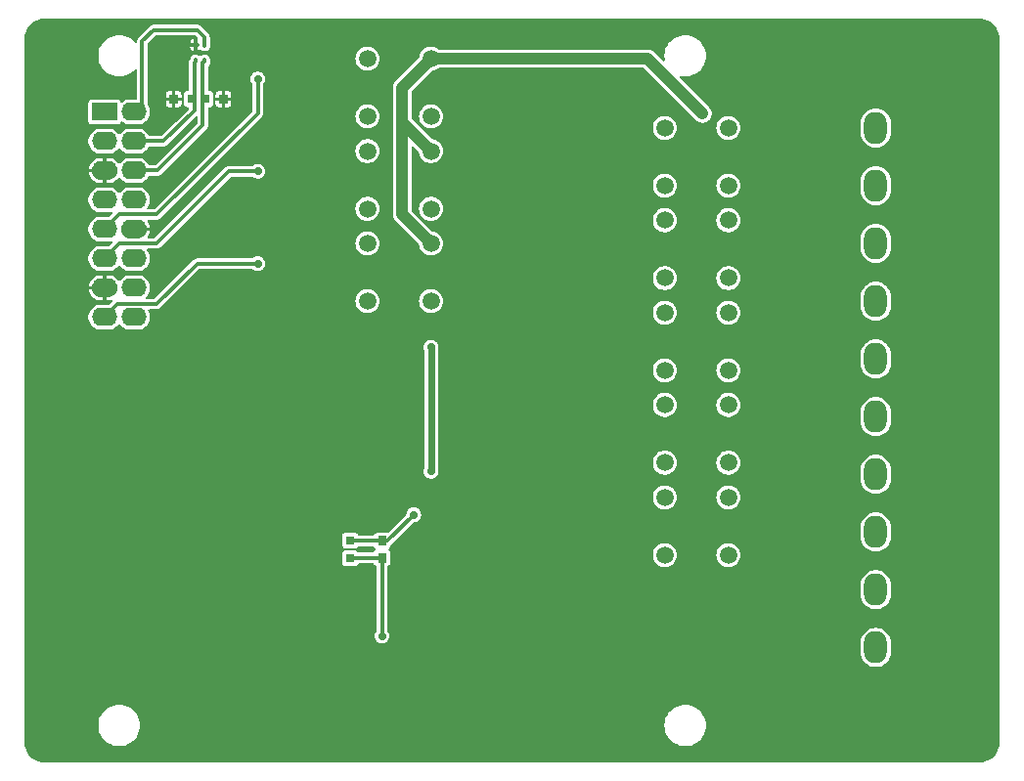
<source format=gbr>
G04 --- HEADER BEGIN --- *
G04 #@! TF.GenerationSoftware,LibrePCB,LibrePCB,1.0.0*
G04 #@! TF.CreationDate,2024-10-09T11:39:01*
G04 #@! TF.ProjectId,OSm Thermal,b11a65fa-6c4c-431c-8545-341aca355aaf,v1.11*
G04 #@! TF.Part,Single*
G04 #@! TF.SameCoordinates*
G04 #@! TF.FileFunction,Copper,L1,Top*
G04 #@! TF.FilePolarity,Positive*
%FSLAX66Y66*%
%MOMM*%
G01*
G75*
G04 --- HEADER END --- *
G04 --- APERTURE LIST BEGIN --- *
G04 #@! TA.AperFunction,ComponentPad*
%ADD10C,1.5*%
G04 #@! TA.AperFunction,SMDPad,CuDef*
%ADD11R,0.8X0.75*%
%ADD12R,0.75X0.8*%
G04 #@! TA.AperFunction,ComponentPad*
%ADD13O,2.19X1.587*%
%ADD14R,2.19X1.587*%
G04 #@! TA.AperFunction,SMDPad,CuDef*
%AMROUNDEDRECT15*20,1,0.3,-0.175,0.0,0.175,0.0,90.0*20,1,0.15,-0.25,0.0,0.25,0.0,90.0*1,1,0.15,-0.075,-0.175*1,1,0.15,-0.075,0.175*1,1,0.15,0.075,0.175*1,1,0.15,0.075,-0.175*%
%ADD15ROUNDEDRECT15*%
G04 #@! TA.AperFunction,ComponentPad*
%ADD16O,2.0X2.8*%
G04 #@! TA.AperFunction,SMDPad,CuDef*
%ADD17R,0.8X0.85*%
G04 #@! TA.AperFunction,ViaPad*
%ADD18C,0.7*%
G04 #@! TA.AperFunction,Conductor*
%ADD19C,1.0*%
%ADD20C,0.6*%
%ADD21C,0.3*%
G04 #@! TA.AperFunction,ViaPad*
%ADD22C,1.0*%
G04 #@! TA.AperFunction,Conductor*
%ADD23C,0.01*%
G04 #@! TD*
G04 --- APERTURE LIST END --- *
G04 --- BOARD BEGIN --- *
D10*
G04 #@! TO.N,N23*
G04 #@! TO.C,K1*
G04 #@! TO.P,K1,8,-*
X55750000Y-46750000D03*
G04 #@! TO.N,VAC*
G04 #@! TO.P,K1,3,COM*
X61250000Y-41750000D03*
G04 #@! TO.N,RV1*
G04 #@! TO.P,K1,1,+*
X55750000Y-41750000D03*
G04 #@! TO.N,O1*
G04 #@! TO.P,K1,6,NO*
X61250000Y-46750000D03*
D11*
G04 #@! TO.N,FB*
G04 #@! TO.C,R2*
G04 #@! TO.P,R2,2,2*
X28500000Y-47025000D03*
G04 #@! TO.N,5V*
G04 #@! TO.P,R2,1,1*
X28500000Y-45475000D03*
D10*
G04 #@! TO.N,N33*
G04 #@! TO.C,K2*
G04 #@! TO.P,K2,8,-*
X55750000Y-38750000D03*
G04 #@! TO.N,VAC*
G04 #@! TO.P,K2,3,COM*
X61250000Y-33750000D03*
G04 #@! TO.N,RV2*
G04 #@! TO.P,K2,1,+*
X55750000Y-33750000D03*
G04 #@! TO.N,O2*
G04 #@! TO.P,K2,6,NO*
X61250000Y-38750000D03*
G04 #@! TO.N,N19*
G04 #@! TO.C,K5*
G04 #@! TO.P,K5,8,-*
X55750000Y-14750000D03*
G04 #@! TO.N,VAC*
G04 #@! TO.P,K5,3,COM*
X61250000Y-9750000D03*
G04 #@! TO.N,RV5*
G04 #@! TO.P,K5,1,+*
X55750000Y-9750000D03*
G04 #@! TO.N,O5*
G04 #@! TO.P,K5,6,NO*
X61250000Y-14750000D03*
G04 #@! TO.N,N26*
G04 #@! TO.C,K4*
G04 #@! TO.P,K4,8,-*
X55750000Y-22750000D03*
G04 #@! TO.N,VAC*
G04 #@! TO.P,K4,3,COM*
X61250000Y-17750000D03*
G04 #@! TO.N,RV4*
G04 #@! TO.P,K4,1,+*
X55750000Y-17750000D03*
G04 #@! TO.N,O4*
G04 #@! TO.P,K4,6,NO*
X61250000Y-22750000D03*
D12*
G04 #@! TO.N,SCL*
G04 #@! TO.C,R13*
G04 #@! TO.P,R13,2,2*
X15975000Y-7250000D03*
G04 #@! TO.N,GND*
G04 #@! TO.P,R13,1,1*
X17525000Y-7250000D03*
D10*
G04 #@! TO.N,N32*
G04 #@! TO.C,K6*
G04 #@! TO.P,K6,8,-*
X30000000Y-8750000D03*
G04 #@! TO.N,VAC*
G04 #@! TO.P,K6,3,COM*
X35500000Y-3750000D03*
G04 #@! TO.N,RV6*
G04 #@! TO.P,K6,1,+*
X30000000Y-3750000D03*
G04 #@! TO.N,O6*
G04 #@! TO.P,K6,6,NO*
X35500000Y-8750000D03*
G04 #@! TO.N,N31*
G04 #@! TO.C,K3*
G04 #@! TO.P,K3,8,-*
X55750000Y-30750000D03*
G04 #@! TO.N,VAC*
G04 #@! TO.P,K3,3,COM*
X61250000Y-25750000D03*
G04 #@! TO.N,RV3*
G04 #@! TO.P,K3,1,+*
X55750000Y-25750000D03*
G04 #@! TO.N,O3*
G04 #@! TO.P,K3,6,NO*
X61250000Y-30750000D03*
D13*
G04 #@! TO.N,SR8*
G04 #@! TO.C,J2*
G04 #@! TO.P,J2,15,15*
X7230000Y-26140000D03*
G04 #@! TO.N,SR3*
G04 #@! TO.P,J2,12,12*
X9770000Y-21060000D03*
G04 #@! TO.N,SDA*
G04 #@! TO.P,J2,4,4*
X9770000Y-10900000D03*
G04 #@! TO.N,GND*
G04 #@! TO.P,J2,13,13*
X7230000Y-23600000D03*
G04 #@! TO.N,SR1*
G04 #@! TO.P,J2,16,16*
X9770000Y-26140000D03*
G04 #@! TO.N,GND*
G04 #@! TO.P,J2,10,10*
X9770000Y-18520000D03*
G04 #@! TO.N,SR2*
G04 #@! TO.P,J2,14,14*
X9770000Y-23600000D03*
G04 #@! TO.N,SR7*
G04 #@! TO.P,J2,11,11*
X7230000Y-21060000D03*
G04 #@! TO.N,GND*
G04 #@! TO.P,J2,5,5*
X7230000Y-13440000D03*
G04 #@! TO.N,SR4*
G04 #@! TO.P,J2,8,8*
X9770000Y-15980000D03*
G04 #@! TO.N,SR6*
G04 #@! TO.P,J2,9,9*
X7230000Y-18520000D03*
D14*
G04 #@! TO.N,5V*
G04 #@! TO.P,J2,1,1*
X7230000Y-8360000D03*
D13*
G04 #@! TO.N,3V3*
G04 #@! TO.P,J2,2,2*
X9770000Y-8360000D03*
G04 #@! TO.N,SR5*
G04 #@! TO.P,J2,7,7*
X7230000Y-15980000D03*
G04 #@! TO.N,5V*
G04 #@! TO.P,J2,3,3*
X7230000Y-10900000D03*
G04 #@! TO.N,SCL*
G04 #@! TO.P,J2,6,6*
X9770000Y-13440000D03*
D15*
G04 #@! TO.N,GND*
G04 #@! TO.C,U2*
G04 #@! TO.P,U2,VSS,VSS*
X15100000Y-2550000D03*
G04 #@! TO.N,SDA*
G04 #@! TO.P,U2,SDA,SDA*
X15100000Y-3950000D03*
G04 #@! TO.N,SCL*
G04 #@! TO.P,U2,SCL,SCL*
X15900000Y-3950000D03*
G04 #@! TO.N,3V3*
G04 #@! TO.P,U2,VDD,VDD*
X15900000Y-2550000D03*
D12*
G04 #@! TO.N,SDA*
G04 #@! TO.C,R12*
G04 #@! TO.P,R12,2,2*
X14775000Y-7250000D03*
G04 #@! TO.N,GND*
G04 #@! TO.P,R12,1,1*
X13225000Y-7250000D03*
D16*
G04 #@! TO.N,VAC*
G04 #@! TO.C,J1*
G04 #@! TO.P,J1,2,2*
X74000000Y-49750000D03*
G04 #@! TO.N,O2*
G04 #@! TO.P,J1,4,4*
X74000000Y-39750000D03*
G04 #@! TO.N,O4*
G04 #@! TO.P,J1,6,6*
X74000000Y-29750000D03*
G04 #@! TO.N,O1*
G04 #@! TO.P,J1,3,3*
X74000000Y-44750000D03*
G04 #@! TO.N,O5*
G04 #@! TO.P,J1,7,7*
X74000000Y-24750000D03*
G04 #@! TO.N,O8*
G04 #@! TO.P,J1,10,10*
X74000000Y-9750000D03*
G04 #@! TO.N,O6*
G04 #@! TO.P,J1,8,8*
X74000000Y-19750000D03*
G04 #@! TO.N,O7*
G04 #@! TO.P,J1,9,9*
X74000000Y-14750000D03*
G04 #@! TO.N,COM*
G04 #@! TO.P,J1,1,1*
X74000000Y-54750000D03*
G04 #@! TO.N,O3*
G04 #@! TO.P,J1,5,5*
X74000000Y-34750000D03*
D17*
G04 #@! TO.N,FB*
G04 #@! TO.C,C11*
G04 #@! TO.P,C11,2,2*
X31250000Y-46975000D03*
G04 #@! TO.N,5V*
G04 #@! TO.P,C11,1,1*
X31250000Y-45525000D03*
D10*
G04 #@! TO.N,N24*
G04 #@! TO.C,K7*
G04 #@! TO.P,K7,8,-*
X30000000Y-16750000D03*
G04 #@! TO.N,VAC*
G04 #@! TO.P,K7,3,COM*
X35500000Y-11750000D03*
G04 #@! TO.N,RV7*
G04 #@! TO.P,K7,1,+*
X30000000Y-11750000D03*
G04 #@! TO.N,O7*
G04 #@! TO.P,K7,6,NO*
X35500000Y-16750000D03*
G04 #@! TO.N,N37*
G04 #@! TO.C,K8*
G04 #@! TO.P,K8,8,-*
X30000000Y-24750000D03*
G04 #@! TO.N,VAC*
G04 #@! TO.P,K8,3,COM*
X35500000Y-19750000D03*
G04 #@! TO.N,RV8*
G04 #@! TO.P,K8,1,+*
X30000000Y-19750000D03*
G04 #@! TO.N,O8*
G04 #@! TO.P,K8,6,NO*
X35500000Y-24750000D03*
D18*
G04 #@! TD.C*
G04 #@! TD.P*
G04 #@! TO.N,GND*
X48250000Y-28000000D03*
D19*
G04 #@! TO.N,O4*
X74000000Y-29750000D02*
X74000000Y-29750000D01*
D18*
G04 #@! TO.N,5V*
X35500000Y-28750000D03*
X35500000Y-39500000D03*
D20*
X35500000Y-28750000D02*
X35500000Y-39500000D01*
D18*
G04 #@! TO.N,GND*
X46000000Y-50750000D03*
D21*
G04 #@! TO.N,SCL*
X15750000Y-7250000D02*
X15750000Y-4100000D01*
X15750000Y-4100000D02*
X15900000Y-3950000D01*
X15750000Y-7250000D02*
X15750000Y-9500000D01*
X9770000Y-13440000D02*
X11810000Y-13440000D01*
X11810000Y-13440000D02*
X15750000Y-9500000D01*
X15975000Y-7250000D02*
X15750000Y-7250000D01*
D18*
G04 #@! TO.N,5V*
X34000000Y-43250000D03*
D21*
X34000000Y-43250000D02*
X31725000Y-45525000D01*
X28500000Y-45475000D02*
X28550000Y-45525000D01*
X31725000Y-45525000D02*
X31250000Y-45525000D01*
X28550000Y-45525000D02*
X31250000Y-45525000D01*
G04 #@! TO.N,SDA*
X15000000Y-7250000D02*
X15000000Y-8250000D01*
X15000000Y-4050000D02*
X15100000Y-3950000D01*
X15000000Y-7250000D02*
X15000000Y-4050000D01*
X14775000Y-7250000D02*
X15000000Y-7250000D01*
X12350000Y-10900000D02*
X15000000Y-8250000D01*
X9770000Y-10900000D02*
X12350000Y-10900000D01*
D18*
G04 #@! TO.N,GND*
X33500000Y-53000000D03*
G04 #@! TO.N,SR6*
X20500000Y-5500000D03*
D21*
X8500000Y-17250000D02*
X11750000Y-17250000D01*
X7230000Y-18520000D02*
X8500000Y-17250000D01*
X11750000Y-17250000D02*
X20500000Y-8500000D01*
X20500000Y-8500000D02*
X20500000Y-5500000D01*
D18*
G04 #@! TO.N,GND*
X34750000Y-56500000D03*
X22250000Y-45250000D03*
X44250000Y-52250000D03*
X48250000Y-20000000D03*
X46000000Y-54000000D03*
X44250000Y-54000000D03*
X24750000Y-45250000D03*
X27500000Y-55500000D03*
X22500000Y-5500000D03*
X35500000Y-55750000D03*
G04 #@! TO.N,FB*
X31250000Y-53750000D03*
D21*
X28500000Y-47025000D02*
X28550000Y-46975000D01*
X31250000Y-46975000D02*
X28550000Y-46975000D01*
X31250000Y-46975000D02*
X31250000Y-46975000D01*
X31250000Y-53750000D02*
X31250000Y-46975000D01*
D18*
G04 #@! TO.N,SR8*
X20500000Y-21500000D03*
D21*
X8370000Y-25000000D02*
X11750000Y-25000000D01*
X11750000Y-25000000D02*
X15250000Y-21500000D01*
X15250000Y-21500000D02*
X20500000Y-21500000D01*
X7230000Y-26140000D02*
X8370000Y-25000000D01*
D18*
G04 #@! TO.N,GND*
X22250000Y-41250000D03*
X24750000Y-41250000D03*
D21*
G04 #@! TO.N,3V3*
X10500000Y-6500000D02*
X10500000Y-2250000D01*
X10500000Y-2250000D02*
X11500000Y-1250000D01*
X11500000Y-1250000D02*
X15250000Y-1250000D01*
X15900000Y-2550000D02*
X15900000Y-1900000D01*
X15900000Y-1900000D02*
X15250000Y-1250000D01*
X10500000Y-7630000D02*
X10500000Y-6500000D01*
X9770000Y-8360000D02*
X10500000Y-7630000D01*
D18*
G04 #@! TO.N,GND*
X48250000Y-44000000D03*
X19750000Y-41250000D03*
X22500000Y-21500000D03*
D22*
G04 #@! TO.N,VAC*
X59000000Y-8500000D03*
D19*
X43500000Y-3750000D02*
X54250000Y-3750000D01*
X59000000Y-8500000D02*
X54250000Y-3750000D01*
X33000000Y-9250000D02*
X33000000Y-17250000D01*
X35500000Y-19750000D02*
X33000000Y-17250000D01*
X35500000Y-3750000D02*
X33000000Y-6250000D01*
X33000000Y-9250000D02*
X33000000Y-6250000D01*
X33000000Y-9250000D02*
X35500000Y-11750000D01*
X43500000Y-3750000D02*
X35500000Y-3750000D01*
D18*
G04 #@! TO.N,GND*
X48250000Y-11500000D03*
X34000000Y-55750000D03*
X48250000Y-36000000D03*
X22500000Y-13500000D03*
X44250000Y-50750000D03*
G04 #@! TO.N,SR7*
X20500000Y-13500000D03*
D21*
X11750000Y-19750000D02*
X18000000Y-13500000D01*
X8540000Y-19750000D02*
X11750000Y-19750000D01*
X18000000Y-13500000D02*
X20500000Y-13500000D01*
X7230000Y-21060000D02*
X8540000Y-19750000D01*
D23*
G04 #@! TA.AperFunction,Conductor*
G04 #@! TO.N,GND*
G36*
X300000Y-62986899D02*
X300214Y-62993439D01*
X314753Y-63215267D01*
X316460Y-63228236D01*
X357270Y-63433403D01*
X360656Y-63446038D01*
X427895Y-63644114D01*
X432901Y-63656198D01*
X525415Y-63843798D01*
X531955Y-63855126D01*
X648170Y-64029055D01*
X656133Y-64039433D01*
X794052Y-64196699D01*
X803301Y-64205948D01*
X960567Y-64343867D01*
X970945Y-64351830D01*
X1144874Y-64468045D01*
X1156202Y-64474585D01*
X1343802Y-64567099D01*
X1355886Y-64572105D01*
X1553962Y-64639344D01*
X1566597Y-64642730D01*
X1771764Y-64683540D01*
X1784733Y-64685247D01*
X2006561Y-64699786D01*
X2013101Y-64700000D01*
X8496435Y-64700000D01*
X8496435Y-63299745D01*
X8247399Y-63281934D01*
X8240344Y-63280920D01*
X7996364Y-63227845D01*
X7989538Y-63225840D01*
X7755596Y-63138585D01*
X7749123Y-63135629D01*
X7529977Y-63015965D01*
X7523988Y-63012116D01*
X7324110Y-62862490D01*
X7318727Y-62857825D01*
X7142175Y-62681273D01*
X7137510Y-62675890D01*
X6987884Y-62476012D01*
X6984035Y-62470023D01*
X6864371Y-62250877D01*
X6861415Y-62244404D01*
X6774160Y-62010462D01*
X6772155Y-62003636D01*
X6719080Y-61759656D01*
X6718066Y-61752601D01*
X6700255Y-61503565D01*
X6700255Y-61496435D01*
X6718066Y-61247399D01*
X6719080Y-61240344D01*
X6772155Y-60996364D01*
X6774160Y-60989538D01*
X6861415Y-60755596D01*
X6864371Y-60749123D01*
X6930811Y-60627448D01*
X6930811Y-27233500D01*
X6926195Y-27233286D01*
X6732175Y-27215308D01*
X6723126Y-27213616D01*
X6537931Y-27160924D01*
X6529337Y-27157594D01*
X6356987Y-27071774D01*
X6349157Y-27066926D01*
X6195508Y-26950896D01*
X6188695Y-26944684D01*
X6058982Y-26802397D01*
X6053436Y-26795053D01*
X5952069Y-26631339D01*
X5947971Y-26623109D01*
X5878417Y-26443567D01*
X5875893Y-26434699D01*
X5840514Y-26245439D01*
X5839665Y-26236274D01*
X5839665Y-26043726D01*
X5840514Y-26034561D01*
X5875893Y-25845301D01*
X5878417Y-25836433D01*
X5947971Y-25656891D01*
X5952069Y-25648661D01*
X6053436Y-25484947D01*
X6058982Y-25477603D01*
X6188695Y-25335316D01*
X6195508Y-25329104D01*
X6349157Y-25213074D01*
X6356987Y-25208226D01*
X6529337Y-25122406D01*
X6537931Y-25119076D01*
X6723126Y-25066384D01*
X6732175Y-25064692D01*
X6926195Y-25046714D01*
X6930811Y-25046500D01*
X6930811Y-24693500D01*
X6926195Y-24693286D01*
X6732175Y-24675308D01*
X6723126Y-24673616D01*
X6537931Y-24620924D01*
X6529337Y-24617594D01*
X6356987Y-24531774D01*
X6349157Y-24526926D01*
X6195508Y-24410896D01*
X6188695Y-24404684D01*
X6058982Y-24262397D01*
X6053436Y-24255053D01*
X5952069Y-24091339D01*
X5947971Y-24083109D01*
X5878417Y-23903567D01*
X5875893Y-23894699D01*
X5851787Y-23765745D01*
X5853583Y-23752296D01*
X5854148Y-23751711D01*
X5861040Y-23750005D01*
X5864858Y-23750005D01*
X5864858Y-23449995D01*
X5851968Y-23445758D01*
X5851497Y-23445095D01*
X5851086Y-23438006D01*
X5875893Y-23305301D01*
X5878417Y-23296433D01*
X5947971Y-23116891D01*
X5952069Y-23108661D01*
X6053436Y-22944947D01*
X6058982Y-22937603D01*
X6188695Y-22795316D01*
X6195508Y-22789104D01*
X6349157Y-22673074D01*
X6356987Y-22668226D01*
X6529337Y-22582406D01*
X6537931Y-22579076D01*
X6723126Y-22526384D01*
X6732175Y-22524692D01*
X6926195Y-22506714D01*
X6930811Y-22506500D01*
X6930811Y-22153500D01*
X6926195Y-22153286D01*
X6732175Y-22135308D01*
X6723126Y-22133616D01*
X6537931Y-22080924D01*
X6529337Y-22077594D01*
X6356987Y-21991774D01*
X6349157Y-21986926D01*
X6195508Y-21870896D01*
X6188695Y-21864684D01*
X6058982Y-21722397D01*
X6053436Y-21715053D01*
X5952069Y-21551339D01*
X5947971Y-21543109D01*
X5878417Y-21363567D01*
X5875893Y-21354699D01*
X5840514Y-21165439D01*
X5839665Y-21156274D01*
X5839665Y-20963726D01*
X5840514Y-20954561D01*
X5875893Y-20765301D01*
X5878417Y-20756433D01*
X5947971Y-20576891D01*
X5952069Y-20568661D01*
X6053436Y-20404947D01*
X6058982Y-20397603D01*
X6188695Y-20255316D01*
X6195508Y-20249104D01*
X6349157Y-20133074D01*
X6356987Y-20128226D01*
X6529337Y-20042406D01*
X6537931Y-20039076D01*
X6723126Y-19986384D01*
X6732175Y-19984692D01*
X6926195Y-19966714D01*
X6930811Y-19966500D01*
X7529189Y-19966500D01*
X7533805Y-19966714D01*
X7627164Y-19975365D01*
X7707101Y-19946503D01*
X7916218Y-19737386D01*
X7944380Y-19681647D01*
X7933982Y-19620069D01*
X7889078Y-19576668D01*
X7818142Y-19570494D01*
X7736874Y-19593616D01*
X7727825Y-19595308D01*
X7533805Y-19613286D01*
X7529189Y-19613500D01*
X6930811Y-19613500D01*
X6926195Y-19613286D01*
X6732175Y-19595308D01*
X6723126Y-19593616D01*
X6537931Y-19540924D01*
X6529337Y-19537594D01*
X6356987Y-19451774D01*
X6349157Y-19446926D01*
X6195508Y-19330896D01*
X6188695Y-19324684D01*
X6058982Y-19182397D01*
X6053436Y-19175053D01*
X5952069Y-19011339D01*
X5947971Y-19003109D01*
X5878417Y-18823567D01*
X5875893Y-18814699D01*
X5840514Y-18625439D01*
X5839665Y-18616274D01*
X5839665Y-18423726D01*
X5840514Y-18414561D01*
X5875893Y-18225301D01*
X5878417Y-18216433D01*
X5947971Y-18036891D01*
X5952069Y-18028661D01*
X6053436Y-17864947D01*
X6058982Y-17857603D01*
X6188695Y-17715316D01*
X6195508Y-17709104D01*
X6349157Y-17593074D01*
X6356987Y-17588226D01*
X6529337Y-17502406D01*
X6537931Y-17499076D01*
X6723126Y-17446384D01*
X6732175Y-17444692D01*
X6926195Y-17426714D01*
X6930811Y-17426500D01*
X7529189Y-17426500D01*
X7533805Y-17426714D01*
X7627164Y-17435365D01*
X7707101Y-17406503D01*
X7916218Y-17197386D01*
X7944380Y-17141647D01*
X7933982Y-17080069D01*
X7889078Y-17036668D01*
X7818142Y-17030494D01*
X7736874Y-17053616D01*
X7727825Y-17055308D01*
X7533805Y-17073286D01*
X7529189Y-17073500D01*
X6930811Y-17073500D01*
X6926195Y-17073286D01*
X6732175Y-17055308D01*
X6723126Y-17053616D01*
X6537931Y-17000924D01*
X6529337Y-16997594D01*
X6356987Y-16911774D01*
X6349157Y-16906926D01*
X6195508Y-16790896D01*
X6188695Y-16784684D01*
X6058982Y-16642397D01*
X6053436Y-16635053D01*
X5952069Y-16471339D01*
X5947971Y-16463109D01*
X5878417Y-16283567D01*
X5875893Y-16274699D01*
X5840514Y-16085439D01*
X5839665Y-16076274D01*
X5839665Y-15883726D01*
X5840514Y-15874561D01*
X5875893Y-15685301D01*
X5878417Y-15676433D01*
X5947971Y-15496891D01*
X5952069Y-15488661D01*
X6053436Y-15324947D01*
X6058982Y-15317603D01*
X6188695Y-15175316D01*
X6195508Y-15169104D01*
X6349157Y-15053074D01*
X6356987Y-15048226D01*
X6529337Y-14962406D01*
X6537931Y-14959076D01*
X6723126Y-14906384D01*
X6732175Y-14904692D01*
X6926195Y-14886714D01*
X6930811Y-14886500D01*
X6930811Y-14533500D01*
X6926195Y-14533286D01*
X6732175Y-14515308D01*
X6723126Y-14513616D01*
X6537931Y-14460924D01*
X6529337Y-14457594D01*
X6356987Y-14371774D01*
X6349157Y-14366926D01*
X6195508Y-14250896D01*
X6188695Y-14244684D01*
X6058982Y-14102397D01*
X6053436Y-14095053D01*
X5952069Y-13931339D01*
X5947971Y-13923109D01*
X5878417Y-13743567D01*
X5875893Y-13734699D01*
X5851787Y-13605745D01*
X5853583Y-13592296D01*
X5854148Y-13591711D01*
X5861040Y-13590005D01*
X5864858Y-13590005D01*
X5864858Y-13289995D01*
X5851968Y-13285758D01*
X5851497Y-13285095D01*
X5851086Y-13278006D01*
X5875893Y-13145301D01*
X5878417Y-13136433D01*
X5947971Y-12956891D01*
X5952069Y-12948661D01*
X6053436Y-12784947D01*
X6058982Y-12777603D01*
X6188695Y-12635316D01*
X6195508Y-12629104D01*
X6349157Y-12513074D01*
X6356987Y-12508226D01*
X6529337Y-12422406D01*
X6537931Y-12419076D01*
X6723126Y-12366384D01*
X6732175Y-12364692D01*
X6926195Y-12346714D01*
X6930811Y-12346500D01*
X7063982Y-12346500D01*
X7068747Y-12348066D01*
X7079995Y-12370328D01*
X7079995Y-12646500D01*
X6928500Y-12646500D01*
X6751930Y-12666395D01*
X6584213Y-12725081D01*
X6433761Y-12819617D01*
X6308117Y-12945261D01*
X6213581Y-13095713D01*
X6154895Y-13263430D01*
X6151902Y-13289995D01*
X5864858Y-13289995D01*
X5864858Y-13590005D01*
X6151902Y-13590005D01*
X6154895Y-13616570D01*
X6213581Y-13784287D01*
X6308117Y-13934739D01*
X6433761Y-14060383D01*
X6584213Y-14154919D01*
X6751930Y-14213605D01*
X6928500Y-14233500D01*
X7079995Y-14233500D01*
X7079995Y-14517487D01*
X7078429Y-14522252D01*
X7056167Y-14533500D01*
X6930811Y-14533500D01*
X6930811Y-14886500D01*
X7396018Y-14886500D01*
X7396018Y-14533500D01*
X7391253Y-14531934D01*
X7380005Y-14509672D01*
X7380005Y-14233500D01*
X7531500Y-14233500D01*
X7708070Y-14213605D01*
X7875787Y-14154919D01*
X8026239Y-14060383D01*
X8151883Y-13934739D01*
X8246419Y-13784287D01*
X8305105Y-13616570D01*
X8325000Y-13440000D01*
X8305105Y-13263430D01*
X8246419Y-13095713D01*
X8151883Y-12945261D01*
X8026239Y-12819617D01*
X7875787Y-12725081D01*
X7708070Y-12666395D01*
X7531500Y-12646500D01*
X7380005Y-12646500D01*
X7380005Y-12362513D01*
X7381571Y-12357748D01*
X7403833Y-12346500D01*
X7529189Y-12346500D01*
X7533805Y-12346714D01*
X7727825Y-12364692D01*
X7736874Y-12366384D01*
X7922069Y-12419076D01*
X7930663Y-12422406D01*
X8103013Y-12508226D01*
X8110843Y-12513074D01*
X8264492Y-12629104D01*
X8271305Y-12635316D01*
X8401018Y-12777603D01*
X8406567Y-12784951D01*
X8414980Y-12798538D01*
X8462791Y-12838713D01*
X8525114Y-12842688D01*
X8585020Y-12798538D01*
X8593433Y-12784951D01*
X8598982Y-12777603D01*
X8728695Y-12635316D01*
X8735508Y-12629104D01*
X8889157Y-12513074D01*
X8896987Y-12508226D01*
X9069337Y-12422406D01*
X9077931Y-12419076D01*
X9263126Y-12366384D01*
X9272175Y-12364692D01*
X9466195Y-12346714D01*
X9470811Y-12346500D01*
X10069189Y-12346500D01*
X10073805Y-12346714D01*
X10267825Y-12364692D01*
X10276874Y-12366384D01*
X10462069Y-12419076D01*
X10470663Y-12422406D01*
X10643013Y-12508226D01*
X10650843Y-12513074D01*
X10804492Y-12629104D01*
X10811305Y-12635316D01*
X10941018Y-12777603D01*
X10946564Y-12784947D01*
X11044206Y-12942644D01*
X11092017Y-12982819D01*
X11129227Y-12990000D01*
X11582182Y-12990000D01*
X11652892Y-12960711D01*
X15270711Y-9342892D01*
X15300000Y-9272182D01*
X15300000Y-8827815D01*
X15280500Y-8768488D01*
X15229605Y-8732299D01*
X15167164Y-8733361D01*
X15129291Y-8757105D01*
X12670725Y-11215671D01*
X12665343Y-11220334D01*
X12632526Y-11244901D01*
X12626967Y-11249381D01*
X12598692Y-11273882D01*
X12582379Y-11284364D01*
X12576000Y-11288149D01*
X12558959Y-11297454D01*
X12523926Y-11310521D01*
X12517330Y-11313253D01*
X12483285Y-11328801D01*
X12464701Y-11334258D01*
X12457501Y-11336096D01*
X12438518Y-11340225D01*
X12401227Y-11342892D01*
X12394128Y-11343655D01*
X12353534Y-11349492D01*
X12346430Y-11350000D01*
X11129227Y-11350000D01*
X11069900Y-11369500D01*
X11044206Y-11397356D01*
X10946564Y-11555053D01*
X10941018Y-11562397D01*
X10811305Y-11704684D01*
X10804492Y-11710896D01*
X10650843Y-11826926D01*
X10643013Y-11831774D01*
X10470663Y-11917594D01*
X10462069Y-11920924D01*
X10276874Y-11973616D01*
X10267825Y-11975308D01*
X10073805Y-11993286D01*
X10069189Y-11993500D01*
X9470811Y-11993500D01*
X9466195Y-11993286D01*
X9272175Y-11975308D01*
X9263126Y-11973616D01*
X9077931Y-11920924D01*
X9069337Y-11917594D01*
X8896987Y-11831774D01*
X8889157Y-11826926D01*
X8735508Y-11710896D01*
X8728695Y-11704684D01*
X8598982Y-11562397D01*
X8593433Y-11555049D01*
X8585020Y-11541462D01*
X8537209Y-11501287D01*
X8474886Y-11497312D01*
X8414980Y-11541462D01*
X8406567Y-11555049D01*
X8401018Y-11562397D01*
X8271305Y-11704684D01*
X8264492Y-11710896D01*
X8110843Y-11826926D01*
X8103013Y-11831774D01*
X7930663Y-11917594D01*
X7922069Y-11920924D01*
X7736874Y-11973616D01*
X7727825Y-11975308D01*
X7533805Y-11993286D01*
X7529189Y-11993500D01*
X6930811Y-11993500D01*
X6926195Y-11993286D01*
X6732175Y-11975308D01*
X6723126Y-11973616D01*
X6537931Y-11920924D01*
X6529337Y-11917594D01*
X6356987Y-11831774D01*
X6349157Y-11826926D01*
X6195508Y-11710896D01*
X6188695Y-11704684D01*
X6058982Y-11562397D01*
X6053436Y-11555053D01*
X5952069Y-11391339D01*
X5947971Y-11383109D01*
X5878417Y-11203567D01*
X5875893Y-11194699D01*
X5840514Y-11005439D01*
X5839665Y-10996274D01*
X5839665Y-10803726D01*
X5840514Y-10794561D01*
X5875893Y-10605301D01*
X5878417Y-10596433D01*
X5947971Y-10416891D01*
X5952069Y-10408661D01*
X6053436Y-10244947D01*
X6058982Y-10237603D01*
X6138931Y-10149903D01*
X6138931Y-9453500D01*
X6131118Y-9452885D01*
X6050069Y-9440048D01*
X6035282Y-9435244D01*
X5965674Y-9399777D01*
X5953101Y-9390642D01*
X5897858Y-9335399D01*
X5888723Y-9322826D01*
X5853256Y-9253218D01*
X5848452Y-9238431D01*
X5835615Y-9157382D01*
X5835000Y-9149569D01*
X5835000Y-7570431D01*
X5835615Y-7562618D01*
X5848452Y-7481569D01*
X5853256Y-7466782D01*
X5888723Y-7397174D01*
X5897858Y-7384601D01*
X5953101Y-7329358D01*
X5965674Y-7320223D01*
X6035282Y-7284756D01*
X6050069Y-7279952D01*
X6131118Y-7267115D01*
X6138931Y-7266500D01*
X8321069Y-7266500D01*
X8328882Y-7267115D01*
X8409931Y-7279952D01*
X8424718Y-7284756D01*
X8494326Y-7320223D01*
X8506899Y-7329358D01*
X8562142Y-7384601D01*
X8571277Y-7397174D01*
X8606743Y-7466780D01*
X8610222Y-7477488D01*
X8647101Y-7527885D01*
X8706688Y-7546576D01*
X8765590Y-7526387D01*
X8889157Y-7433074D01*
X8896987Y-7428226D01*
X9069337Y-7342406D01*
X9077931Y-7339076D01*
X9263126Y-7286384D01*
X9272175Y-7284692D01*
X9466195Y-7266714D01*
X9470811Y-7266500D01*
X9950001Y-7266500D01*
X10009328Y-7247000D01*
X10050000Y-7166501D01*
X10050000Y-4725853D01*
X10030500Y-4666526D01*
X9979605Y-4630337D01*
X9917164Y-4631399D01*
X9869947Y-4665927D01*
X9862487Y-4675892D01*
X9857825Y-4681273D01*
X9681273Y-4857825D01*
X9675890Y-4862490D01*
X9476012Y-5012116D01*
X9470023Y-5015965D01*
X9250877Y-5135629D01*
X9244404Y-5138585D01*
X9010462Y-5225840D01*
X9003636Y-5227845D01*
X8759656Y-5280920D01*
X8752601Y-5281934D01*
X8503565Y-5299745D01*
X8496435Y-5299745D01*
X8247399Y-5281934D01*
X8240344Y-5280920D01*
X7996364Y-5227845D01*
X7989538Y-5225840D01*
X7755596Y-5138585D01*
X7749123Y-5135629D01*
X7529977Y-5015965D01*
X7523988Y-5012116D01*
X7324110Y-4862490D01*
X7318727Y-4857825D01*
X7142175Y-4681273D01*
X7137510Y-4675890D01*
X6987884Y-4476012D01*
X6984035Y-4470023D01*
X6864371Y-4250877D01*
X6861415Y-4244404D01*
X6774160Y-4010462D01*
X6772155Y-4003636D01*
X6719080Y-3759656D01*
X6718066Y-3752601D01*
X6700255Y-3503565D01*
X6700255Y-3496435D01*
X6718066Y-3247399D01*
X6719080Y-3240344D01*
X6772155Y-2996364D01*
X6774160Y-2989538D01*
X6861415Y-2755596D01*
X6864371Y-2749123D01*
X6984035Y-2529977D01*
X6987884Y-2523988D01*
X7137510Y-2324110D01*
X7142175Y-2318727D01*
X7318727Y-2142175D01*
X7324110Y-2137510D01*
X7523988Y-1987884D01*
X7529977Y-1984035D01*
X7749123Y-1864371D01*
X7755596Y-1861415D01*
X7989538Y-1774160D01*
X7996364Y-1772155D01*
X8240344Y-1719080D01*
X8247399Y-1718066D01*
X8496435Y-1700255D01*
X8503565Y-1700255D01*
X8752601Y-1718066D01*
X8759656Y-1719080D01*
X9003636Y-1772155D01*
X9010462Y-1774160D01*
X9244404Y-1861415D01*
X9250877Y-1864371D01*
X9470023Y-1984035D01*
X9476012Y-1987884D01*
X9675890Y-2137510D01*
X9681273Y-2142175D01*
X9857825Y-2318727D01*
X9862487Y-2324108D01*
X9869947Y-2334073D01*
X9921111Y-2369882D01*
X9983542Y-2368353D01*
X10032892Y-2330084D01*
X10050000Y-2274147D01*
X10050000Y-2253570D01*
X10050508Y-2246466D01*
X10056345Y-2205872D01*
X10057108Y-2198773D01*
X10059775Y-2161482D01*
X10063904Y-2142499D01*
X10065742Y-2135299D01*
X10071199Y-2116715D01*
X10086747Y-2082670D01*
X10089479Y-2076074D01*
X10102546Y-2041041D01*
X10111851Y-2024000D01*
X10115636Y-2017621D01*
X10126118Y-2001308D01*
X10150619Y-1973033D01*
X10155099Y-1967474D01*
X10179666Y-1934657D01*
X10184329Y-1929275D01*
X11179275Y-934329D01*
X11184657Y-929666D01*
X11217474Y-905099D01*
X11223033Y-900619D01*
X11251308Y-876118D01*
X11267621Y-865636D01*
X11274000Y-861851D01*
X11291041Y-852546D01*
X11326074Y-839479D01*
X11332670Y-836747D01*
X11366715Y-821199D01*
X11385299Y-815742D01*
X11392499Y-813904D01*
X11411482Y-809775D01*
X11448773Y-807108D01*
X11455872Y-806345D01*
X11496466Y-800508D01*
X11503570Y-800000D01*
X15246430Y-800000D01*
X15253534Y-800508D01*
X15294115Y-806343D01*
X15301214Y-807106D01*
X15338514Y-809773D01*
X15357509Y-813906D01*
X15364655Y-815730D01*
X15383284Y-821199D01*
X15417314Y-836740D01*
X15423908Y-839471D01*
X15458960Y-852545D01*
X15476006Y-861853D01*
X15482366Y-865628D01*
X15498694Y-876121D01*
X15526958Y-900613D01*
X15532519Y-905094D01*
X15565333Y-929657D01*
X15570728Y-934332D01*
X16215668Y-1579272D01*
X16220343Y-1584667D01*
X16244906Y-1617481D01*
X16249387Y-1623042D01*
X16273879Y-1651306D01*
X16284372Y-1667634D01*
X16288147Y-1673994D01*
X16297455Y-1691040D01*
X16310529Y-1726092D01*
X16313260Y-1732686D01*
X16328801Y-1766716D01*
X16334270Y-1785345D01*
X16336094Y-1792491D01*
X16340227Y-1811486D01*
X16342894Y-1848786D01*
X16343657Y-1855885D01*
X16349492Y-1896466D01*
X16350000Y-1903570D01*
X16350000Y-2721069D01*
X16349385Y-2728881D01*
X16332877Y-2833109D01*
X16328074Y-2847892D01*
X16281953Y-2938409D01*
X16272817Y-2950983D01*
X16200983Y-3022817D01*
X16188409Y-3031953D01*
X16097892Y-3078074D01*
X16083109Y-3082877D01*
X15978881Y-3099385D01*
X15971069Y-3100000D01*
X15828931Y-3100000D01*
X15821119Y-3099385D01*
X15716891Y-3082877D01*
X15702108Y-3078074D01*
X15611591Y-3031953D01*
X15599017Y-3022817D01*
X15570710Y-2994510D01*
X15514971Y-2966348D01*
X15429290Y-2994510D01*
X15400983Y-3022817D01*
X15388409Y-3031953D01*
X15297891Y-3078074D01*
X15283110Y-3082877D01*
X15265820Y-3085615D01*
X15252426Y-3083447D01*
X15251333Y-3082332D01*
X15250005Y-3076629D01*
X15250005Y-2716018D01*
X15251571Y-2711253D01*
X15273833Y-2700005D01*
X15350001Y-2700005D01*
X15409328Y-2680505D01*
X15450000Y-2600006D01*
X15450000Y-2499994D01*
X15430500Y-2440667D01*
X15350001Y-2399995D01*
X15266018Y-2399995D01*
X15261253Y-2398429D01*
X15250005Y-2376167D01*
X15250005Y-2027893D01*
X15263335Y-1987336D01*
X15267564Y-1981598D01*
X15267560Y-1919148D01*
X15243273Y-1879669D01*
X15092893Y-1729289D01*
X15022183Y-1700000D01*
X11727817Y-1700000D01*
X11657107Y-1729289D01*
X10979289Y-2407107D01*
X10950000Y-2477817D01*
X10950000Y-7626430D01*
X10949492Y-7633536D01*
X10945780Y-7659352D01*
X10959740Y-7726225D01*
X11047929Y-7868656D01*
X11052029Y-7876891D01*
X11121583Y-8056433D01*
X11124107Y-8065301D01*
X11159486Y-8254561D01*
X11160335Y-8263726D01*
X11160335Y-8456274D01*
X11159486Y-8465439D01*
X11124107Y-8654699D01*
X11121583Y-8663567D01*
X11052029Y-8843109D01*
X11047931Y-8851339D01*
X10946564Y-9015053D01*
X10941018Y-9022397D01*
X10811305Y-9164684D01*
X10804492Y-9170896D01*
X10650843Y-9286926D01*
X10643013Y-9291774D01*
X10470663Y-9377594D01*
X10462069Y-9380924D01*
X10276874Y-9433616D01*
X10267825Y-9435308D01*
X10073805Y-9453286D01*
X10069189Y-9453500D01*
X9470811Y-9453500D01*
X9466195Y-9453286D01*
X9272175Y-9435308D01*
X9263126Y-9433616D01*
X9077931Y-9380924D01*
X9069337Y-9377594D01*
X8896987Y-9291774D01*
X8889157Y-9286926D01*
X8765590Y-9193613D01*
X8706494Y-9173422D01*
X8646944Y-9192228D01*
X8610222Y-9242512D01*
X8606743Y-9253220D01*
X8571277Y-9322826D01*
X8562142Y-9335399D01*
X8506899Y-9390642D01*
X8494326Y-9399777D01*
X8424718Y-9435244D01*
X8409931Y-9440048D01*
X8328882Y-9452885D01*
X8321069Y-9453500D01*
X6138931Y-9453500D01*
X6138931Y-10149903D01*
X6188695Y-10095316D01*
X6195508Y-10089104D01*
X6349157Y-9973074D01*
X6356987Y-9968226D01*
X6529337Y-9882406D01*
X6537931Y-9879076D01*
X6723126Y-9826384D01*
X6732175Y-9824692D01*
X6926195Y-9806714D01*
X6930811Y-9806500D01*
X7529189Y-9806500D01*
X7533805Y-9806714D01*
X7727825Y-9824692D01*
X7736874Y-9826384D01*
X7922069Y-9879076D01*
X7930663Y-9882406D01*
X8103013Y-9968226D01*
X8110843Y-9973074D01*
X8264492Y-10089104D01*
X8271305Y-10095316D01*
X8401018Y-10237603D01*
X8406567Y-10244951D01*
X8414980Y-10258538D01*
X8462791Y-10298713D01*
X8525114Y-10302688D01*
X8585020Y-10258538D01*
X8593433Y-10244951D01*
X8598982Y-10237603D01*
X8728695Y-10095316D01*
X8735508Y-10089104D01*
X8889157Y-9973074D01*
X8896987Y-9968226D01*
X9069337Y-9882406D01*
X9077931Y-9879076D01*
X9263126Y-9826384D01*
X9272175Y-9824692D01*
X9466195Y-9806714D01*
X9470811Y-9806500D01*
X10069189Y-9806500D01*
X10073805Y-9806714D01*
X10267825Y-9824692D01*
X10276874Y-9826384D01*
X10462069Y-9879076D01*
X10470663Y-9882406D01*
X10643013Y-9968226D01*
X10650843Y-9973074D01*
X10804492Y-10089104D01*
X10811305Y-10095316D01*
X10941018Y-10237603D01*
X10946564Y-10244947D01*
X11044206Y-10402644D01*
X11092017Y-10442819D01*
X11129227Y-10450000D01*
X12122183Y-10450000D01*
X12192893Y-10420711D01*
X12853931Y-9759673D01*
X12853931Y-7950000D01*
X12846118Y-7949385D01*
X12765069Y-7936548D01*
X12750282Y-7931744D01*
X12680674Y-7896277D01*
X12668101Y-7887142D01*
X12612858Y-7831899D01*
X12603723Y-7819326D01*
X12568256Y-7749718D01*
X12563452Y-7734931D01*
X12550615Y-7653882D01*
X12550000Y-7646069D01*
X12550000Y-7416018D01*
X12551566Y-7411253D01*
X12566013Y-7403953D01*
X12566013Y-7099995D01*
X12561248Y-7098429D01*
X12550000Y-7076167D01*
X12550000Y-6853931D01*
X12550615Y-6846118D01*
X12563452Y-6765069D01*
X12568256Y-6750282D01*
X12603723Y-6680674D01*
X12612858Y-6668101D01*
X12668101Y-6612858D01*
X12680674Y-6603723D01*
X12750282Y-6568256D01*
X12765069Y-6563452D01*
X12846118Y-6550615D01*
X12853931Y-6550000D01*
X13058982Y-6550000D01*
X13063747Y-6551566D01*
X13074995Y-6573828D01*
X13074995Y-6850000D01*
X12850000Y-6850000D01*
X12850000Y-7099995D01*
X12566013Y-7099995D01*
X12566013Y-7403953D01*
X12573828Y-7400005D01*
X12850000Y-7400005D01*
X12850000Y-7650000D01*
X13074995Y-7650000D01*
X13074995Y-7933987D01*
X13073429Y-7938752D01*
X13051167Y-7950000D01*
X12853931Y-7950000D01*
X12853931Y-9759673D01*
X13391018Y-9222586D01*
X13391018Y-7950000D01*
X13386253Y-7948434D01*
X13375005Y-7926172D01*
X13375005Y-7650000D01*
X13600000Y-7650000D01*
X13600000Y-7400005D01*
X13600000Y-7099995D01*
X13600000Y-6850000D01*
X13375005Y-6850000D01*
X13375005Y-6566013D01*
X13376571Y-6561248D01*
X13398833Y-6550000D01*
X13596069Y-6550000D01*
X13603882Y-6550615D01*
X13684931Y-6563452D01*
X13699718Y-6568256D01*
X13769326Y-6603723D01*
X13781899Y-6612858D01*
X13837142Y-6668101D01*
X13846277Y-6680674D01*
X13881744Y-6750282D01*
X13886548Y-6765069D01*
X13899385Y-6846118D01*
X13900000Y-6853931D01*
X13900000Y-7083982D01*
X13898434Y-7088747D01*
X13876172Y-7099995D01*
X13600000Y-7099995D01*
X13600000Y-7400005D01*
X13883987Y-7400005D01*
X13888752Y-7401571D01*
X13900000Y-7423833D01*
X13900000Y-7646069D01*
X13899385Y-7653882D01*
X13886548Y-7734931D01*
X13881744Y-7749718D01*
X13846277Y-7819326D01*
X13837142Y-7831899D01*
X13781899Y-7887142D01*
X13769326Y-7896277D01*
X13699718Y-7931744D01*
X13684931Y-7936548D01*
X13603882Y-7949385D01*
X13596069Y-7950000D01*
X13391018Y-7950000D01*
X13391018Y-9222586D01*
X14492895Y-8120709D01*
X14521057Y-8064970D01*
X14510659Y-8003392D01*
X14465755Y-7959991D01*
X14422185Y-7950000D01*
X14403931Y-7950000D01*
X14396118Y-7949385D01*
X14315069Y-7936548D01*
X14300282Y-7931744D01*
X14230674Y-7896277D01*
X14218101Y-7887142D01*
X14162858Y-7831899D01*
X14153723Y-7819326D01*
X14118256Y-7749718D01*
X14113452Y-7734931D01*
X14100615Y-7653882D01*
X14100000Y-7646069D01*
X14100000Y-6853931D01*
X14100615Y-6846118D01*
X14113452Y-6765069D01*
X14118256Y-6750282D01*
X14153723Y-6680674D01*
X14162858Y-6668101D01*
X14218101Y-6612858D01*
X14230674Y-6603723D01*
X14300282Y-6568256D01*
X14315069Y-6563452D01*
X14396118Y-6550615D01*
X14403931Y-6550000D01*
X14450001Y-6550000D01*
X14509328Y-6530500D01*
X14550000Y-6450001D01*
X14550000Y-4053570D01*
X14550508Y-4046466D01*
X14556340Y-4005907D01*
X14557103Y-3998808D01*
X14559773Y-3961481D01*
X14563890Y-3942552D01*
X14565734Y-3935327D01*
X14571198Y-3916716D01*
X14586729Y-3882707D01*
X14589460Y-3876114D01*
X14602543Y-3841037D01*
X14611818Y-3824054D01*
X14615618Y-3817647D01*
X14626120Y-3801306D01*
X14631522Y-3795072D01*
X14654715Y-3745232D01*
X14667123Y-3666890D01*
X14671926Y-3652109D01*
X14718047Y-3561591D01*
X14727183Y-3549017D01*
X14799017Y-3477183D01*
X14811591Y-3468047D01*
X14902108Y-3421926D01*
X14916891Y-3417123D01*
X14938644Y-3413677D01*
X14938644Y-3086322D01*
X14916890Y-3082877D01*
X14902109Y-3078074D01*
X14811591Y-3031953D01*
X14799017Y-3022817D01*
X14727183Y-2950983D01*
X14718047Y-2938409D01*
X14671926Y-2847892D01*
X14667123Y-2833109D01*
X14650615Y-2728881D01*
X14650000Y-2721069D01*
X14650000Y-2716018D01*
X14651566Y-2711253D01*
X14666013Y-2703953D01*
X14666013Y-2399995D01*
X14661248Y-2398429D01*
X14650188Y-2376539D01*
X14650615Y-2371119D01*
X14667123Y-2266891D01*
X14671926Y-2252108D01*
X14718047Y-2161591D01*
X14727183Y-2149017D01*
X14799017Y-2077183D01*
X14811591Y-2068047D01*
X14902109Y-2021926D01*
X14916890Y-2017123D01*
X14934180Y-2014385D01*
X14947574Y-2016553D01*
X14948667Y-2017668D01*
X14949995Y-2023371D01*
X14949995Y-2383982D01*
X14948429Y-2388747D01*
X14926167Y-2399995D01*
X14666013Y-2399995D01*
X14666013Y-2703953D01*
X14673828Y-2700005D01*
X14933982Y-2700005D01*
X14938747Y-2701571D01*
X14949995Y-2723833D01*
X14949995Y-3072107D01*
X14945758Y-3084997D01*
X14944484Y-3085903D01*
X14938644Y-3086322D01*
X14938644Y-3413677D01*
X15021119Y-3400615D01*
X15025000Y-3400309D01*
X15028931Y-3400000D01*
X15171069Y-3400000D01*
X15178881Y-3400615D01*
X15283109Y-3417123D01*
X15297892Y-3421926D01*
X15388409Y-3468047D01*
X15400983Y-3477183D01*
X15429290Y-3505490D01*
X15485029Y-3533652D01*
X15570710Y-3505490D01*
X15599017Y-3477183D01*
X15611591Y-3468047D01*
X15702108Y-3421926D01*
X15716891Y-3417123D01*
X15821119Y-3400615D01*
X15828931Y-3400000D01*
X15971069Y-3400000D01*
X15978881Y-3400615D01*
X16083109Y-3417123D01*
X16097892Y-3421926D01*
X16188409Y-3468047D01*
X16200983Y-3477183D01*
X16272817Y-3549017D01*
X16281953Y-3561591D01*
X16328074Y-3652108D01*
X16332877Y-3666891D01*
X16349385Y-3771119D01*
X16350000Y-3778931D01*
X16350000Y-4121069D01*
X16349385Y-4128881D01*
X16332877Y-4233109D01*
X16328074Y-4247892D01*
X16281953Y-4338409D01*
X16272817Y-4350983D01*
X16229289Y-4394511D01*
X16200000Y-4465221D01*
X16200000Y-6450001D01*
X16219500Y-6509328D01*
X16299999Y-6550000D01*
X16346069Y-6550000D01*
X16353882Y-6550615D01*
X16434931Y-6563452D01*
X16449718Y-6568256D01*
X16519326Y-6603723D01*
X16531899Y-6612858D01*
X16587142Y-6668101D01*
X16596277Y-6680674D01*
X16631744Y-6750282D01*
X16636548Y-6765069D01*
X16649385Y-6846118D01*
X16650000Y-6853931D01*
X16650000Y-7646069D01*
X16649385Y-7653882D01*
X16636548Y-7734931D01*
X16631744Y-7749718D01*
X16596277Y-7819326D01*
X16587142Y-7831899D01*
X16531899Y-7887142D01*
X16519326Y-7896277D01*
X16449718Y-7931744D01*
X16434931Y-7936548D01*
X16353882Y-7949385D01*
X16346069Y-7950000D01*
X16299999Y-7950000D01*
X16240672Y-7969500D01*
X16200000Y-8049999D01*
X16200000Y-9496430D01*
X16199492Y-9503534D01*
X16193659Y-9544101D01*
X16192896Y-9551200D01*
X16190227Y-9588517D01*
X16186104Y-9607470D01*
X16184264Y-9614683D01*
X16178800Y-9633288D01*
X16163262Y-9667312D01*
X16160530Y-9673907D01*
X16147455Y-9708962D01*
X16138174Y-9725959D01*
X16134370Y-9732370D01*
X16123880Y-9748692D01*
X16099390Y-9776955D01*
X16094910Y-9782514D01*
X16070331Y-9815348D01*
X16065674Y-9820723D01*
X12130724Y-13755673D01*
X12125342Y-13760336D01*
X12092514Y-13784911D01*
X12086955Y-13789391D01*
X12058693Y-13813880D01*
X12042376Y-13824366D01*
X12035959Y-13828174D01*
X12018966Y-13837453D01*
X11983903Y-13850531D01*
X11977309Y-13853263D01*
X11943286Y-13868801D01*
X11924685Y-13874263D01*
X11917476Y-13876103D01*
X11898520Y-13880226D01*
X11861213Y-13882894D01*
X11854114Y-13883657D01*
X11813534Y-13889492D01*
X11806430Y-13890000D01*
X11129227Y-13890000D01*
X11069900Y-13909500D01*
X11044206Y-13937356D01*
X10946564Y-14095053D01*
X10941018Y-14102397D01*
X10811305Y-14244684D01*
X10804492Y-14250896D01*
X10650843Y-14366926D01*
X10643013Y-14371774D01*
X10470663Y-14457594D01*
X10462069Y-14460924D01*
X10276874Y-14513616D01*
X10267825Y-14515308D01*
X10073805Y-14533286D01*
X10069189Y-14533500D01*
X9470811Y-14533500D01*
X9466195Y-14533286D01*
X9272175Y-14515308D01*
X9263126Y-14513616D01*
X9077931Y-14460924D01*
X9069337Y-14457594D01*
X8896987Y-14371774D01*
X8889157Y-14366926D01*
X8735508Y-14250896D01*
X8728695Y-14244684D01*
X8598982Y-14102397D01*
X8593433Y-14095049D01*
X8585020Y-14081462D01*
X8537209Y-14041287D01*
X8474886Y-14037312D01*
X8414980Y-14081462D01*
X8406567Y-14095049D01*
X8401018Y-14102397D01*
X8271305Y-14244684D01*
X8264492Y-14250896D01*
X8110843Y-14366926D01*
X8103013Y-14371774D01*
X7930663Y-14457594D01*
X7922069Y-14460924D01*
X7736874Y-14513616D01*
X7727825Y-14515308D01*
X7533805Y-14533286D01*
X7529189Y-14533500D01*
X7396018Y-14533500D01*
X7396018Y-14886500D01*
X7529189Y-14886500D01*
X7533805Y-14886714D01*
X7727825Y-14904692D01*
X7736874Y-14906384D01*
X7922069Y-14959076D01*
X7930663Y-14962406D01*
X8103013Y-15048226D01*
X8110843Y-15053074D01*
X8264492Y-15169104D01*
X8271305Y-15175316D01*
X8401018Y-15317603D01*
X8406567Y-15324951D01*
X8414980Y-15338538D01*
X8462791Y-15378713D01*
X8525114Y-15382688D01*
X8585020Y-15338538D01*
X8593433Y-15324951D01*
X8598982Y-15317603D01*
X8728695Y-15175316D01*
X8735508Y-15169104D01*
X8889157Y-15053074D01*
X8896987Y-15048226D01*
X9069337Y-14962406D01*
X9077931Y-14959076D01*
X9263126Y-14906384D01*
X9272175Y-14904692D01*
X9466195Y-14886714D01*
X9470811Y-14886500D01*
X10069189Y-14886500D01*
X10073805Y-14886714D01*
X10267825Y-14904692D01*
X10276874Y-14906384D01*
X10462069Y-14959076D01*
X10470663Y-14962406D01*
X10643013Y-15048226D01*
X10650843Y-15053074D01*
X10804492Y-15169104D01*
X10811305Y-15175316D01*
X10941018Y-15317603D01*
X10946564Y-15324947D01*
X11047931Y-15488661D01*
X11052029Y-15496891D01*
X11121583Y-15676433D01*
X11124107Y-15685301D01*
X11159486Y-15874561D01*
X11160335Y-15883726D01*
X11160335Y-16076274D01*
X11159486Y-16085439D01*
X11124107Y-16274699D01*
X11121583Y-16283567D01*
X11052029Y-16463109D01*
X11047931Y-16471339D01*
X10946565Y-16635052D01*
X10943026Y-16639738D01*
X10922835Y-16698834D01*
X10941641Y-16758384D01*
X11022827Y-16800000D01*
X11522183Y-16800000D01*
X11592893Y-16770711D01*
X17153931Y-11209673D01*
X17153931Y-7950000D01*
X17146118Y-7949385D01*
X17065069Y-7936548D01*
X17050282Y-7931744D01*
X16980674Y-7896277D01*
X16968101Y-7887142D01*
X16912858Y-7831899D01*
X16903723Y-7819326D01*
X16868256Y-7749718D01*
X16863452Y-7734931D01*
X16850615Y-7653882D01*
X16850000Y-7646069D01*
X16850000Y-7416018D01*
X16851566Y-7411253D01*
X16866013Y-7403953D01*
X16866013Y-7099995D01*
X16861248Y-7098429D01*
X16850000Y-7076167D01*
X16850000Y-6853931D01*
X16850615Y-6846118D01*
X16863452Y-6765069D01*
X16868256Y-6750282D01*
X16903723Y-6680674D01*
X16912858Y-6668101D01*
X16968101Y-6612858D01*
X16980674Y-6603723D01*
X17050282Y-6568256D01*
X17065069Y-6563452D01*
X17146118Y-6550615D01*
X17153931Y-6550000D01*
X17358982Y-6550000D01*
X17363747Y-6551566D01*
X17374995Y-6573828D01*
X17374995Y-6850000D01*
X17150000Y-6850000D01*
X17150000Y-7099995D01*
X16866013Y-7099995D01*
X16866013Y-7403953D01*
X16873828Y-7400005D01*
X17150000Y-7400005D01*
X17150000Y-7650000D01*
X17374995Y-7650000D01*
X17374995Y-7933987D01*
X17373429Y-7938752D01*
X17351167Y-7950000D01*
X17153931Y-7950000D01*
X17153931Y-11209673D01*
X17691018Y-10672586D01*
X17691018Y-7950000D01*
X17686253Y-7948434D01*
X17675005Y-7926172D01*
X17675005Y-7650000D01*
X17900000Y-7650000D01*
X17900000Y-7400005D01*
X17900000Y-7099995D01*
X17900000Y-6850000D01*
X17675005Y-6850000D01*
X17675005Y-6566013D01*
X17676571Y-6561248D01*
X17698833Y-6550000D01*
X17896069Y-6550000D01*
X17903882Y-6550615D01*
X17984931Y-6563452D01*
X17999718Y-6568256D01*
X18069326Y-6603723D01*
X18081899Y-6612858D01*
X18137142Y-6668101D01*
X18146277Y-6680674D01*
X18181744Y-6750282D01*
X18186548Y-6765069D01*
X18199385Y-6846118D01*
X18200000Y-6853931D01*
X18200000Y-7083982D01*
X18198434Y-7088747D01*
X18176172Y-7099995D01*
X17900000Y-7099995D01*
X17900000Y-7400005D01*
X18183987Y-7400005D01*
X18188752Y-7401571D01*
X18200000Y-7423833D01*
X18200000Y-7646069D01*
X18199385Y-7653882D01*
X18186548Y-7734931D01*
X18181744Y-7749718D01*
X18146277Y-7819326D01*
X18137142Y-7831899D01*
X18081899Y-7887142D01*
X18069326Y-7896277D01*
X17999718Y-7931744D01*
X17984931Y-7936548D01*
X17903882Y-7949385D01*
X17896069Y-7950000D01*
X17691018Y-7950000D01*
X17691018Y-10672586D01*
X20020711Y-8342893D01*
X20050000Y-8272183D01*
X20050000Y-6008400D01*
X20019869Y-5941459D01*
X20022005Y-5939567D01*
X20010034Y-5926055D01*
X19927888Y-5807045D01*
X19922310Y-5796417D01*
X19871031Y-5661207D01*
X19868159Y-5649554D01*
X19850729Y-5506004D01*
X19850729Y-5493996D01*
X19868159Y-5350446D01*
X19871031Y-5338793D01*
X19922310Y-5203583D01*
X19927888Y-5192955D01*
X20010034Y-5073945D01*
X20017994Y-5064960D01*
X20126230Y-4969072D01*
X20136113Y-4962249D01*
X20264149Y-4895051D01*
X20275385Y-4890790D01*
X20415774Y-4856188D01*
X20427703Y-4854739D01*
X20572297Y-4854739D01*
X20584226Y-4856188D01*
X20724615Y-4890790D01*
X20735851Y-4895051D01*
X20863887Y-4962249D01*
X20873770Y-4969072D01*
X20982006Y-5064960D01*
X20989966Y-5073945D01*
X21072112Y-5192955D01*
X21077690Y-5203583D01*
X21128969Y-5338793D01*
X21131841Y-5350446D01*
X21149271Y-5493996D01*
X21149271Y-5506004D01*
X21131841Y-5649554D01*
X21128969Y-5661207D01*
X21077690Y-5796417D01*
X21072112Y-5807045D01*
X20989966Y-5926055D01*
X20977995Y-5939567D01*
X20980131Y-5941459D01*
X20950000Y-6008400D01*
X20950000Y-8496430D01*
X20949492Y-8503534D01*
X20943657Y-8544115D01*
X20942894Y-8551214D01*
X20940227Y-8588514D01*
X20936094Y-8607509D01*
X20934270Y-8614655D01*
X20928801Y-8633284D01*
X20913260Y-8667314D01*
X20910529Y-8673908D01*
X20897455Y-8708960D01*
X20888147Y-8726006D01*
X20884372Y-8732366D01*
X20873879Y-8748694D01*
X20849387Y-8776958D01*
X20844906Y-8782519D01*
X20820343Y-8815333D01*
X20815668Y-8820728D01*
X12070728Y-17565668D01*
X12065333Y-17570343D01*
X12032519Y-17594906D01*
X12026958Y-17599387D01*
X11998694Y-17623879D01*
X11982366Y-17634372D01*
X11976006Y-17638147D01*
X11958960Y-17647455D01*
X11923908Y-17660529D01*
X11917314Y-17663260D01*
X11883284Y-17678801D01*
X11864655Y-17684270D01*
X11857509Y-17686094D01*
X11838514Y-17690227D01*
X11801214Y-17692894D01*
X11794115Y-17693657D01*
X11753534Y-17699492D01*
X11746430Y-17700000D01*
X11022827Y-17700000D01*
X10963500Y-17719500D01*
X10927311Y-17770395D01*
X10943026Y-17860262D01*
X10946565Y-17864948D01*
X11047931Y-18028661D01*
X11052029Y-18036891D01*
X11121583Y-18216433D01*
X11124107Y-18225301D01*
X11148213Y-18354255D01*
X11146417Y-18367704D01*
X11145852Y-18368289D01*
X11138960Y-18369995D01*
X10848098Y-18369995D01*
X10845105Y-18343430D01*
X10786419Y-18175713D01*
X10691883Y-18025261D01*
X10566239Y-17899617D01*
X10415787Y-17805081D01*
X10248070Y-17746395D01*
X10071500Y-17726500D01*
X9468500Y-17726500D01*
X9291930Y-17746395D01*
X9124213Y-17805081D01*
X8973761Y-17899617D01*
X8848117Y-18025261D01*
X8753581Y-18175713D01*
X8694895Y-18343430D01*
X8675000Y-18520000D01*
X8694895Y-18696570D01*
X8753581Y-18864287D01*
X8848117Y-19014739D01*
X8973761Y-19140383D01*
X9124213Y-19234919D01*
X9291930Y-19293605D01*
X9468500Y-19313500D01*
X10071500Y-19313500D01*
X10248070Y-19293605D01*
X10415787Y-19234919D01*
X10566239Y-19140383D01*
X10691883Y-19014739D01*
X10786419Y-18864287D01*
X10845105Y-18696570D01*
X10848098Y-18670005D01*
X11135142Y-18670005D01*
X11148032Y-18674242D01*
X11148503Y-18674905D01*
X11148914Y-18681994D01*
X11124107Y-18814699D01*
X11121583Y-18823567D01*
X11052029Y-19003109D01*
X11047931Y-19011339D01*
X10963712Y-19147358D01*
X10949060Y-19208065D01*
X10973280Y-19265626D01*
X11048733Y-19300000D01*
X11522183Y-19300000D01*
X11592893Y-19270711D01*
X17679272Y-13184332D01*
X17684667Y-13179657D01*
X17717481Y-13155094D01*
X17723042Y-13150613D01*
X17751306Y-13126121D01*
X17767634Y-13115628D01*
X17773994Y-13111853D01*
X17791040Y-13102545D01*
X17826092Y-13089471D01*
X17832686Y-13086740D01*
X17866716Y-13071199D01*
X17885345Y-13065730D01*
X17892491Y-13063906D01*
X17911486Y-13059773D01*
X17948786Y-13057106D01*
X17955885Y-13056343D01*
X17996466Y-13050508D01*
X18003570Y-13050000D01*
X19996956Y-13050000D01*
X20063268Y-13024851D01*
X20126230Y-12969072D01*
X20136113Y-12962249D01*
X20264149Y-12895051D01*
X20275385Y-12890790D01*
X20415774Y-12856188D01*
X20427703Y-12854739D01*
X20572297Y-12854739D01*
X20584226Y-12856188D01*
X20724615Y-12890790D01*
X20735851Y-12895051D01*
X20863887Y-12962249D01*
X20873770Y-12969072D01*
X20982006Y-13064960D01*
X20989966Y-13073945D01*
X21072112Y-13192955D01*
X21077690Y-13203583D01*
X21128969Y-13338793D01*
X21131841Y-13350446D01*
X21149271Y-13493996D01*
X21149271Y-13506004D01*
X21131841Y-13649554D01*
X21128969Y-13661207D01*
X21077690Y-13796417D01*
X21072112Y-13807045D01*
X20989966Y-13926055D01*
X20982006Y-13935040D01*
X20873770Y-14030928D01*
X20863887Y-14037751D01*
X20735851Y-14104949D01*
X20724615Y-14109210D01*
X20584226Y-14143812D01*
X20572297Y-14145261D01*
X20427703Y-14145261D01*
X20415774Y-14143812D01*
X20275385Y-14109210D01*
X20264149Y-14104949D01*
X20136113Y-14037751D01*
X20126230Y-14030928D01*
X20063268Y-13975149D01*
X19996956Y-13950000D01*
X18227817Y-13950000D01*
X18157107Y-13979289D01*
X12070728Y-20065668D01*
X12065333Y-20070343D01*
X12032519Y-20094906D01*
X12026958Y-20099387D01*
X11998694Y-20123879D01*
X11982366Y-20134372D01*
X11976006Y-20138147D01*
X11958960Y-20147455D01*
X11923908Y-20160529D01*
X11917314Y-20163260D01*
X11883284Y-20178801D01*
X11864655Y-20184270D01*
X11857509Y-20186094D01*
X11838514Y-20190227D01*
X11801214Y-20192894D01*
X11794115Y-20193657D01*
X11753534Y-20199492D01*
X11746430Y-20200000D01*
X10987355Y-20200000D01*
X10928028Y-20219500D01*
X10891839Y-20270395D01*
X10892901Y-20332836D01*
X10913455Y-20367368D01*
X10941018Y-20397603D01*
X10946564Y-20404947D01*
X11047931Y-20568661D01*
X11052029Y-20576891D01*
X11121583Y-20756433D01*
X11124107Y-20765301D01*
X11159486Y-20954561D01*
X11160335Y-20963726D01*
X11160335Y-21156274D01*
X11159486Y-21165439D01*
X11124107Y-21354699D01*
X11121583Y-21363567D01*
X11052029Y-21543109D01*
X11047931Y-21551339D01*
X10946564Y-21715053D01*
X10941018Y-21722397D01*
X10811305Y-21864684D01*
X10804492Y-21870896D01*
X10650843Y-21986926D01*
X10643013Y-21991774D01*
X10470663Y-22077594D01*
X10462069Y-22080924D01*
X10276874Y-22133616D01*
X10267825Y-22135308D01*
X10073805Y-22153286D01*
X10069189Y-22153500D01*
X9470811Y-22153500D01*
X9466195Y-22153286D01*
X9272175Y-22135308D01*
X9263126Y-22133616D01*
X9077931Y-22080924D01*
X9069337Y-22077594D01*
X8896987Y-21991774D01*
X8889157Y-21986926D01*
X8735508Y-21870896D01*
X8728695Y-21864684D01*
X8598982Y-21722397D01*
X8593433Y-21715049D01*
X8585020Y-21701462D01*
X8537209Y-21661287D01*
X8474886Y-21657312D01*
X8414980Y-21701462D01*
X8406567Y-21715049D01*
X8401018Y-21722397D01*
X8271305Y-21864684D01*
X8264492Y-21870896D01*
X8110843Y-21986926D01*
X8103013Y-21991774D01*
X7930663Y-22077594D01*
X7922069Y-22080924D01*
X7736874Y-22133616D01*
X7727825Y-22135308D01*
X7533805Y-22153286D01*
X7529189Y-22153500D01*
X6930811Y-22153500D01*
X6930811Y-22506500D01*
X7063982Y-22506500D01*
X7068747Y-22508066D01*
X7079995Y-22530328D01*
X7079995Y-22806500D01*
X6928500Y-22806500D01*
X6751930Y-22826395D01*
X6584213Y-22885081D01*
X6433761Y-22979617D01*
X6308117Y-23105261D01*
X6213581Y-23255713D01*
X6154895Y-23423430D01*
X6151902Y-23449995D01*
X5864858Y-23449995D01*
X5864858Y-23750005D01*
X6151902Y-23750005D01*
X6154895Y-23776570D01*
X6213581Y-23944287D01*
X6308117Y-24094739D01*
X6433761Y-24220383D01*
X6584213Y-24314919D01*
X6751930Y-24373605D01*
X6928500Y-24393500D01*
X7079995Y-24393500D01*
X7079995Y-24677487D01*
X7078429Y-24682252D01*
X7056167Y-24693500D01*
X6930811Y-24693500D01*
X6930811Y-25046500D01*
X7529189Y-25046500D01*
X7533805Y-25046714D01*
X7627163Y-25055365D01*
X7707100Y-25026503D01*
X7916217Y-24817386D01*
X7944379Y-24761647D01*
X7933981Y-24700069D01*
X7889077Y-24656668D01*
X7818141Y-24650494D01*
X7736874Y-24673616D01*
X7727825Y-24675308D01*
X7533805Y-24693286D01*
X7529189Y-24693500D01*
X7396018Y-24693500D01*
X7391253Y-24691934D01*
X7380005Y-24669672D01*
X7380005Y-24393500D01*
X7531500Y-24393500D01*
X7708070Y-24373605D01*
X7875787Y-24314919D01*
X8026239Y-24220383D01*
X8151883Y-24094739D01*
X8246419Y-23944287D01*
X8305105Y-23776570D01*
X8325000Y-23600000D01*
X8305105Y-23423430D01*
X8246419Y-23255713D01*
X8151883Y-23105261D01*
X8026239Y-22979617D01*
X7875787Y-22885081D01*
X7708070Y-22826395D01*
X7531500Y-22806500D01*
X7380005Y-22806500D01*
X7380005Y-22522513D01*
X7381571Y-22517748D01*
X7403833Y-22506500D01*
X7529189Y-22506500D01*
X7533805Y-22506714D01*
X7727825Y-22524692D01*
X7736874Y-22526384D01*
X7922069Y-22579076D01*
X7930663Y-22582406D01*
X8103013Y-22668226D01*
X8110843Y-22673074D01*
X8264492Y-22789104D01*
X8271305Y-22795316D01*
X8401018Y-22937603D01*
X8406567Y-22944951D01*
X8414980Y-22958538D01*
X8462791Y-22998713D01*
X8525114Y-23002688D01*
X8585020Y-22958538D01*
X8593433Y-22944951D01*
X8598982Y-22937603D01*
X8728695Y-22795316D01*
X8735508Y-22789104D01*
X8889157Y-22673074D01*
X8896987Y-22668226D01*
X9069337Y-22582406D01*
X9077931Y-22579076D01*
X9263126Y-22526384D01*
X9272175Y-22524692D01*
X9466195Y-22506714D01*
X9470811Y-22506500D01*
X10069189Y-22506500D01*
X10073805Y-22506714D01*
X10267825Y-22524692D01*
X10276874Y-22526384D01*
X10462069Y-22579076D01*
X10470663Y-22582406D01*
X10643013Y-22668226D01*
X10650843Y-22673074D01*
X10804492Y-22789104D01*
X10811305Y-22795316D01*
X10941018Y-22937603D01*
X10946564Y-22944947D01*
X11047931Y-23108661D01*
X11052029Y-23116891D01*
X11121583Y-23296433D01*
X11124107Y-23305301D01*
X11159486Y-23494561D01*
X11160335Y-23503726D01*
X11160335Y-23696274D01*
X11159486Y-23705439D01*
X11124107Y-23894699D01*
X11121583Y-23903567D01*
X11052029Y-24083109D01*
X11047931Y-24091339D01*
X10946564Y-24255053D01*
X10941018Y-24262397D01*
X10831409Y-24382632D01*
X10805851Y-24439612D01*
X10819082Y-24500644D01*
X10865942Y-24541925D01*
X10905309Y-24550000D01*
X11522182Y-24550000D01*
X11592892Y-24520711D01*
X14929275Y-21184328D01*
X14934659Y-21179662D01*
X14967486Y-21155088D01*
X14973043Y-21150610D01*
X15001307Y-21126119D01*
X15017618Y-21115636D01*
X15024019Y-21111838D01*
X15041041Y-21102544D01*
X15076098Y-21089468D01*
X15082694Y-21086736D01*
X15116715Y-21071199D01*
X15135343Y-21065729D01*
X15142497Y-21063903D01*
X15161484Y-21059772D01*
X15198801Y-21057104D01*
X15205900Y-21056341D01*
X15246466Y-21050508D01*
X15253570Y-21050000D01*
X19996956Y-21050000D01*
X20063268Y-21024851D01*
X20126230Y-20969072D01*
X20136113Y-20962249D01*
X20264149Y-20895051D01*
X20275385Y-20890790D01*
X20415774Y-20856188D01*
X20427703Y-20854739D01*
X20572297Y-20854739D01*
X20584226Y-20856188D01*
X20724615Y-20890790D01*
X20735851Y-20895051D01*
X20863887Y-20962249D01*
X20873770Y-20969072D01*
X20982006Y-21064960D01*
X20989966Y-21073945D01*
X21072112Y-21192955D01*
X21077690Y-21203583D01*
X21128969Y-21338793D01*
X21131841Y-21350446D01*
X21149271Y-21493996D01*
X21149271Y-21506004D01*
X21131841Y-21649554D01*
X21128969Y-21661207D01*
X21077690Y-21796417D01*
X21072112Y-21807045D01*
X20989966Y-21926055D01*
X20982006Y-21935040D01*
X20873770Y-22030928D01*
X20863887Y-22037751D01*
X20735851Y-22104949D01*
X20724615Y-22109210D01*
X20584226Y-22143812D01*
X20572297Y-22145261D01*
X20427703Y-22145261D01*
X20415774Y-22143812D01*
X20275385Y-22109210D01*
X20264149Y-22104949D01*
X20136113Y-22037751D01*
X20126230Y-22030928D01*
X20063268Y-21975149D01*
X19996956Y-21950000D01*
X15477818Y-21950000D01*
X15407108Y-21979289D01*
X12070725Y-25315672D01*
X12065341Y-25320338D01*
X12032514Y-25344912D01*
X12026957Y-25349390D01*
X11998693Y-25373881D01*
X11982382Y-25384364D01*
X11975981Y-25388162D01*
X11958959Y-25397456D01*
X11923907Y-25410530D01*
X11917312Y-25413262D01*
X11883291Y-25428799D01*
X11864667Y-25434267D01*
X11857481Y-25436101D01*
X11838519Y-25440226D01*
X11801206Y-25442895D01*
X11794108Y-25443658D01*
X11753534Y-25449492D01*
X11746430Y-25450000D01*
X11104459Y-25450000D01*
X11045132Y-25469500D01*
X11008943Y-25520395D01*
X11019438Y-25602641D01*
X11047929Y-25648655D01*
X11052029Y-25656891D01*
X11121583Y-25836433D01*
X11124107Y-25845301D01*
X11159486Y-26034561D01*
X11160335Y-26043726D01*
X11160335Y-26236274D01*
X11159486Y-26245439D01*
X11124107Y-26434699D01*
X11121583Y-26443567D01*
X11052029Y-26623109D01*
X11047931Y-26631339D01*
X10946564Y-26795053D01*
X10941018Y-26802397D01*
X10811305Y-26944684D01*
X10804492Y-26950896D01*
X10650843Y-27066926D01*
X10643013Y-27071774D01*
X10470663Y-27157594D01*
X10462069Y-27160924D01*
X10276874Y-27213616D01*
X10267825Y-27215308D01*
X10073805Y-27233286D01*
X10069189Y-27233500D01*
X9470811Y-27233500D01*
X9466195Y-27233286D01*
X9272175Y-27215308D01*
X9263126Y-27213616D01*
X9077931Y-27160924D01*
X9069337Y-27157594D01*
X8896987Y-27071774D01*
X8889157Y-27066926D01*
X8735508Y-26950896D01*
X8728695Y-26944684D01*
X8598982Y-26802397D01*
X8593433Y-26795049D01*
X8585020Y-26781462D01*
X8537209Y-26741287D01*
X8474886Y-26737312D01*
X8414980Y-26781462D01*
X8406567Y-26795049D01*
X8401018Y-26802397D01*
X8271305Y-26944684D01*
X8264492Y-26950896D01*
X8110843Y-27066926D01*
X8103013Y-27071774D01*
X7930663Y-27157594D01*
X7922069Y-27160924D01*
X7736874Y-27213616D01*
X7727825Y-27215308D01*
X7533805Y-27233286D01*
X7529189Y-27233500D01*
X6930811Y-27233500D01*
X6930811Y-60627448D01*
X6984035Y-60529977D01*
X6987884Y-60523988D01*
X7137510Y-60324110D01*
X7142175Y-60318727D01*
X7318727Y-60142175D01*
X7324110Y-60137510D01*
X7523988Y-59987884D01*
X7529977Y-59984035D01*
X7749123Y-59864371D01*
X7755596Y-59861415D01*
X7989538Y-59774160D01*
X7996364Y-59772155D01*
X8240344Y-59719080D01*
X8247399Y-59718066D01*
X8496435Y-59700255D01*
X8503565Y-59700255D01*
X8752601Y-59718066D01*
X8759656Y-59719080D01*
X9003636Y-59772155D01*
X9010462Y-59774160D01*
X9244404Y-59861415D01*
X9250877Y-59864371D01*
X9470023Y-59984035D01*
X9476012Y-59987884D01*
X9675890Y-60137510D01*
X9681273Y-60142175D01*
X9857825Y-60318727D01*
X9862490Y-60324110D01*
X10012116Y-60523988D01*
X10015965Y-60529977D01*
X10135629Y-60749123D01*
X10138585Y-60755596D01*
X10225840Y-60989538D01*
X10227845Y-60996364D01*
X10280920Y-61240344D01*
X10281934Y-61247399D01*
X10299745Y-61496435D01*
X10299745Y-61503565D01*
X10281934Y-61752601D01*
X10280920Y-61759656D01*
X10227845Y-62003636D01*
X10225840Y-62010462D01*
X10138585Y-62244404D01*
X10135629Y-62250877D01*
X10015965Y-62470023D01*
X10012116Y-62476012D01*
X9862490Y-62675890D01*
X9857825Y-62681273D01*
X9681273Y-62857825D01*
X9675890Y-62862490D01*
X9476012Y-63012116D01*
X9470023Y-63015965D01*
X9250877Y-63135629D01*
X9244404Y-63138585D01*
X9010462Y-63225840D01*
X9003636Y-63227845D01*
X8759656Y-63280920D01*
X8752601Y-63281934D01*
X8503565Y-63299745D01*
X8496435Y-63299745D01*
X8496435Y-64700000D01*
X31177703Y-64700000D01*
X31177703Y-54395261D01*
X31165774Y-54393812D01*
X31025385Y-54359210D01*
X31014149Y-54354949D01*
X30886113Y-54287751D01*
X30876230Y-54280928D01*
X30767994Y-54185040D01*
X30760034Y-54176055D01*
X30677888Y-54057045D01*
X30672310Y-54046417D01*
X30621031Y-53911207D01*
X30618159Y-53899554D01*
X30600729Y-53756004D01*
X30600729Y-53743996D01*
X30618159Y-53600446D01*
X30621031Y-53588793D01*
X30672310Y-53453583D01*
X30677888Y-53442955D01*
X30760034Y-53323945D01*
X30772005Y-53310433D01*
X30769869Y-53308541D01*
X30800000Y-53241600D01*
X30800000Y-47768356D01*
X30780500Y-47709029D01*
X30745400Y-47679256D01*
X30680672Y-47646275D01*
X30668101Y-47637142D01*
X30612858Y-47581899D01*
X30603723Y-47569326D01*
X30568255Y-47499715D01*
X30566429Y-47494096D01*
X30529550Y-47443699D01*
X30471325Y-47425000D01*
X29278675Y-47425000D01*
X29219348Y-47444500D01*
X29183571Y-47494096D01*
X29181745Y-47499715D01*
X29146277Y-47569326D01*
X29137142Y-47581899D01*
X29081899Y-47637142D01*
X29069326Y-47646277D01*
X28999718Y-47681744D01*
X28984931Y-47686548D01*
X28903882Y-47699385D01*
X28896069Y-47700000D01*
X28103931Y-47700000D01*
X28096118Y-47699385D01*
X28015069Y-47686548D01*
X28000282Y-47681744D01*
X27930674Y-47646277D01*
X27918101Y-47637142D01*
X27862858Y-47581899D01*
X27853723Y-47569326D01*
X27818256Y-47499718D01*
X27813452Y-47484931D01*
X27800615Y-47403882D01*
X27800000Y-47396069D01*
X27800000Y-46653931D01*
X27800615Y-46646118D01*
X27813452Y-46565069D01*
X27818256Y-46550282D01*
X27853723Y-46480674D01*
X27862858Y-46468101D01*
X27918101Y-46412858D01*
X27930674Y-46403723D01*
X28000282Y-46368256D01*
X28015069Y-46363452D01*
X28096118Y-46350615D01*
X28103931Y-46350000D01*
X28896069Y-46350000D01*
X28903882Y-46350615D01*
X28984931Y-46363452D01*
X28999718Y-46368256D01*
X29069326Y-46403723D01*
X29081899Y-46412858D01*
X29137143Y-46468102D01*
X29148535Y-46483781D01*
X29229434Y-46525000D01*
X30471325Y-46525000D01*
X30530652Y-46505500D01*
X30566429Y-46455904D01*
X30568255Y-46450285D01*
X30603723Y-46380674D01*
X30612858Y-46368101D01*
X30660249Y-46320710D01*
X30688411Y-46264971D01*
X30660249Y-46179290D01*
X30612858Y-46131899D01*
X30603723Y-46119326D01*
X30568255Y-46049715D01*
X30566429Y-46044096D01*
X30529550Y-45993699D01*
X30471325Y-45975000D01*
X29229434Y-45975000D01*
X29148535Y-46016219D01*
X29137143Y-46031898D01*
X29081899Y-46087142D01*
X29069326Y-46096277D01*
X28999718Y-46131744D01*
X28984931Y-46136548D01*
X28903882Y-46149385D01*
X28896069Y-46150000D01*
X28103931Y-46150000D01*
X28096118Y-46149385D01*
X28015069Y-46136548D01*
X28000282Y-46131744D01*
X27930674Y-46096277D01*
X27918101Y-46087142D01*
X27862858Y-46031899D01*
X27853723Y-46019326D01*
X27818256Y-45949718D01*
X27813452Y-45934931D01*
X27800615Y-45853882D01*
X27800000Y-45846069D01*
X27800000Y-45103931D01*
X27800615Y-45096118D01*
X27813452Y-45015069D01*
X27818256Y-45000282D01*
X27853723Y-44930674D01*
X27862858Y-44918101D01*
X27918101Y-44862858D01*
X27930674Y-44853723D01*
X28000282Y-44818256D01*
X28015069Y-44813452D01*
X28096118Y-44800615D01*
X28103931Y-44800000D01*
X28896069Y-44800000D01*
X28903882Y-44800615D01*
X28984931Y-44813452D01*
X28999718Y-44818256D01*
X29069326Y-44853723D01*
X29081899Y-44862858D01*
X29137142Y-44918101D01*
X29146277Y-44930674D01*
X29181745Y-45000285D01*
X29183571Y-45005904D01*
X29220450Y-45056301D01*
X29278675Y-45075000D01*
X29907739Y-45075000D01*
X29907739Y-25795521D01*
X29898574Y-25794672D01*
X29717205Y-25760768D01*
X29708337Y-25758245D01*
X29536281Y-25691589D01*
X29528051Y-25687491D01*
X29371162Y-25590350D01*
X29363818Y-25584804D01*
X29227463Y-25460499D01*
X29221251Y-25453686D01*
X29110057Y-25306443D01*
X29105210Y-25298613D01*
X29022968Y-25133449D01*
X29019638Y-25124855D01*
X28969143Y-24947381D01*
X28967451Y-24938332D01*
X28950427Y-24754608D01*
X28950427Y-24745392D01*
X28967451Y-24561668D01*
X28969143Y-24552619D01*
X29019638Y-24375145D01*
X29022968Y-24366551D01*
X29105210Y-24201387D01*
X29110057Y-24193557D01*
X29221251Y-24046314D01*
X29227463Y-24039501D01*
X29363818Y-23915196D01*
X29371162Y-23909650D01*
X29528051Y-23812509D01*
X29536281Y-23808411D01*
X29708337Y-23741755D01*
X29717205Y-23739232D01*
X29898574Y-23705328D01*
X29907739Y-23704479D01*
X29907739Y-20795521D01*
X29898574Y-20794672D01*
X29717205Y-20760768D01*
X29708337Y-20758245D01*
X29536281Y-20691589D01*
X29528051Y-20687491D01*
X29371162Y-20590350D01*
X29363818Y-20584804D01*
X29227463Y-20460499D01*
X29221251Y-20453686D01*
X29110057Y-20306443D01*
X29105210Y-20298613D01*
X29022968Y-20133449D01*
X29019638Y-20124855D01*
X28969143Y-19947381D01*
X28967451Y-19938332D01*
X28950427Y-19754608D01*
X28950427Y-19745392D01*
X28967451Y-19561668D01*
X28969143Y-19552619D01*
X29019638Y-19375145D01*
X29022968Y-19366551D01*
X29105210Y-19201387D01*
X29110057Y-19193557D01*
X29221251Y-19046314D01*
X29227463Y-19039501D01*
X29363818Y-18915196D01*
X29371162Y-18909650D01*
X29528051Y-18812509D01*
X29536281Y-18808411D01*
X29708337Y-18741755D01*
X29717205Y-18739232D01*
X29898574Y-18705328D01*
X29907739Y-18704479D01*
X29907739Y-17795521D01*
X29898574Y-17794672D01*
X29717205Y-17760768D01*
X29708337Y-17758245D01*
X29536281Y-17691589D01*
X29528051Y-17687491D01*
X29371162Y-17590350D01*
X29363818Y-17584804D01*
X29227463Y-17460499D01*
X29221251Y-17453686D01*
X29110057Y-17306443D01*
X29105210Y-17298613D01*
X29022968Y-17133449D01*
X29019638Y-17124855D01*
X28969143Y-16947381D01*
X28967451Y-16938332D01*
X28950427Y-16754608D01*
X28950427Y-16745392D01*
X28967451Y-16561668D01*
X28969143Y-16552619D01*
X29019638Y-16375145D01*
X29022968Y-16366551D01*
X29105210Y-16201387D01*
X29110057Y-16193557D01*
X29221251Y-16046314D01*
X29227463Y-16039501D01*
X29363818Y-15915196D01*
X29371162Y-15909650D01*
X29528051Y-15812509D01*
X29536281Y-15808411D01*
X29708337Y-15741755D01*
X29717205Y-15739232D01*
X29898574Y-15705328D01*
X29907739Y-15704479D01*
X29907739Y-12795521D01*
X29898574Y-12794672D01*
X29717205Y-12760768D01*
X29708337Y-12758245D01*
X29536281Y-12691589D01*
X29528051Y-12687491D01*
X29371162Y-12590350D01*
X29363818Y-12584804D01*
X29227463Y-12460499D01*
X29221251Y-12453686D01*
X29110057Y-12306443D01*
X29105210Y-12298613D01*
X29022968Y-12133449D01*
X29019638Y-12124855D01*
X28969143Y-11947381D01*
X28967451Y-11938332D01*
X28950427Y-11754608D01*
X28950427Y-11745392D01*
X28967451Y-11561668D01*
X28969143Y-11552619D01*
X29019638Y-11375145D01*
X29022968Y-11366551D01*
X29105210Y-11201387D01*
X29110057Y-11193557D01*
X29221251Y-11046314D01*
X29227463Y-11039501D01*
X29363818Y-10915196D01*
X29371162Y-10909650D01*
X29528051Y-10812509D01*
X29536281Y-10808411D01*
X29708337Y-10741755D01*
X29717205Y-10739232D01*
X29898574Y-10705328D01*
X29907739Y-10704479D01*
X29907739Y-9795521D01*
X29898574Y-9794672D01*
X29717205Y-9760768D01*
X29708337Y-9758245D01*
X29536281Y-9691589D01*
X29528051Y-9687491D01*
X29371162Y-9590350D01*
X29363818Y-9584804D01*
X29227463Y-9460499D01*
X29221251Y-9453686D01*
X29110057Y-9306443D01*
X29105210Y-9298613D01*
X29022968Y-9133449D01*
X29019638Y-9124855D01*
X28969143Y-8947381D01*
X28967451Y-8938332D01*
X28950427Y-8754608D01*
X28950427Y-8745392D01*
X28967451Y-8561668D01*
X28969143Y-8552619D01*
X29019638Y-8375145D01*
X29022968Y-8366551D01*
X29105210Y-8201387D01*
X29110057Y-8193557D01*
X29221251Y-8046314D01*
X29227463Y-8039501D01*
X29363818Y-7915196D01*
X29371162Y-7909650D01*
X29528051Y-7812509D01*
X29536281Y-7808411D01*
X29708337Y-7741755D01*
X29717205Y-7739232D01*
X29898574Y-7705328D01*
X29907739Y-7704479D01*
X29907739Y-4795521D01*
X29898574Y-4794672D01*
X29717205Y-4760768D01*
X29708337Y-4758245D01*
X29536281Y-4691589D01*
X29528051Y-4687491D01*
X29371162Y-4590350D01*
X29363818Y-4584804D01*
X29227463Y-4460499D01*
X29221251Y-4453686D01*
X29110057Y-4306443D01*
X29105210Y-4298613D01*
X29022968Y-4133449D01*
X29019638Y-4124855D01*
X28969143Y-3947381D01*
X28967451Y-3938332D01*
X28950427Y-3754608D01*
X28950427Y-3745392D01*
X28967451Y-3561668D01*
X28969143Y-3552619D01*
X29019638Y-3375145D01*
X29022968Y-3366551D01*
X29105210Y-3201387D01*
X29110057Y-3193557D01*
X29221251Y-3046314D01*
X29227463Y-3039501D01*
X29363818Y-2915196D01*
X29371162Y-2909650D01*
X29528051Y-2812509D01*
X29536281Y-2808411D01*
X29708337Y-2741755D01*
X29717205Y-2739232D01*
X29898574Y-2705328D01*
X29907739Y-2704479D01*
X30092261Y-2704479D01*
X30101426Y-2705328D01*
X30282795Y-2739232D01*
X30291663Y-2741755D01*
X30463719Y-2808411D01*
X30471949Y-2812509D01*
X30628838Y-2909650D01*
X30636182Y-2915196D01*
X30772537Y-3039501D01*
X30778749Y-3046314D01*
X30889943Y-3193557D01*
X30894790Y-3201387D01*
X30977032Y-3366551D01*
X30980362Y-3375145D01*
X31030857Y-3552619D01*
X31032549Y-3561668D01*
X31049573Y-3745392D01*
X31049573Y-3754608D01*
X31032549Y-3938332D01*
X31030857Y-3947381D01*
X30980362Y-4124855D01*
X30977032Y-4133449D01*
X30894790Y-4298613D01*
X30889943Y-4306443D01*
X30778749Y-4453686D01*
X30772537Y-4460499D01*
X30636182Y-4584804D01*
X30628838Y-4590350D01*
X30471949Y-4687491D01*
X30463719Y-4691589D01*
X30291663Y-4758245D01*
X30282795Y-4760768D01*
X30101426Y-4794672D01*
X30092261Y-4795521D01*
X29907739Y-4795521D01*
X29907739Y-7704479D01*
X30092261Y-7704479D01*
X30101426Y-7705328D01*
X30282795Y-7739232D01*
X30291663Y-7741755D01*
X30463719Y-7808411D01*
X30471949Y-7812509D01*
X30628838Y-7909650D01*
X30636182Y-7915196D01*
X30772537Y-8039501D01*
X30778749Y-8046314D01*
X30889943Y-8193557D01*
X30894790Y-8201387D01*
X30977032Y-8366551D01*
X30980362Y-8375145D01*
X31030857Y-8552619D01*
X31032549Y-8561668D01*
X31049573Y-8745392D01*
X31049573Y-8754608D01*
X31032549Y-8938332D01*
X31030857Y-8947381D01*
X30980362Y-9124855D01*
X30977032Y-9133449D01*
X30894790Y-9298613D01*
X30889943Y-9306443D01*
X30778749Y-9453686D01*
X30772537Y-9460499D01*
X30636182Y-9584804D01*
X30628838Y-9590350D01*
X30471949Y-9687491D01*
X30463719Y-9691589D01*
X30291663Y-9758245D01*
X30282795Y-9760768D01*
X30101426Y-9794672D01*
X30092261Y-9795521D01*
X29907739Y-9795521D01*
X29907739Y-10704479D01*
X30092261Y-10704479D01*
X30101426Y-10705328D01*
X30282795Y-10739232D01*
X30291663Y-10741755D01*
X30463719Y-10808411D01*
X30471949Y-10812509D01*
X30628838Y-10909650D01*
X30636182Y-10915196D01*
X30772537Y-11039501D01*
X30778749Y-11046314D01*
X30889943Y-11193557D01*
X30894790Y-11201387D01*
X30977032Y-11366551D01*
X30980362Y-11375145D01*
X31030857Y-11552619D01*
X31032549Y-11561668D01*
X31049573Y-11745392D01*
X31049573Y-11754608D01*
X31032549Y-11938332D01*
X31030857Y-11947381D01*
X30980362Y-12124855D01*
X30977032Y-12133449D01*
X30894790Y-12298613D01*
X30889943Y-12306443D01*
X30778749Y-12453686D01*
X30772537Y-12460499D01*
X30636182Y-12584804D01*
X30628838Y-12590350D01*
X30471949Y-12687491D01*
X30463719Y-12691589D01*
X30291663Y-12758245D01*
X30282795Y-12760768D01*
X30101426Y-12794672D01*
X30092261Y-12795521D01*
X29907739Y-12795521D01*
X29907739Y-15704479D01*
X30092261Y-15704479D01*
X30101426Y-15705328D01*
X30282795Y-15739232D01*
X30291663Y-15741755D01*
X30463719Y-15808411D01*
X30471949Y-15812509D01*
X30628838Y-15909650D01*
X30636182Y-15915196D01*
X30772537Y-16039501D01*
X30778749Y-16046314D01*
X30889943Y-16193557D01*
X30894790Y-16201387D01*
X30977032Y-16366551D01*
X30980362Y-16375145D01*
X31030857Y-16552619D01*
X31032549Y-16561668D01*
X31049573Y-16745392D01*
X31049573Y-16754608D01*
X31032549Y-16938332D01*
X31030857Y-16947381D01*
X30980362Y-17124855D01*
X30977032Y-17133449D01*
X30894790Y-17298613D01*
X30889943Y-17306443D01*
X30778749Y-17453686D01*
X30772537Y-17460499D01*
X30636182Y-17584804D01*
X30628838Y-17590350D01*
X30471949Y-17687491D01*
X30463719Y-17691589D01*
X30291663Y-17758245D01*
X30282795Y-17760768D01*
X30101426Y-17794672D01*
X30092261Y-17795521D01*
X29907739Y-17795521D01*
X29907739Y-18704479D01*
X30092261Y-18704479D01*
X30101426Y-18705328D01*
X30282795Y-18739232D01*
X30291663Y-18741755D01*
X30463719Y-18808411D01*
X30471949Y-18812509D01*
X30628838Y-18909650D01*
X30636182Y-18915196D01*
X30772537Y-19039501D01*
X30778749Y-19046314D01*
X30889943Y-19193557D01*
X30894790Y-19201387D01*
X30977032Y-19366551D01*
X30980362Y-19375145D01*
X31030857Y-19552619D01*
X31032549Y-19561668D01*
X31049573Y-19745392D01*
X31049573Y-19754608D01*
X31032549Y-19938332D01*
X31030857Y-19947381D01*
X30980362Y-20124855D01*
X30977032Y-20133449D01*
X30894790Y-20298613D01*
X30889943Y-20306443D01*
X30778749Y-20453686D01*
X30772537Y-20460499D01*
X30636182Y-20584804D01*
X30628838Y-20590350D01*
X30471949Y-20687491D01*
X30463719Y-20691589D01*
X30291663Y-20758245D01*
X30282795Y-20760768D01*
X30101426Y-20794672D01*
X30092261Y-20795521D01*
X29907739Y-20795521D01*
X29907739Y-23704479D01*
X30092261Y-23704479D01*
X30101426Y-23705328D01*
X30282795Y-23739232D01*
X30291663Y-23741755D01*
X30463719Y-23808411D01*
X30471949Y-23812509D01*
X30628838Y-23909650D01*
X30636182Y-23915196D01*
X30772537Y-24039501D01*
X30778749Y-24046314D01*
X30889943Y-24193557D01*
X30894790Y-24201387D01*
X30977032Y-24366551D01*
X30980362Y-24375145D01*
X31030857Y-24552619D01*
X31032549Y-24561668D01*
X31049573Y-24745392D01*
X31049573Y-24754608D01*
X31032549Y-24938332D01*
X31030857Y-24947381D01*
X30980362Y-25124855D01*
X30977032Y-25133449D01*
X30894790Y-25298613D01*
X30889943Y-25306443D01*
X30778749Y-25453686D01*
X30772537Y-25460499D01*
X30636182Y-25584804D01*
X30628838Y-25590350D01*
X30471949Y-25687491D01*
X30463719Y-25691589D01*
X30291663Y-25758245D01*
X30282795Y-25760768D01*
X30101426Y-25794672D01*
X30092261Y-25795521D01*
X29907739Y-25795521D01*
X29907739Y-45075000D01*
X30471325Y-45075000D01*
X30530652Y-45055500D01*
X30566429Y-45005904D01*
X30568255Y-45000285D01*
X30603723Y-44930674D01*
X30612858Y-44918101D01*
X30668101Y-44862858D01*
X30680674Y-44853723D01*
X30750282Y-44818256D01*
X30765069Y-44813452D01*
X30846118Y-44800615D01*
X30853931Y-44800000D01*
X31646069Y-44800000D01*
X31653880Y-44800615D01*
X31740909Y-44814399D01*
X31827263Y-44786341D01*
X33323719Y-43289885D01*
X33352279Y-43231229D01*
X33368159Y-43100446D01*
X33371031Y-43088793D01*
X33422310Y-42953583D01*
X33427888Y-42942955D01*
X33510034Y-42823945D01*
X33517994Y-42814960D01*
X33626230Y-42719072D01*
X33636113Y-42712249D01*
X33764149Y-42645051D01*
X33775385Y-42640790D01*
X33915774Y-42606188D01*
X33927703Y-42604739D01*
X34072297Y-42604739D01*
X34084226Y-42606188D01*
X34224615Y-42640790D01*
X34235851Y-42645051D01*
X34363887Y-42712249D01*
X34373770Y-42719072D01*
X34482006Y-42814960D01*
X34489966Y-42823945D01*
X34572112Y-42942955D01*
X34577690Y-42953583D01*
X34628969Y-43088793D01*
X34631841Y-43100446D01*
X34649271Y-43243996D01*
X34649271Y-43256004D01*
X34631841Y-43399554D01*
X34628969Y-43411207D01*
X34577690Y-43546417D01*
X34572112Y-43557045D01*
X34489966Y-43676055D01*
X34482006Y-43685040D01*
X34373770Y-43780928D01*
X34363887Y-43787751D01*
X34235851Y-43854949D01*
X34224615Y-43859210D01*
X34084226Y-43893812D01*
X34072297Y-43895261D01*
X34032556Y-43895261D01*
X33961846Y-43924550D01*
X32045725Y-45840671D01*
X32040343Y-45845334D01*
X32007526Y-45869901D01*
X32001966Y-45874382D01*
X31983189Y-45890653D01*
X31949908Y-45950582D01*
X31936548Y-46034932D01*
X31931744Y-46049718D01*
X31896277Y-46119326D01*
X31887142Y-46131899D01*
X31839751Y-46179290D01*
X31811589Y-46235029D01*
X31839751Y-46320710D01*
X31887142Y-46368101D01*
X31896277Y-46380674D01*
X31931744Y-46450282D01*
X31936548Y-46465069D01*
X31949385Y-46546118D01*
X31950000Y-46553931D01*
X31950000Y-47396069D01*
X31949385Y-47403882D01*
X31936548Y-47484931D01*
X31931744Y-47499718D01*
X31896277Y-47569326D01*
X31887142Y-47581899D01*
X31831899Y-47637142D01*
X31819328Y-47646275D01*
X31754600Y-47679256D01*
X31710592Y-47723565D01*
X31700000Y-47768356D01*
X31700000Y-53241600D01*
X31730131Y-53308541D01*
X31727995Y-53310433D01*
X31739966Y-53323945D01*
X31822112Y-53442955D01*
X31827690Y-53453583D01*
X31878969Y-53588793D01*
X31881841Y-53600446D01*
X31899271Y-53743996D01*
X31899271Y-53756004D01*
X31881841Y-53899554D01*
X31878969Y-53911207D01*
X31827690Y-54046417D01*
X31822112Y-54057045D01*
X31739966Y-54176055D01*
X31732006Y-54185040D01*
X31623770Y-54280928D01*
X31613887Y-54287751D01*
X31485851Y-54354949D01*
X31474615Y-54359210D01*
X31334226Y-54393812D01*
X31322297Y-54395261D01*
X31177703Y-54395261D01*
X31177703Y-64700000D01*
X35427703Y-64700000D01*
X35427703Y-40145261D01*
X35415774Y-40143812D01*
X35275385Y-40109210D01*
X35264149Y-40104949D01*
X35136113Y-40037751D01*
X35126230Y-40030928D01*
X35017994Y-39935040D01*
X35010034Y-39926055D01*
X34927888Y-39807045D01*
X34922310Y-39796417D01*
X34871031Y-39661207D01*
X34868159Y-39649554D01*
X34850729Y-39506004D01*
X34850729Y-39493996D01*
X34868159Y-39350446D01*
X34871031Y-39338796D01*
X34893502Y-39279545D01*
X34900000Y-39244084D01*
X34900000Y-29005916D01*
X34893502Y-28970455D01*
X34871031Y-28911204D01*
X34868159Y-28899554D01*
X34850729Y-28756004D01*
X34850729Y-28743996D01*
X34868159Y-28600446D01*
X34871031Y-28588793D01*
X34922310Y-28453583D01*
X34927888Y-28442955D01*
X35010034Y-28323945D01*
X35017994Y-28314960D01*
X35126230Y-28219072D01*
X35136113Y-28212249D01*
X35264149Y-28145051D01*
X35275385Y-28140790D01*
X35407739Y-28108168D01*
X35407739Y-25795521D01*
X35398574Y-25794672D01*
X35217205Y-25760768D01*
X35208337Y-25758245D01*
X35036281Y-25691589D01*
X35028051Y-25687491D01*
X34871162Y-25590350D01*
X34863818Y-25584804D01*
X34727463Y-25460499D01*
X34721251Y-25453686D01*
X34610057Y-25306443D01*
X34605210Y-25298613D01*
X34522968Y-25133449D01*
X34519638Y-25124855D01*
X34469143Y-24947381D01*
X34467451Y-24938332D01*
X34450427Y-24754608D01*
X34450427Y-24745392D01*
X34467451Y-24561668D01*
X34469143Y-24552619D01*
X34519638Y-24375145D01*
X34522968Y-24366551D01*
X34605210Y-24201387D01*
X34610057Y-24193557D01*
X34721251Y-24046314D01*
X34727463Y-24039501D01*
X34863818Y-23915196D01*
X34871162Y-23909650D01*
X35028051Y-23812509D01*
X35036281Y-23808411D01*
X35208337Y-23741755D01*
X35217205Y-23739232D01*
X35398574Y-23705328D01*
X35407739Y-23704479D01*
X35407739Y-20795521D01*
X35398574Y-20794672D01*
X35217205Y-20760768D01*
X35208337Y-20758245D01*
X35036281Y-20691589D01*
X35028051Y-20687491D01*
X34871162Y-20590350D01*
X34863818Y-20584804D01*
X34727463Y-20460499D01*
X34721251Y-20453686D01*
X34610057Y-20306443D01*
X34605210Y-20298613D01*
X34522968Y-20133449D01*
X34519638Y-20124855D01*
X34469143Y-19947381D01*
X34467451Y-19938332D01*
X34461641Y-19875633D01*
X34432779Y-19814150D01*
X32436170Y-17817541D01*
X32432659Y-17813643D01*
X32396448Y-17768925D01*
X32393047Y-17764943D01*
X32356298Y-17724129D01*
X32350161Y-17715682D01*
X32346220Y-17708856D01*
X32337331Y-17695922D01*
X32332365Y-17689790D01*
X32326684Y-17681041D01*
X32301751Y-17632107D01*
X32299253Y-17627506D01*
X32271786Y-17579932D01*
X32267543Y-17570400D01*
X32265104Y-17562895D01*
X32259100Y-17548398D01*
X32255513Y-17541357D01*
X32251781Y-17531636D01*
X32237564Y-17478579D01*
X32236077Y-17473560D01*
X32219100Y-17421310D01*
X32216934Y-17411120D01*
X32216109Y-17403266D01*
X32213250Y-17387836D01*
X32211206Y-17380207D01*
X32209576Y-17369915D01*
X32206701Y-17315064D01*
X32206290Y-17309845D01*
X32200274Y-17252609D01*
X32200000Y-17247377D01*
X32200000Y-6252623D01*
X32200274Y-6247391D01*
X32206290Y-6190156D01*
X32206701Y-6184937D01*
X32209576Y-6130081D01*
X32211206Y-6119789D01*
X32213249Y-6112165D01*
X32216108Y-6096742D01*
X32216935Y-6088881D01*
X32219101Y-6078690D01*
X32236082Y-6026426D01*
X32237568Y-6021407D01*
X32251779Y-5968372D01*
X32255517Y-5958635D01*
X32259098Y-5951607D01*
X32265106Y-5937103D01*
X32267547Y-5929591D01*
X32271785Y-5920071D01*
X32299257Y-5872487D01*
X32301755Y-5867887D01*
X32326685Y-5818959D01*
X32332365Y-5810214D01*
X32337327Y-5804086D01*
X32346218Y-5791149D01*
X32350165Y-5784312D01*
X32356296Y-5775873D01*
X32393056Y-5735047D01*
X32396457Y-5731065D01*
X32432666Y-5686350D01*
X32436167Y-5682462D01*
X34432779Y-3685850D01*
X34461641Y-3624367D01*
X34467451Y-3561668D01*
X34469143Y-3552619D01*
X34519638Y-3375145D01*
X34522968Y-3366551D01*
X34605210Y-3201387D01*
X34610057Y-3193557D01*
X34721251Y-3046314D01*
X34727463Y-3039501D01*
X34863818Y-2915196D01*
X34871162Y-2909650D01*
X35028051Y-2812509D01*
X35036281Y-2808411D01*
X35208337Y-2741755D01*
X35217205Y-2739232D01*
X35398574Y-2705328D01*
X35407739Y-2704479D01*
X35592261Y-2704479D01*
X35601426Y-2705328D01*
X35782795Y-2739232D01*
X35791663Y-2741755D01*
X35963719Y-2808411D01*
X35971949Y-2812509D01*
X36128838Y-2909650D01*
X36136182Y-2915196D01*
X36145732Y-2923902D01*
X36213100Y-2950000D01*
X54247377Y-2950000D01*
X54252609Y-2950274D01*
X54309825Y-2956288D01*
X54315044Y-2956699D01*
X54369919Y-2959575D01*
X54380203Y-2961204D01*
X54387838Y-2963250D01*
X54403274Y-2966111D01*
X54411120Y-2966935D01*
X54421317Y-2969103D01*
X54473538Y-2986070D01*
X54478557Y-2987557D01*
X54531637Y-3001780D01*
X54541363Y-3005513D01*
X54548408Y-3009103D01*
X54562904Y-3015108D01*
X54570408Y-3017546D01*
X54579924Y-3021783D01*
X54627474Y-3049236D01*
X54632076Y-3051734D01*
X54681041Y-3076682D01*
X54689787Y-3082362D01*
X54695928Y-3087335D01*
X54708854Y-3096219D01*
X54715690Y-3100166D01*
X54724123Y-3106293D01*
X54764938Y-3143043D01*
X54768918Y-3146442D01*
X54813648Y-3182665D01*
X54817538Y-3186167D01*
X55569467Y-3938096D01*
X55625206Y-3966258D01*
X55686784Y-3955860D01*
X55730185Y-3910956D01*
X55737891Y-3846130D01*
X55719081Y-3759660D01*
X55718066Y-3752601D01*
X55700255Y-3503565D01*
X55700255Y-3496435D01*
X55718066Y-3247399D01*
X55719080Y-3240344D01*
X55772155Y-2996364D01*
X55774160Y-2989538D01*
X55861415Y-2755596D01*
X55864371Y-2749123D01*
X55984035Y-2529977D01*
X55987884Y-2523988D01*
X56137510Y-2324110D01*
X56142175Y-2318727D01*
X56318727Y-2142175D01*
X56324110Y-2137510D01*
X56523988Y-1987884D01*
X56529977Y-1984035D01*
X56749123Y-1864371D01*
X56755596Y-1861415D01*
X56989538Y-1774160D01*
X56996364Y-1772155D01*
X57240344Y-1719080D01*
X57247399Y-1718066D01*
X57496435Y-1700255D01*
X57503565Y-1700255D01*
X57752601Y-1718066D01*
X57759656Y-1719080D01*
X58003636Y-1772155D01*
X58010462Y-1774160D01*
X58244404Y-1861415D01*
X58250877Y-1864371D01*
X58470023Y-1984035D01*
X58476012Y-1987884D01*
X58675890Y-2137510D01*
X58681273Y-2142175D01*
X58857825Y-2318727D01*
X58862490Y-2324110D01*
X59012116Y-2523988D01*
X59015965Y-2529977D01*
X59135629Y-2749123D01*
X59138585Y-2755596D01*
X59225840Y-2989538D01*
X59227845Y-2996364D01*
X59280920Y-3240344D01*
X59281934Y-3247399D01*
X59299745Y-3496435D01*
X59299745Y-3503565D01*
X59281934Y-3752601D01*
X59280920Y-3759656D01*
X59227845Y-4003636D01*
X59225840Y-4010462D01*
X59138585Y-4244404D01*
X59135629Y-4250877D01*
X59015965Y-4470023D01*
X59012116Y-4476012D01*
X58862490Y-4675890D01*
X58857825Y-4681273D01*
X58681273Y-4857825D01*
X58675890Y-4862490D01*
X58476012Y-5012116D01*
X58470023Y-5015965D01*
X58250877Y-5135629D01*
X58244404Y-5138585D01*
X58010462Y-5225840D01*
X58003636Y-5227845D01*
X57759656Y-5280920D01*
X57752601Y-5281934D01*
X57503565Y-5299745D01*
X57496435Y-5299745D01*
X57247399Y-5281934D01*
X57240340Y-5280919D01*
X57153870Y-5262109D01*
X57091754Y-5268553D01*
X57045573Y-5310592D01*
X57033339Y-5371832D01*
X57061904Y-5430533D01*
X59563830Y-7932459D01*
X59567341Y-7936357D01*
X59603552Y-7981075D01*
X59606953Y-7985057D01*
X59643702Y-8025871D01*
X59649839Y-8034318D01*
X59653780Y-8041144D01*
X59662669Y-8054078D01*
X59667635Y-8060210D01*
X59673316Y-8068959D01*
X59698249Y-8117893D01*
X59700747Y-8122494D01*
X59728214Y-8170068D01*
X59732457Y-8179600D01*
X59734896Y-8187105D01*
X59740900Y-8201602D01*
X59744487Y-8208643D01*
X59748219Y-8218364D01*
X59762436Y-8271421D01*
X59763923Y-8276440D01*
X59780900Y-8328690D01*
X59783066Y-8338880D01*
X59783891Y-8346734D01*
X59786750Y-8362164D01*
X59788794Y-8369793D01*
X59790424Y-8380085D01*
X59793299Y-8434936D01*
X59793710Y-8440155D01*
X59799452Y-8494787D01*
X59799452Y-8505208D01*
X59798626Y-8513069D01*
X59798216Y-8528750D01*
X59798629Y-8536635D01*
X59798083Y-8547045D01*
X59789492Y-8601291D01*
X59788809Y-8606479D01*
X59783066Y-8661112D01*
X59780896Y-8671322D01*
X59778458Y-8678825D01*
X59774794Y-8694084D01*
X59773560Y-8701876D01*
X59770861Y-8711949D01*
X59751181Y-8763217D01*
X59749433Y-8768153D01*
X59732456Y-8820404D01*
X59728215Y-8829929D01*
X59724269Y-8836763D01*
X59717513Y-8850927D01*
X59714685Y-8858293D01*
X59709949Y-8867588D01*
X59680043Y-8913639D01*
X59677307Y-8918105D01*
X59649838Y-8965683D01*
X59643706Y-8974125D01*
X59638414Y-8980002D01*
X59628867Y-8992444D01*
X59624572Y-8999056D01*
X59618007Y-9007164D01*
X59579195Y-9045976D01*
X59575591Y-9049773D01*
X59538808Y-9090625D01*
X59531066Y-9097595D01*
X59524670Y-9102242D01*
X59512738Y-9112433D01*
X59507159Y-9118012D01*
X59499061Y-9124569D01*
X59453002Y-9154482D01*
X59448691Y-9157445D01*
X59404239Y-9189740D01*
X59395215Y-9194951D01*
X59387991Y-9198167D01*
X59374204Y-9205653D01*
X59367590Y-9209948D01*
X59358294Y-9214685D01*
X59307043Y-9234358D01*
X59302206Y-9236361D01*
X59251999Y-9258715D01*
X59242092Y-9261933D01*
X59234352Y-9263579D01*
X59219317Y-9268033D01*
X59211945Y-9270862D01*
X59201887Y-9273557D01*
X59147659Y-9282147D01*
X59142514Y-9283101D01*
X59088747Y-9294529D01*
X59078385Y-9295618D01*
X59070475Y-9295618D01*
X59054832Y-9296849D01*
X59047045Y-9298082D01*
X59036636Y-9298628D01*
X58981821Y-9295755D01*
X58976587Y-9295618D01*
X58921615Y-9295618D01*
X58911254Y-9294529D01*
X58903514Y-9292884D01*
X58887959Y-9290836D01*
X58880085Y-9290423D01*
X58869792Y-9288793D01*
X58816769Y-9274586D01*
X58811680Y-9273364D01*
X58757909Y-9261934D01*
X58748001Y-9258715D01*
X58740776Y-9255498D01*
X58725986Y-9250261D01*
X58718373Y-9248221D01*
X58708633Y-9244482D01*
X58659710Y-9219555D01*
X58654986Y-9217302D01*
X58604787Y-9194951D01*
X58595762Y-9189741D01*
X58589366Y-9185094D01*
X58575993Y-9176899D01*
X58568959Y-9173315D01*
X58560213Y-9167635D01*
X58517529Y-9133071D01*
X58513376Y-9129884D01*
X58468934Y-9097595D01*
X58461189Y-9090621D01*
X58455906Y-9084754D01*
X58444524Y-9073953D01*
X58436350Y-9067334D01*
X58432464Y-9063835D01*
X53947918Y-4579289D01*
X53877208Y-4550000D01*
X36213100Y-4550000D01*
X36145732Y-4576098D01*
X36136182Y-4584804D01*
X36128838Y-4590350D01*
X35971949Y-4687491D01*
X35963719Y-4691589D01*
X35791663Y-4758245D01*
X35782795Y-4760768D01*
X35613753Y-4792367D01*
X35561418Y-4819953D01*
X33829289Y-6552082D01*
X33800000Y-6622792D01*
X33800000Y-8877208D01*
X33829289Y-8947918D01*
X35407739Y-10526368D01*
X35407739Y-9795521D01*
X35398574Y-9794672D01*
X35217205Y-9760768D01*
X35208337Y-9758245D01*
X35036281Y-9691589D01*
X35028051Y-9687491D01*
X34871162Y-9590350D01*
X34863818Y-9584804D01*
X34727463Y-9460499D01*
X34721251Y-9453686D01*
X34610057Y-9306443D01*
X34605210Y-9298613D01*
X34522968Y-9133449D01*
X34519638Y-9124855D01*
X34469143Y-8947381D01*
X34467451Y-8938332D01*
X34450427Y-8754608D01*
X34450427Y-8745392D01*
X34467451Y-8561668D01*
X34469143Y-8552619D01*
X34519638Y-8375145D01*
X34522968Y-8366551D01*
X34605210Y-8201387D01*
X34610057Y-8193557D01*
X34721251Y-8046314D01*
X34727463Y-8039501D01*
X34863818Y-7915196D01*
X34871162Y-7909650D01*
X35028051Y-7812509D01*
X35036281Y-7808411D01*
X35208337Y-7741755D01*
X35217205Y-7739232D01*
X35398574Y-7705328D01*
X35407739Y-7704479D01*
X35592261Y-7704479D01*
X35601426Y-7705328D01*
X35782795Y-7739232D01*
X35791663Y-7741755D01*
X35963719Y-7808411D01*
X35971949Y-7812509D01*
X36128838Y-7909650D01*
X36136182Y-7915196D01*
X36272537Y-8039501D01*
X36278749Y-8046314D01*
X36389943Y-8193557D01*
X36394790Y-8201387D01*
X36477032Y-8366551D01*
X36480362Y-8375145D01*
X36530857Y-8552619D01*
X36532549Y-8561668D01*
X36549573Y-8745392D01*
X36549573Y-8754608D01*
X36532549Y-8938332D01*
X36530857Y-8947381D01*
X36480362Y-9124855D01*
X36477032Y-9133449D01*
X36394790Y-9298613D01*
X36389943Y-9306443D01*
X36278749Y-9453686D01*
X36272537Y-9460499D01*
X36136182Y-9584804D01*
X36128838Y-9590350D01*
X35971949Y-9687491D01*
X35963719Y-9691589D01*
X35791663Y-9758245D01*
X35782795Y-9760768D01*
X35601426Y-9794672D01*
X35592261Y-9795521D01*
X35407739Y-9795521D01*
X35407739Y-10526368D01*
X35561418Y-10680047D01*
X35613753Y-10707633D01*
X35782795Y-10739232D01*
X35791663Y-10741755D01*
X35963719Y-10808411D01*
X35971949Y-10812509D01*
X36128838Y-10909650D01*
X36136182Y-10915196D01*
X36272537Y-11039501D01*
X36278749Y-11046314D01*
X36389943Y-11193557D01*
X36394790Y-11201387D01*
X36477032Y-11366551D01*
X36480362Y-11375145D01*
X36530857Y-11552619D01*
X36532549Y-11561668D01*
X36549573Y-11745392D01*
X36549573Y-11754608D01*
X36532549Y-11938332D01*
X36530857Y-11947381D01*
X36480362Y-12124855D01*
X36477032Y-12133449D01*
X36394790Y-12298613D01*
X36389943Y-12306443D01*
X36278749Y-12453686D01*
X36272537Y-12460499D01*
X36136182Y-12584804D01*
X36128838Y-12590350D01*
X35971949Y-12687491D01*
X35963719Y-12691589D01*
X35791663Y-12758245D01*
X35782795Y-12760768D01*
X35601426Y-12794672D01*
X35592261Y-12795521D01*
X35407739Y-12795521D01*
X35398574Y-12794672D01*
X35217205Y-12760768D01*
X35208337Y-12758245D01*
X35036281Y-12691589D01*
X35028051Y-12687491D01*
X34871162Y-12590350D01*
X34863818Y-12584804D01*
X34727463Y-12460499D01*
X34721251Y-12453686D01*
X34610057Y-12306443D01*
X34605210Y-12298613D01*
X34522968Y-12133449D01*
X34519638Y-12124855D01*
X34469143Y-11947381D01*
X34467451Y-11938332D01*
X34461641Y-11875633D01*
X34432779Y-11814150D01*
X33970709Y-11352080D01*
X33914970Y-11323918D01*
X33853392Y-11334316D01*
X33809991Y-11379220D01*
X33800000Y-11422790D01*
X33800000Y-16877208D01*
X33829289Y-16947918D01*
X35407739Y-18526368D01*
X35407739Y-17795521D01*
X35398574Y-17794672D01*
X35217205Y-17760768D01*
X35208337Y-17758245D01*
X35036281Y-17691589D01*
X35028051Y-17687491D01*
X34871162Y-17590350D01*
X34863818Y-17584804D01*
X34727463Y-17460499D01*
X34721251Y-17453686D01*
X34610057Y-17306443D01*
X34605210Y-17298613D01*
X34522968Y-17133449D01*
X34519638Y-17124855D01*
X34469143Y-16947381D01*
X34467451Y-16938332D01*
X34450427Y-16754608D01*
X34450427Y-16745392D01*
X34467451Y-16561668D01*
X34469143Y-16552619D01*
X34519638Y-16375145D01*
X34522968Y-16366551D01*
X34605210Y-16201387D01*
X34610057Y-16193557D01*
X34721251Y-16046314D01*
X34727463Y-16039501D01*
X34863818Y-15915196D01*
X34871162Y-15909650D01*
X35028051Y-15812509D01*
X35036281Y-15808411D01*
X35208337Y-15741755D01*
X35217205Y-15739232D01*
X35398574Y-15705328D01*
X35407739Y-15704479D01*
X35592261Y-15704479D01*
X35601426Y-15705328D01*
X35782795Y-15739232D01*
X35791663Y-15741755D01*
X35963719Y-15808411D01*
X35971949Y-15812509D01*
X36128838Y-15909650D01*
X36136182Y-15915196D01*
X36272537Y-16039501D01*
X36278749Y-16046314D01*
X36389943Y-16193557D01*
X36394790Y-16201387D01*
X36477032Y-16366551D01*
X36480362Y-16375145D01*
X36530857Y-16552619D01*
X36532549Y-16561668D01*
X36549573Y-16745392D01*
X36549573Y-16754608D01*
X36532549Y-16938332D01*
X36530857Y-16947381D01*
X36480362Y-17124855D01*
X36477032Y-17133449D01*
X36394790Y-17298613D01*
X36389943Y-17306443D01*
X36278749Y-17453686D01*
X36272537Y-17460499D01*
X36136182Y-17584804D01*
X36128838Y-17590350D01*
X35971949Y-17687491D01*
X35963719Y-17691589D01*
X35791663Y-17758245D01*
X35782795Y-17760768D01*
X35601426Y-17794672D01*
X35592261Y-17795521D01*
X35407739Y-17795521D01*
X35407739Y-18526368D01*
X35561418Y-18680047D01*
X35613753Y-18707633D01*
X35782795Y-18739232D01*
X35791663Y-18741755D01*
X35963719Y-18808411D01*
X35971949Y-18812509D01*
X36128838Y-18909650D01*
X36136182Y-18915196D01*
X36272537Y-19039501D01*
X36278749Y-19046314D01*
X36389943Y-19193557D01*
X36394790Y-19201387D01*
X36477032Y-19366551D01*
X36480362Y-19375145D01*
X36530857Y-19552619D01*
X36532549Y-19561668D01*
X36549573Y-19745392D01*
X36549573Y-19754608D01*
X36532549Y-19938332D01*
X36530857Y-19947381D01*
X36480362Y-20124855D01*
X36477032Y-20133449D01*
X36394790Y-20298613D01*
X36389943Y-20306443D01*
X36278749Y-20453686D01*
X36272537Y-20460499D01*
X36136182Y-20584804D01*
X36128838Y-20590350D01*
X35971949Y-20687491D01*
X35963719Y-20691589D01*
X35791663Y-20758245D01*
X35782795Y-20760768D01*
X35601426Y-20794672D01*
X35592261Y-20795521D01*
X35407739Y-20795521D01*
X35407739Y-23704479D01*
X35592261Y-23704479D01*
X35601426Y-23705328D01*
X35782795Y-23739232D01*
X35791663Y-23741755D01*
X35963719Y-23808411D01*
X35971949Y-23812509D01*
X36128838Y-23909650D01*
X36136182Y-23915196D01*
X36272537Y-24039501D01*
X36278749Y-24046314D01*
X36389943Y-24193557D01*
X36394790Y-24201387D01*
X36477032Y-24366551D01*
X36480362Y-24375145D01*
X36530857Y-24552619D01*
X36532549Y-24561668D01*
X36549573Y-24745392D01*
X36549573Y-24754608D01*
X36532549Y-24938332D01*
X36530857Y-24947381D01*
X36480362Y-25124855D01*
X36477032Y-25133449D01*
X36394790Y-25298613D01*
X36389943Y-25306443D01*
X36278749Y-25453686D01*
X36272537Y-25460499D01*
X36136182Y-25584804D01*
X36128838Y-25590350D01*
X35971949Y-25687491D01*
X35963719Y-25691589D01*
X35791663Y-25758245D01*
X35782795Y-25760768D01*
X35601426Y-25794672D01*
X35592261Y-25795521D01*
X35407739Y-25795521D01*
X35407739Y-28108168D01*
X35415774Y-28106188D01*
X35427703Y-28104739D01*
X35572297Y-28104739D01*
X35584226Y-28106188D01*
X35724615Y-28140790D01*
X35735851Y-28145051D01*
X35863887Y-28212249D01*
X35873770Y-28219072D01*
X35982006Y-28314960D01*
X35989966Y-28323945D01*
X36072112Y-28442955D01*
X36077690Y-28453583D01*
X36128969Y-28588793D01*
X36131841Y-28600446D01*
X36149271Y-28743996D01*
X36149271Y-28756004D01*
X36131841Y-28899554D01*
X36128969Y-28911204D01*
X36106498Y-28970455D01*
X36100000Y-29005916D01*
X36100000Y-39244084D01*
X36106498Y-39279545D01*
X36128969Y-39338796D01*
X36131841Y-39350446D01*
X36149271Y-39493996D01*
X36149271Y-39506004D01*
X36131841Y-39649554D01*
X36128969Y-39661207D01*
X36077690Y-39796417D01*
X36072112Y-39807045D01*
X35989966Y-39926055D01*
X35982006Y-39935040D01*
X35873770Y-40030928D01*
X35863887Y-40037751D01*
X35735851Y-40104949D01*
X35724615Y-40109210D01*
X35584226Y-40143812D01*
X35572297Y-40145261D01*
X35427703Y-40145261D01*
X35427703Y-64700000D01*
X55657739Y-64700000D01*
X55657739Y-47795521D01*
X55648574Y-47794672D01*
X55467205Y-47760768D01*
X55458337Y-47758245D01*
X55286281Y-47691589D01*
X55278051Y-47687491D01*
X55121162Y-47590350D01*
X55113818Y-47584804D01*
X54977463Y-47460499D01*
X54971251Y-47453686D01*
X54860057Y-47306443D01*
X54855210Y-47298613D01*
X54772968Y-47133449D01*
X54769638Y-47124855D01*
X54719143Y-46947381D01*
X54717451Y-46938332D01*
X54700427Y-46754608D01*
X54700427Y-46745392D01*
X54717451Y-46561668D01*
X54719143Y-46552619D01*
X54769638Y-46375145D01*
X54772968Y-46366551D01*
X54855210Y-46201387D01*
X54860057Y-46193557D01*
X54971251Y-46046314D01*
X54977463Y-46039501D01*
X55113818Y-45915196D01*
X55121162Y-45909650D01*
X55278051Y-45812509D01*
X55286281Y-45808411D01*
X55458337Y-45741755D01*
X55467205Y-45739232D01*
X55648574Y-45705328D01*
X55657739Y-45704479D01*
X55657739Y-42795521D01*
X55648574Y-42794672D01*
X55467205Y-42760768D01*
X55458337Y-42758245D01*
X55286281Y-42691589D01*
X55278051Y-42687491D01*
X55121162Y-42590350D01*
X55113818Y-42584804D01*
X54977463Y-42460499D01*
X54971251Y-42453686D01*
X54860057Y-42306443D01*
X54855210Y-42298613D01*
X54772968Y-42133449D01*
X54769638Y-42124855D01*
X54719143Y-41947381D01*
X54717451Y-41938332D01*
X54700427Y-41754608D01*
X54700427Y-41745392D01*
X54717451Y-41561668D01*
X54719143Y-41552619D01*
X54769638Y-41375145D01*
X54772968Y-41366551D01*
X54855210Y-41201387D01*
X54860057Y-41193557D01*
X54971251Y-41046314D01*
X54977463Y-41039501D01*
X55113818Y-40915196D01*
X55121162Y-40909650D01*
X55278051Y-40812509D01*
X55286281Y-40808411D01*
X55458337Y-40741755D01*
X55467205Y-40739232D01*
X55648574Y-40705328D01*
X55657739Y-40704479D01*
X55657739Y-39795521D01*
X55648574Y-39794672D01*
X55467205Y-39760768D01*
X55458337Y-39758245D01*
X55286281Y-39691589D01*
X55278051Y-39687491D01*
X55121162Y-39590350D01*
X55113818Y-39584804D01*
X54977463Y-39460499D01*
X54971251Y-39453686D01*
X54860057Y-39306443D01*
X54855210Y-39298613D01*
X54772968Y-39133449D01*
X54769638Y-39124855D01*
X54719143Y-38947381D01*
X54717451Y-38938332D01*
X54700427Y-38754608D01*
X54700427Y-38745392D01*
X54717451Y-38561668D01*
X54719143Y-38552619D01*
X54769638Y-38375145D01*
X54772968Y-38366551D01*
X54855210Y-38201387D01*
X54860057Y-38193557D01*
X54971251Y-38046314D01*
X54977463Y-38039501D01*
X55113818Y-37915196D01*
X55121162Y-37909650D01*
X55278051Y-37812509D01*
X55286281Y-37808411D01*
X55458337Y-37741755D01*
X55467205Y-37739232D01*
X55648574Y-37705328D01*
X55657739Y-37704479D01*
X55657739Y-34795521D01*
X55648574Y-34794672D01*
X55467205Y-34760768D01*
X55458337Y-34758245D01*
X55286281Y-34691589D01*
X55278051Y-34687491D01*
X55121162Y-34590350D01*
X55113818Y-34584804D01*
X54977463Y-34460499D01*
X54971251Y-34453686D01*
X54860057Y-34306443D01*
X54855210Y-34298613D01*
X54772968Y-34133449D01*
X54769638Y-34124855D01*
X54719143Y-33947381D01*
X54717451Y-33938332D01*
X54700427Y-33754608D01*
X54700427Y-33745392D01*
X54717451Y-33561668D01*
X54719143Y-33552619D01*
X54769638Y-33375145D01*
X54772968Y-33366551D01*
X54855210Y-33201387D01*
X54860057Y-33193557D01*
X54971251Y-33046314D01*
X54977463Y-33039501D01*
X55113818Y-32915196D01*
X55121162Y-32909650D01*
X55278051Y-32812509D01*
X55286281Y-32808411D01*
X55458337Y-32741755D01*
X55467205Y-32739232D01*
X55648574Y-32705328D01*
X55657739Y-32704479D01*
X55657739Y-31795521D01*
X55648574Y-31794672D01*
X55467205Y-31760768D01*
X55458337Y-31758245D01*
X55286281Y-31691589D01*
X55278051Y-31687491D01*
X55121162Y-31590350D01*
X55113818Y-31584804D01*
X54977463Y-31460499D01*
X54971251Y-31453686D01*
X54860057Y-31306443D01*
X54855210Y-31298613D01*
X54772968Y-31133449D01*
X54769638Y-31124855D01*
X54719143Y-30947381D01*
X54717451Y-30938332D01*
X54700427Y-30754608D01*
X54700427Y-30745392D01*
X54717451Y-30561668D01*
X54719143Y-30552619D01*
X54769638Y-30375145D01*
X54772968Y-30366551D01*
X54855210Y-30201387D01*
X54860057Y-30193557D01*
X54971251Y-30046314D01*
X54977463Y-30039501D01*
X55113818Y-29915196D01*
X55121162Y-29909650D01*
X55278051Y-29812509D01*
X55286281Y-29808411D01*
X55458337Y-29741755D01*
X55467205Y-29739232D01*
X55648574Y-29705328D01*
X55657739Y-29704479D01*
X55657739Y-26795521D01*
X55648574Y-26794672D01*
X55467205Y-26760768D01*
X55458337Y-26758245D01*
X55286281Y-26691589D01*
X55278051Y-26687491D01*
X55121162Y-26590350D01*
X55113818Y-26584804D01*
X54977463Y-26460499D01*
X54971251Y-26453686D01*
X54860057Y-26306443D01*
X54855210Y-26298613D01*
X54772968Y-26133449D01*
X54769638Y-26124855D01*
X54719143Y-25947381D01*
X54717451Y-25938332D01*
X54700427Y-25754608D01*
X54700427Y-25745392D01*
X54717451Y-25561668D01*
X54719143Y-25552619D01*
X54769638Y-25375145D01*
X54772968Y-25366551D01*
X54855210Y-25201387D01*
X54860057Y-25193557D01*
X54971251Y-25046314D01*
X54977463Y-25039501D01*
X55113818Y-24915196D01*
X55121162Y-24909650D01*
X55278051Y-24812509D01*
X55286281Y-24808411D01*
X55458337Y-24741755D01*
X55467205Y-24739232D01*
X55648574Y-24705328D01*
X55657739Y-24704479D01*
X55657739Y-23795521D01*
X55648574Y-23794672D01*
X55467205Y-23760768D01*
X55458337Y-23758245D01*
X55286281Y-23691589D01*
X55278051Y-23687491D01*
X55121162Y-23590350D01*
X55113818Y-23584804D01*
X54977463Y-23460499D01*
X54971251Y-23453686D01*
X54860057Y-23306443D01*
X54855210Y-23298613D01*
X54772968Y-23133449D01*
X54769638Y-23124855D01*
X54719143Y-22947381D01*
X54717451Y-22938332D01*
X54700427Y-22754608D01*
X54700427Y-22745392D01*
X54717451Y-22561668D01*
X54719143Y-22552619D01*
X54769638Y-22375145D01*
X54772968Y-22366551D01*
X54855210Y-22201387D01*
X54860057Y-22193557D01*
X54971251Y-22046314D01*
X54977463Y-22039501D01*
X55113818Y-21915196D01*
X55121162Y-21909650D01*
X55278051Y-21812509D01*
X55286281Y-21808411D01*
X55458337Y-21741755D01*
X55467205Y-21739232D01*
X55648574Y-21705328D01*
X55657739Y-21704479D01*
X55657739Y-18795521D01*
X55648574Y-18794672D01*
X55467205Y-18760768D01*
X55458337Y-18758245D01*
X55286281Y-18691589D01*
X55278051Y-18687491D01*
X55121162Y-18590350D01*
X55113818Y-18584804D01*
X54977463Y-18460499D01*
X54971251Y-18453686D01*
X54860057Y-18306443D01*
X54855210Y-18298613D01*
X54772968Y-18133449D01*
X54769638Y-18124855D01*
X54719143Y-17947381D01*
X54717451Y-17938332D01*
X54700427Y-17754608D01*
X54700427Y-17745392D01*
X54717451Y-17561668D01*
X54719143Y-17552619D01*
X54769638Y-17375145D01*
X54772968Y-17366551D01*
X54855210Y-17201387D01*
X54860057Y-17193557D01*
X54971251Y-17046314D01*
X54977463Y-17039501D01*
X55113818Y-16915196D01*
X55121162Y-16909650D01*
X55278051Y-16812509D01*
X55286281Y-16808411D01*
X55458337Y-16741755D01*
X55467205Y-16739232D01*
X55648574Y-16705328D01*
X55657739Y-16704479D01*
X55657739Y-15795521D01*
X55648574Y-15794672D01*
X55467205Y-15760768D01*
X55458337Y-15758245D01*
X55286281Y-15691589D01*
X55278051Y-15687491D01*
X55121162Y-15590350D01*
X55113818Y-15584804D01*
X54977463Y-15460499D01*
X54971251Y-15453686D01*
X54860057Y-15306443D01*
X54855210Y-15298613D01*
X54772968Y-15133449D01*
X54769638Y-15124855D01*
X54719143Y-14947381D01*
X54717451Y-14938332D01*
X54700427Y-14754608D01*
X54700427Y-14745392D01*
X54717451Y-14561668D01*
X54719143Y-14552619D01*
X54769638Y-14375145D01*
X54772968Y-14366551D01*
X54855210Y-14201387D01*
X54860057Y-14193557D01*
X54971251Y-14046314D01*
X54977463Y-14039501D01*
X55113818Y-13915196D01*
X55121162Y-13909650D01*
X55278051Y-13812509D01*
X55286281Y-13808411D01*
X55458337Y-13741755D01*
X55467205Y-13739232D01*
X55648574Y-13705328D01*
X55657739Y-13704479D01*
X55657739Y-10795521D01*
X55648574Y-10794672D01*
X55467205Y-10760768D01*
X55458337Y-10758245D01*
X55286281Y-10691589D01*
X55278051Y-10687491D01*
X55121162Y-10590350D01*
X55113818Y-10584804D01*
X54977463Y-10460499D01*
X54971251Y-10453686D01*
X54860057Y-10306443D01*
X54855210Y-10298613D01*
X54772968Y-10133449D01*
X54769638Y-10124855D01*
X54719143Y-9947381D01*
X54717451Y-9938332D01*
X54700427Y-9754608D01*
X54700427Y-9745392D01*
X54717451Y-9561668D01*
X54719143Y-9552619D01*
X54769638Y-9375145D01*
X54772968Y-9366551D01*
X54855210Y-9201387D01*
X54860057Y-9193557D01*
X54971251Y-9046314D01*
X54977463Y-9039501D01*
X55113818Y-8915196D01*
X55121162Y-8909650D01*
X55278051Y-8812509D01*
X55286281Y-8808411D01*
X55458337Y-8741755D01*
X55467205Y-8739232D01*
X55648574Y-8705328D01*
X55657739Y-8704479D01*
X55842261Y-8704479D01*
X55851426Y-8705328D01*
X56032795Y-8739232D01*
X56041663Y-8741755D01*
X56213719Y-8808411D01*
X56221949Y-8812509D01*
X56378838Y-8909650D01*
X56386182Y-8915196D01*
X56522537Y-9039501D01*
X56528749Y-9046314D01*
X56639943Y-9193557D01*
X56644790Y-9201387D01*
X56727032Y-9366551D01*
X56730362Y-9375145D01*
X56780857Y-9552619D01*
X56782549Y-9561668D01*
X56799573Y-9745392D01*
X56799573Y-9754608D01*
X56782549Y-9938332D01*
X56780857Y-9947381D01*
X56730362Y-10124855D01*
X56727032Y-10133449D01*
X56644790Y-10298613D01*
X56639943Y-10306443D01*
X56528749Y-10453686D01*
X56522537Y-10460499D01*
X56386182Y-10584804D01*
X56378838Y-10590350D01*
X56221949Y-10687491D01*
X56213719Y-10691589D01*
X56041663Y-10758245D01*
X56032795Y-10760768D01*
X55851426Y-10794672D01*
X55842261Y-10795521D01*
X55657739Y-10795521D01*
X55657739Y-13704479D01*
X55842261Y-13704479D01*
X55851426Y-13705328D01*
X56032795Y-13739232D01*
X56041663Y-13741755D01*
X56213719Y-13808411D01*
X56221949Y-13812509D01*
X56378838Y-13909650D01*
X56386182Y-13915196D01*
X56522537Y-14039501D01*
X56528749Y-14046314D01*
X56639943Y-14193557D01*
X56644790Y-14201387D01*
X56727032Y-14366551D01*
X56730362Y-14375145D01*
X56780857Y-14552619D01*
X56782549Y-14561668D01*
X56799573Y-14745392D01*
X56799573Y-14754608D01*
X56782549Y-14938332D01*
X56780857Y-14947381D01*
X56730362Y-15124855D01*
X56727032Y-15133449D01*
X56644790Y-15298613D01*
X56639943Y-15306443D01*
X56528749Y-15453686D01*
X56522537Y-15460499D01*
X56386182Y-15584804D01*
X56378838Y-15590350D01*
X56221949Y-15687491D01*
X56213719Y-15691589D01*
X56041663Y-15758245D01*
X56032795Y-15760768D01*
X55851426Y-15794672D01*
X55842261Y-15795521D01*
X55657739Y-15795521D01*
X55657739Y-16704479D01*
X55842261Y-16704479D01*
X55851426Y-16705328D01*
X56032795Y-16739232D01*
X56041663Y-16741755D01*
X56213719Y-16808411D01*
X56221949Y-16812509D01*
X56378838Y-16909650D01*
X56386182Y-16915196D01*
X56522537Y-17039501D01*
X56528749Y-17046314D01*
X56639943Y-17193557D01*
X56644790Y-17201387D01*
X56727032Y-17366551D01*
X56730362Y-17375145D01*
X56780857Y-17552619D01*
X56782549Y-17561668D01*
X56799573Y-17745392D01*
X56799573Y-17754608D01*
X56782549Y-17938332D01*
X56780857Y-17947381D01*
X56730362Y-18124855D01*
X56727032Y-18133449D01*
X56644790Y-18298613D01*
X56639943Y-18306443D01*
X56528749Y-18453686D01*
X56522537Y-18460499D01*
X56386182Y-18584804D01*
X56378838Y-18590350D01*
X56221949Y-18687491D01*
X56213719Y-18691589D01*
X56041663Y-18758245D01*
X56032795Y-18760768D01*
X55851426Y-18794672D01*
X55842261Y-18795521D01*
X55657739Y-18795521D01*
X55657739Y-21704479D01*
X55842261Y-21704479D01*
X55851426Y-21705328D01*
X56032795Y-21739232D01*
X56041663Y-21741755D01*
X56213719Y-21808411D01*
X56221949Y-21812509D01*
X56378838Y-21909650D01*
X56386182Y-21915196D01*
X56522537Y-22039501D01*
X56528749Y-22046314D01*
X56639943Y-22193557D01*
X56644790Y-22201387D01*
X56727032Y-22366551D01*
X56730362Y-22375145D01*
X56780857Y-22552619D01*
X56782549Y-22561668D01*
X56799573Y-22745392D01*
X56799573Y-22754608D01*
X56782549Y-22938332D01*
X56780857Y-22947381D01*
X56730362Y-23124855D01*
X56727032Y-23133449D01*
X56644790Y-23298613D01*
X56639943Y-23306443D01*
X56528749Y-23453686D01*
X56522537Y-23460499D01*
X56386182Y-23584804D01*
X56378838Y-23590350D01*
X56221949Y-23687491D01*
X56213719Y-23691589D01*
X56041663Y-23758245D01*
X56032795Y-23760768D01*
X55851426Y-23794672D01*
X55842261Y-23795521D01*
X55657739Y-23795521D01*
X55657739Y-24704479D01*
X55842261Y-24704479D01*
X55851426Y-24705328D01*
X56032795Y-24739232D01*
X56041663Y-24741755D01*
X56213719Y-24808411D01*
X56221949Y-24812509D01*
X56378838Y-24909650D01*
X56386182Y-24915196D01*
X56522537Y-25039501D01*
X56528749Y-25046314D01*
X56639943Y-25193557D01*
X56644790Y-25201387D01*
X56727032Y-25366551D01*
X56730362Y-25375145D01*
X56780857Y-25552619D01*
X56782549Y-25561668D01*
X56799573Y-25745392D01*
X56799573Y-25754608D01*
X56782549Y-25938332D01*
X56780857Y-25947381D01*
X56730362Y-26124855D01*
X56727032Y-26133449D01*
X56644790Y-26298613D01*
X56639943Y-26306443D01*
X56528749Y-26453686D01*
X56522537Y-26460499D01*
X56386182Y-26584804D01*
X56378838Y-26590350D01*
X56221949Y-26687491D01*
X56213719Y-26691589D01*
X56041663Y-26758245D01*
X56032795Y-26760768D01*
X55851426Y-26794672D01*
X55842261Y-26795521D01*
X55657739Y-26795521D01*
X55657739Y-29704479D01*
X55842261Y-29704479D01*
X55851426Y-29705328D01*
X56032795Y-29739232D01*
X56041663Y-29741755D01*
X56213719Y-29808411D01*
X56221949Y-29812509D01*
X56378838Y-29909650D01*
X56386182Y-29915196D01*
X56522537Y-30039501D01*
X56528749Y-30046314D01*
X56639943Y-30193557D01*
X56644790Y-30201387D01*
X56727032Y-30366551D01*
X56730362Y-30375145D01*
X56780857Y-30552619D01*
X56782549Y-30561668D01*
X56799573Y-30745392D01*
X56799573Y-30754608D01*
X56782549Y-30938332D01*
X56780857Y-30947381D01*
X56730362Y-31124855D01*
X56727032Y-31133449D01*
X56644790Y-31298613D01*
X56639943Y-31306443D01*
X56528749Y-31453686D01*
X56522537Y-31460499D01*
X56386182Y-31584804D01*
X56378838Y-31590350D01*
X56221949Y-31687491D01*
X56213719Y-31691589D01*
X56041663Y-31758245D01*
X56032795Y-31760768D01*
X55851426Y-31794672D01*
X55842261Y-31795521D01*
X55657739Y-31795521D01*
X55657739Y-32704479D01*
X55842261Y-32704479D01*
X55851426Y-32705328D01*
X56032795Y-32739232D01*
X56041663Y-32741755D01*
X56213719Y-32808411D01*
X56221949Y-32812509D01*
X56378838Y-32909650D01*
X56386182Y-32915196D01*
X56522537Y-33039501D01*
X56528749Y-33046314D01*
X56639943Y-33193557D01*
X56644790Y-33201387D01*
X56727032Y-33366551D01*
X56730362Y-33375145D01*
X56780857Y-33552619D01*
X56782549Y-33561668D01*
X56799573Y-33745392D01*
X56799573Y-33754608D01*
X56782549Y-33938332D01*
X56780857Y-33947381D01*
X56730362Y-34124855D01*
X56727032Y-34133449D01*
X56644790Y-34298613D01*
X56639943Y-34306443D01*
X56528749Y-34453686D01*
X56522537Y-34460499D01*
X56386182Y-34584804D01*
X56378838Y-34590350D01*
X56221949Y-34687491D01*
X56213719Y-34691589D01*
X56041663Y-34758245D01*
X56032795Y-34760768D01*
X55851426Y-34794672D01*
X55842261Y-34795521D01*
X55657739Y-34795521D01*
X55657739Y-37704479D01*
X55842261Y-37704479D01*
X55851426Y-37705328D01*
X56032795Y-37739232D01*
X56041663Y-37741755D01*
X56213719Y-37808411D01*
X56221949Y-37812509D01*
X56378838Y-37909650D01*
X56386182Y-37915196D01*
X56522537Y-38039501D01*
X56528749Y-38046314D01*
X56639943Y-38193557D01*
X56644790Y-38201387D01*
X56727032Y-38366551D01*
X56730362Y-38375145D01*
X56780857Y-38552619D01*
X56782549Y-38561668D01*
X56799573Y-38745392D01*
X56799573Y-38754608D01*
X56782549Y-38938332D01*
X56780857Y-38947381D01*
X56730362Y-39124855D01*
X56727032Y-39133449D01*
X56644790Y-39298613D01*
X56639943Y-39306443D01*
X56528749Y-39453686D01*
X56522537Y-39460499D01*
X56386182Y-39584804D01*
X56378838Y-39590350D01*
X56221949Y-39687491D01*
X56213719Y-39691589D01*
X56041663Y-39758245D01*
X56032795Y-39760768D01*
X55851426Y-39794672D01*
X55842261Y-39795521D01*
X55657739Y-39795521D01*
X55657739Y-40704479D01*
X55842261Y-40704479D01*
X55851426Y-40705328D01*
X56032795Y-40739232D01*
X56041663Y-40741755D01*
X56213719Y-40808411D01*
X56221949Y-40812509D01*
X56378838Y-40909650D01*
X56386182Y-40915196D01*
X56522537Y-41039501D01*
X56528749Y-41046314D01*
X56639943Y-41193557D01*
X56644790Y-41201387D01*
X56727032Y-41366551D01*
X56730362Y-41375145D01*
X56780857Y-41552619D01*
X56782549Y-41561668D01*
X56799573Y-41745392D01*
X56799573Y-41754608D01*
X56782549Y-41938332D01*
X56780857Y-41947381D01*
X56730362Y-42124855D01*
X56727032Y-42133449D01*
X56644790Y-42298613D01*
X56639943Y-42306443D01*
X56528749Y-42453686D01*
X56522537Y-42460499D01*
X56386182Y-42584804D01*
X56378838Y-42590350D01*
X56221949Y-42687491D01*
X56213719Y-42691589D01*
X56041663Y-42758245D01*
X56032795Y-42760768D01*
X55851426Y-42794672D01*
X55842261Y-42795521D01*
X55657739Y-42795521D01*
X55657739Y-45704479D01*
X55842261Y-45704479D01*
X55851426Y-45705328D01*
X56032795Y-45739232D01*
X56041663Y-45741755D01*
X56213719Y-45808411D01*
X56221949Y-45812509D01*
X56378838Y-45909650D01*
X56386182Y-45915196D01*
X56522537Y-46039501D01*
X56528749Y-46046314D01*
X56639943Y-46193557D01*
X56644790Y-46201387D01*
X56727032Y-46366551D01*
X56730362Y-46375145D01*
X56780857Y-46552619D01*
X56782549Y-46561668D01*
X56799573Y-46745392D01*
X56799573Y-46754608D01*
X56782549Y-46938332D01*
X56780857Y-46947381D01*
X56730362Y-47124855D01*
X56727032Y-47133449D01*
X56644790Y-47298613D01*
X56639943Y-47306443D01*
X56528749Y-47453686D01*
X56522537Y-47460499D01*
X56386182Y-47584804D01*
X56378838Y-47590350D01*
X56221949Y-47687491D01*
X56213719Y-47691589D01*
X56041663Y-47758245D01*
X56032795Y-47760768D01*
X55851426Y-47794672D01*
X55842261Y-47795521D01*
X55657739Y-47795521D01*
X55657739Y-64700000D01*
X57496435Y-64700000D01*
X57496435Y-63299745D01*
X57247399Y-63281934D01*
X57240344Y-63280920D01*
X56996364Y-63227845D01*
X56989538Y-63225840D01*
X56755596Y-63138585D01*
X56749123Y-63135629D01*
X56529977Y-63015965D01*
X56523988Y-63012116D01*
X56324110Y-62862490D01*
X56318727Y-62857825D01*
X56142175Y-62681273D01*
X56137510Y-62675890D01*
X55987884Y-62476012D01*
X55984035Y-62470023D01*
X55864371Y-62250877D01*
X55861415Y-62244404D01*
X55774160Y-62010462D01*
X55772155Y-62003636D01*
X55719080Y-61759656D01*
X55718066Y-61752601D01*
X55700255Y-61503565D01*
X55700255Y-61496435D01*
X55718066Y-61247399D01*
X55719080Y-61240344D01*
X55772155Y-60996364D01*
X55774160Y-60989538D01*
X55861415Y-60755596D01*
X55864371Y-60749123D01*
X55984035Y-60529977D01*
X55987884Y-60523988D01*
X56137510Y-60324110D01*
X56142175Y-60318727D01*
X56318727Y-60142175D01*
X56324110Y-60137510D01*
X56523988Y-59987884D01*
X56529977Y-59984035D01*
X56749123Y-59864371D01*
X56755596Y-59861415D01*
X56989538Y-59774160D01*
X56996364Y-59772155D01*
X57240344Y-59719080D01*
X57247399Y-59718066D01*
X57496435Y-59700255D01*
X57503565Y-59700255D01*
X57752601Y-59718066D01*
X57759656Y-59719080D01*
X58003636Y-59772155D01*
X58010462Y-59774160D01*
X58244404Y-59861415D01*
X58250877Y-59864371D01*
X58470023Y-59984035D01*
X58476012Y-59987884D01*
X58675890Y-60137510D01*
X58681273Y-60142175D01*
X58857825Y-60318727D01*
X58862490Y-60324110D01*
X59012116Y-60523988D01*
X59015965Y-60529977D01*
X59135629Y-60749123D01*
X59138585Y-60755596D01*
X59225840Y-60989538D01*
X59227845Y-60996364D01*
X59280920Y-61240344D01*
X59281934Y-61247399D01*
X59299745Y-61496435D01*
X59299745Y-61503565D01*
X59281934Y-61752601D01*
X59280920Y-61759656D01*
X59227845Y-62003636D01*
X59225840Y-62010462D01*
X59138585Y-62244404D01*
X59135629Y-62250877D01*
X59015965Y-62470023D01*
X59012116Y-62476012D01*
X58862490Y-62675890D01*
X58857825Y-62681273D01*
X58681273Y-62857825D01*
X58675890Y-62862490D01*
X58476012Y-63012116D01*
X58470023Y-63015965D01*
X58250877Y-63135629D01*
X58244404Y-63138585D01*
X58010462Y-63225840D01*
X58003636Y-63227845D01*
X57759656Y-63280920D01*
X57752601Y-63281934D01*
X57503565Y-63299745D01*
X57496435Y-63299745D01*
X57496435Y-64700000D01*
X61157739Y-64700000D01*
X61157739Y-47795521D01*
X61148574Y-47794672D01*
X60967205Y-47760768D01*
X60958337Y-47758245D01*
X60786281Y-47691589D01*
X60778051Y-47687491D01*
X60621162Y-47590350D01*
X60613818Y-47584804D01*
X60477463Y-47460499D01*
X60471251Y-47453686D01*
X60360057Y-47306443D01*
X60355210Y-47298613D01*
X60272968Y-47133449D01*
X60269638Y-47124855D01*
X60219143Y-46947381D01*
X60217451Y-46938332D01*
X60200427Y-46754608D01*
X60200427Y-46745392D01*
X60217451Y-46561668D01*
X60219143Y-46552619D01*
X60269638Y-46375145D01*
X60272968Y-46366551D01*
X60355210Y-46201387D01*
X60360057Y-46193557D01*
X60471251Y-46046314D01*
X60477463Y-46039501D01*
X60613818Y-45915196D01*
X60621162Y-45909650D01*
X60778051Y-45812509D01*
X60786281Y-45808411D01*
X60958337Y-45741755D01*
X60967205Y-45739232D01*
X61148574Y-45705328D01*
X61157739Y-45704479D01*
X61157739Y-42795521D01*
X61148574Y-42794672D01*
X60967205Y-42760768D01*
X60958337Y-42758245D01*
X60786281Y-42691589D01*
X60778051Y-42687491D01*
X60621162Y-42590350D01*
X60613818Y-42584804D01*
X60477463Y-42460499D01*
X60471251Y-42453686D01*
X60360057Y-42306443D01*
X60355210Y-42298613D01*
X60272968Y-42133449D01*
X60269638Y-42124855D01*
X60219143Y-41947381D01*
X60217451Y-41938332D01*
X60200427Y-41754608D01*
X60200427Y-41745392D01*
X60217451Y-41561668D01*
X60219143Y-41552619D01*
X60269638Y-41375145D01*
X60272968Y-41366551D01*
X60355210Y-41201387D01*
X60360057Y-41193557D01*
X60471251Y-41046314D01*
X60477463Y-41039501D01*
X60613818Y-40915196D01*
X60621162Y-40909650D01*
X60778051Y-40812509D01*
X60786281Y-40808411D01*
X60958337Y-40741755D01*
X60967205Y-40739232D01*
X61148574Y-40705328D01*
X61157739Y-40704479D01*
X61157739Y-39795521D01*
X61148574Y-39794672D01*
X60967205Y-39760768D01*
X60958337Y-39758245D01*
X60786281Y-39691589D01*
X60778051Y-39687491D01*
X60621162Y-39590350D01*
X60613818Y-39584804D01*
X60477463Y-39460499D01*
X60471251Y-39453686D01*
X60360057Y-39306443D01*
X60355210Y-39298613D01*
X60272968Y-39133449D01*
X60269638Y-39124855D01*
X60219143Y-38947381D01*
X60217451Y-38938332D01*
X60200427Y-38754608D01*
X60200427Y-38745392D01*
X60217451Y-38561668D01*
X60219143Y-38552619D01*
X60269638Y-38375145D01*
X60272968Y-38366551D01*
X60355210Y-38201387D01*
X60360057Y-38193557D01*
X60471251Y-38046314D01*
X60477463Y-38039501D01*
X60613818Y-37915196D01*
X60621162Y-37909650D01*
X60778051Y-37812509D01*
X60786281Y-37808411D01*
X60958337Y-37741755D01*
X60967205Y-37739232D01*
X61148574Y-37705328D01*
X61157739Y-37704479D01*
X61157739Y-34795521D01*
X61148574Y-34794672D01*
X60967205Y-34760768D01*
X60958337Y-34758245D01*
X60786281Y-34691589D01*
X60778051Y-34687491D01*
X60621162Y-34590350D01*
X60613818Y-34584804D01*
X60477463Y-34460499D01*
X60471251Y-34453686D01*
X60360057Y-34306443D01*
X60355210Y-34298613D01*
X60272968Y-34133449D01*
X60269638Y-34124855D01*
X60219143Y-33947381D01*
X60217451Y-33938332D01*
X60200427Y-33754608D01*
X60200427Y-33745392D01*
X60217451Y-33561668D01*
X60219143Y-33552619D01*
X60269638Y-33375145D01*
X60272968Y-33366551D01*
X60355210Y-33201387D01*
X60360057Y-33193557D01*
X60471251Y-33046314D01*
X60477463Y-33039501D01*
X60613818Y-32915196D01*
X60621162Y-32909650D01*
X60778051Y-32812509D01*
X60786281Y-32808411D01*
X60958337Y-32741755D01*
X60967205Y-32739232D01*
X61148574Y-32705328D01*
X61157739Y-32704479D01*
X61157739Y-31795521D01*
X61148574Y-31794672D01*
X60967205Y-31760768D01*
X60958337Y-31758245D01*
X60786281Y-31691589D01*
X60778051Y-31687491D01*
X60621162Y-31590350D01*
X60613818Y-31584804D01*
X60477463Y-31460499D01*
X60471251Y-31453686D01*
X60360057Y-31306443D01*
X60355210Y-31298613D01*
X60272968Y-31133449D01*
X60269638Y-31124855D01*
X60219143Y-30947381D01*
X60217451Y-30938332D01*
X60200427Y-30754608D01*
X60200427Y-30745392D01*
X60217451Y-30561668D01*
X60219143Y-30552619D01*
X60269638Y-30375145D01*
X60272968Y-30366551D01*
X60355210Y-30201387D01*
X60360057Y-30193557D01*
X60471251Y-30046314D01*
X60477463Y-30039501D01*
X60613818Y-29915196D01*
X60621162Y-29909650D01*
X60778051Y-29812509D01*
X60786281Y-29808411D01*
X60958337Y-29741755D01*
X60967205Y-29739232D01*
X61148574Y-29705328D01*
X61157739Y-29704479D01*
X61157739Y-26795521D01*
X61148574Y-26794672D01*
X60967205Y-26760768D01*
X60958337Y-26758245D01*
X60786281Y-26691589D01*
X60778051Y-26687491D01*
X60621162Y-26590350D01*
X60613818Y-26584804D01*
X60477463Y-26460499D01*
X60471251Y-26453686D01*
X60360057Y-26306443D01*
X60355210Y-26298613D01*
X60272968Y-26133449D01*
X60269638Y-26124855D01*
X60219143Y-25947381D01*
X60217451Y-25938332D01*
X60200427Y-25754608D01*
X60200427Y-25745392D01*
X60217451Y-25561668D01*
X60219143Y-25552619D01*
X60269638Y-25375145D01*
X60272968Y-25366551D01*
X60355210Y-25201387D01*
X60360057Y-25193557D01*
X60471251Y-25046314D01*
X60477463Y-25039501D01*
X60613818Y-24915196D01*
X60621162Y-24909650D01*
X60778051Y-24812509D01*
X60786281Y-24808411D01*
X60958337Y-24741755D01*
X60967205Y-24739232D01*
X61148574Y-24705328D01*
X61157739Y-24704479D01*
X61157739Y-23795521D01*
X61148574Y-23794672D01*
X60967205Y-23760768D01*
X60958337Y-23758245D01*
X60786281Y-23691589D01*
X60778051Y-23687491D01*
X60621162Y-23590350D01*
X60613818Y-23584804D01*
X60477463Y-23460499D01*
X60471251Y-23453686D01*
X60360057Y-23306443D01*
X60355210Y-23298613D01*
X60272968Y-23133449D01*
X60269638Y-23124855D01*
X60219143Y-22947381D01*
X60217451Y-22938332D01*
X60200427Y-22754608D01*
X60200427Y-22745392D01*
X60217451Y-22561668D01*
X60219143Y-22552619D01*
X60269638Y-22375145D01*
X60272968Y-22366551D01*
X60355210Y-22201387D01*
X60360057Y-22193557D01*
X60471251Y-22046314D01*
X60477463Y-22039501D01*
X60613818Y-21915196D01*
X60621162Y-21909650D01*
X60778051Y-21812509D01*
X60786281Y-21808411D01*
X60958337Y-21741755D01*
X60967205Y-21739232D01*
X61148574Y-21705328D01*
X61157739Y-21704479D01*
X61157739Y-18795521D01*
X61148574Y-18794672D01*
X60967205Y-18760768D01*
X60958337Y-18758245D01*
X60786281Y-18691589D01*
X60778051Y-18687491D01*
X60621162Y-18590350D01*
X60613818Y-18584804D01*
X60477463Y-18460499D01*
X60471251Y-18453686D01*
X60360057Y-18306443D01*
X60355210Y-18298613D01*
X60272968Y-18133449D01*
X60269638Y-18124855D01*
X60219143Y-17947381D01*
X60217451Y-17938332D01*
X60200427Y-17754608D01*
X60200427Y-17745392D01*
X60217451Y-17561668D01*
X60219143Y-17552619D01*
X60269638Y-17375145D01*
X60272968Y-17366551D01*
X60355210Y-17201387D01*
X60360057Y-17193557D01*
X60471251Y-17046314D01*
X60477463Y-17039501D01*
X60613818Y-16915196D01*
X60621162Y-16909650D01*
X60778051Y-16812509D01*
X60786281Y-16808411D01*
X60958337Y-16741755D01*
X60967205Y-16739232D01*
X61148574Y-16705328D01*
X61157739Y-16704479D01*
X61157739Y-15795521D01*
X61148574Y-15794672D01*
X60967205Y-15760768D01*
X60958337Y-15758245D01*
X60786281Y-15691589D01*
X60778051Y-15687491D01*
X60621162Y-15590350D01*
X60613818Y-15584804D01*
X60477463Y-15460499D01*
X60471251Y-15453686D01*
X60360057Y-15306443D01*
X60355210Y-15298613D01*
X60272968Y-15133449D01*
X60269638Y-15124855D01*
X60219143Y-14947381D01*
X60217451Y-14938332D01*
X60200427Y-14754608D01*
X60200427Y-14745392D01*
X60217451Y-14561668D01*
X60219143Y-14552619D01*
X60269638Y-14375145D01*
X60272968Y-14366551D01*
X60355210Y-14201387D01*
X60360057Y-14193557D01*
X60471251Y-14046314D01*
X60477463Y-14039501D01*
X60613818Y-13915196D01*
X60621162Y-13909650D01*
X60778051Y-13812509D01*
X60786281Y-13808411D01*
X60958337Y-13741755D01*
X60967205Y-13739232D01*
X61148574Y-13705328D01*
X61157739Y-13704479D01*
X61157739Y-10795521D01*
X61148574Y-10794672D01*
X60967205Y-10760768D01*
X60958337Y-10758245D01*
X60786281Y-10691589D01*
X60778051Y-10687491D01*
X60621162Y-10590350D01*
X60613818Y-10584804D01*
X60477463Y-10460499D01*
X60471251Y-10453686D01*
X60360057Y-10306443D01*
X60355210Y-10298613D01*
X60272968Y-10133449D01*
X60269638Y-10124855D01*
X60219143Y-9947381D01*
X60217451Y-9938332D01*
X60200427Y-9754608D01*
X60200427Y-9745392D01*
X60217451Y-9561668D01*
X60219143Y-9552619D01*
X60269638Y-9375145D01*
X60272968Y-9366551D01*
X60355210Y-9201387D01*
X60360057Y-9193557D01*
X60471251Y-9046314D01*
X60477463Y-9039501D01*
X60613818Y-8915196D01*
X60621162Y-8909650D01*
X60778051Y-8812509D01*
X60786281Y-8808411D01*
X60958337Y-8741755D01*
X60967205Y-8739232D01*
X61148574Y-8705328D01*
X61157739Y-8704479D01*
X61342261Y-8704479D01*
X61351426Y-8705328D01*
X61532795Y-8739232D01*
X61541663Y-8741755D01*
X61713719Y-8808411D01*
X61721949Y-8812509D01*
X61878838Y-8909650D01*
X61886182Y-8915196D01*
X62022537Y-9039501D01*
X62028749Y-9046314D01*
X62139943Y-9193557D01*
X62144790Y-9201387D01*
X62227032Y-9366551D01*
X62230362Y-9375145D01*
X62280857Y-9552619D01*
X62282549Y-9561668D01*
X62299573Y-9745392D01*
X62299573Y-9754608D01*
X62282549Y-9938332D01*
X62280857Y-9947381D01*
X62230362Y-10124855D01*
X62227032Y-10133449D01*
X62144790Y-10298613D01*
X62139943Y-10306443D01*
X62028749Y-10453686D01*
X62022537Y-10460499D01*
X61886182Y-10584804D01*
X61878838Y-10590350D01*
X61721949Y-10687491D01*
X61713719Y-10691589D01*
X61541663Y-10758245D01*
X61532795Y-10760768D01*
X61351426Y-10794672D01*
X61342261Y-10795521D01*
X61157739Y-10795521D01*
X61157739Y-13704479D01*
X61342261Y-13704479D01*
X61351426Y-13705328D01*
X61532795Y-13739232D01*
X61541663Y-13741755D01*
X61713719Y-13808411D01*
X61721949Y-13812509D01*
X61878838Y-13909650D01*
X61886182Y-13915196D01*
X62022537Y-14039501D01*
X62028749Y-14046314D01*
X62139943Y-14193557D01*
X62144790Y-14201387D01*
X62227032Y-14366551D01*
X62230362Y-14375145D01*
X62280857Y-14552619D01*
X62282549Y-14561668D01*
X62299573Y-14745392D01*
X62299573Y-14754608D01*
X62282549Y-14938332D01*
X62280857Y-14947381D01*
X62230362Y-15124855D01*
X62227032Y-15133449D01*
X62144790Y-15298613D01*
X62139943Y-15306443D01*
X62028749Y-15453686D01*
X62022537Y-15460499D01*
X61886182Y-15584804D01*
X61878838Y-15590350D01*
X61721949Y-15687491D01*
X61713719Y-15691589D01*
X61541663Y-15758245D01*
X61532795Y-15760768D01*
X61351426Y-15794672D01*
X61342261Y-15795521D01*
X61157739Y-15795521D01*
X61157739Y-16704479D01*
X61342261Y-16704479D01*
X61351426Y-16705328D01*
X61532795Y-16739232D01*
X61541663Y-16741755D01*
X61713719Y-16808411D01*
X61721949Y-16812509D01*
X61878838Y-16909650D01*
X61886182Y-16915196D01*
X62022537Y-17039501D01*
X62028749Y-17046314D01*
X62139943Y-17193557D01*
X62144790Y-17201387D01*
X62227032Y-17366551D01*
X62230362Y-17375145D01*
X62280857Y-17552619D01*
X62282549Y-17561668D01*
X62299573Y-17745392D01*
X62299573Y-17754608D01*
X62282549Y-17938332D01*
X62280857Y-17947381D01*
X62230362Y-18124855D01*
X62227032Y-18133449D01*
X62144790Y-18298613D01*
X62139943Y-18306443D01*
X62028749Y-18453686D01*
X62022537Y-18460499D01*
X61886182Y-18584804D01*
X61878838Y-18590350D01*
X61721949Y-18687491D01*
X61713719Y-18691589D01*
X61541663Y-18758245D01*
X61532795Y-18760768D01*
X61351426Y-18794672D01*
X61342261Y-18795521D01*
X61157739Y-18795521D01*
X61157739Y-21704479D01*
X61342261Y-21704479D01*
X61351426Y-21705328D01*
X61532795Y-21739232D01*
X61541663Y-21741755D01*
X61713719Y-21808411D01*
X61721949Y-21812509D01*
X61878838Y-21909650D01*
X61886182Y-21915196D01*
X62022537Y-22039501D01*
X62028749Y-22046314D01*
X62139943Y-22193557D01*
X62144790Y-22201387D01*
X62227032Y-22366551D01*
X62230362Y-22375145D01*
X62280857Y-22552619D01*
X62282549Y-22561668D01*
X62299573Y-22745392D01*
X62299573Y-22754608D01*
X62282549Y-22938332D01*
X62280857Y-22947381D01*
X62230362Y-23124855D01*
X62227032Y-23133449D01*
X62144790Y-23298613D01*
X62139943Y-23306443D01*
X62028749Y-23453686D01*
X62022537Y-23460499D01*
X61886182Y-23584804D01*
X61878838Y-23590350D01*
X61721949Y-23687491D01*
X61713719Y-23691589D01*
X61541663Y-23758245D01*
X61532795Y-23760768D01*
X61351426Y-23794672D01*
X61342261Y-23795521D01*
X61157739Y-23795521D01*
X61157739Y-24704479D01*
X61342261Y-24704479D01*
X61351426Y-24705328D01*
X61532795Y-24739232D01*
X61541663Y-24741755D01*
X61713719Y-24808411D01*
X61721949Y-24812509D01*
X61878838Y-24909650D01*
X61886182Y-24915196D01*
X62022537Y-25039501D01*
X62028749Y-25046314D01*
X62139943Y-25193557D01*
X62144790Y-25201387D01*
X62227032Y-25366551D01*
X62230362Y-25375145D01*
X62280857Y-25552619D01*
X62282549Y-25561668D01*
X62299573Y-25745392D01*
X62299573Y-25754608D01*
X62282549Y-25938332D01*
X62280857Y-25947381D01*
X62230362Y-26124855D01*
X62227032Y-26133449D01*
X62144790Y-26298613D01*
X62139943Y-26306443D01*
X62028749Y-26453686D01*
X62022537Y-26460499D01*
X61886182Y-26584804D01*
X61878838Y-26590350D01*
X61721949Y-26687491D01*
X61713719Y-26691589D01*
X61541663Y-26758245D01*
X61532795Y-26760768D01*
X61351426Y-26794672D01*
X61342261Y-26795521D01*
X61157739Y-26795521D01*
X61157739Y-29704479D01*
X61342261Y-29704479D01*
X61351426Y-29705328D01*
X61532795Y-29739232D01*
X61541663Y-29741755D01*
X61713719Y-29808411D01*
X61721949Y-29812509D01*
X61878838Y-29909650D01*
X61886182Y-29915196D01*
X62022537Y-30039501D01*
X62028749Y-30046314D01*
X62139943Y-30193557D01*
X62144790Y-30201387D01*
X62227032Y-30366551D01*
X62230362Y-30375145D01*
X62280857Y-30552619D01*
X62282549Y-30561668D01*
X62299573Y-30745392D01*
X62299573Y-30754608D01*
X62282549Y-30938332D01*
X62280857Y-30947381D01*
X62230362Y-31124855D01*
X62227032Y-31133449D01*
X62144790Y-31298613D01*
X62139943Y-31306443D01*
X62028749Y-31453686D01*
X62022537Y-31460499D01*
X61886182Y-31584804D01*
X61878838Y-31590350D01*
X61721949Y-31687491D01*
X61713719Y-31691589D01*
X61541663Y-31758245D01*
X61532795Y-31760768D01*
X61351426Y-31794672D01*
X61342261Y-31795521D01*
X61157739Y-31795521D01*
X61157739Y-32704479D01*
X61342261Y-32704479D01*
X61351426Y-32705328D01*
X61532795Y-32739232D01*
X61541663Y-32741755D01*
X61713719Y-32808411D01*
X61721949Y-32812509D01*
X61878838Y-32909650D01*
X61886182Y-32915196D01*
X62022537Y-33039501D01*
X62028749Y-33046314D01*
X62139943Y-33193557D01*
X62144790Y-33201387D01*
X62227032Y-33366551D01*
X62230362Y-33375145D01*
X62280857Y-33552619D01*
X62282549Y-33561668D01*
X62299573Y-33745392D01*
X62299573Y-33754608D01*
X62282549Y-33938332D01*
X62280857Y-33947381D01*
X62230362Y-34124855D01*
X62227032Y-34133449D01*
X62144790Y-34298613D01*
X62139943Y-34306443D01*
X62028749Y-34453686D01*
X62022537Y-34460499D01*
X61886182Y-34584804D01*
X61878838Y-34590350D01*
X61721949Y-34687491D01*
X61713719Y-34691589D01*
X61541663Y-34758245D01*
X61532795Y-34760768D01*
X61351426Y-34794672D01*
X61342261Y-34795521D01*
X61157739Y-34795521D01*
X61157739Y-37704479D01*
X61342261Y-37704479D01*
X61351426Y-37705328D01*
X61532795Y-37739232D01*
X61541663Y-37741755D01*
X61713719Y-37808411D01*
X61721949Y-37812509D01*
X61878838Y-37909650D01*
X61886182Y-37915196D01*
X62022537Y-38039501D01*
X62028749Y-38046314D01*
X62139943Y-38193557D01*
X62144790Y-38201387D01*
X62227032Y-38366551D01*
X62230362Y-38375145D01*
X62280857Y-38552619D01*
X62282549Y-38561668D01*
X62299573Y-38745392D01*
X62299573Y-38754608D01*
X62282549Y-38938332D01*
X62280857Y-38947381D01*
X62230362Y-39124855D01*
X62227032Y-39133449D01*
X62144790Y-39298613D01*
X62139943Y-39306443D01*
X62028749Y-39453686D01*
X62022537Y-39460499D01*
X61886182Y-39584804D01*
X61878838Y-39590350D01*
X61721949Y-39687491D01*
X61713719Y-39691589D01*
X61541663Y-39758245D01*
X61532795Y-39760768D01*
X61351426Y-39794672D01*
X61342261Y-39795521D01*
X61157739Y-39795521D01*
X61157739Y-40704479D01*
X61342261Y-40704479D01*
X61351426Y-40705328D01*
X61532795Y-40739232D01*
X61541663Y-40741755D01*
X61713719Y-40808411D01*
X61721949Y-40812509D01*
X61878838Y-40909650D01*
X61886182Y-40915196D01*
X62022537Y-41039501D01*
X62028749Y-41046314D01*
X62139943Y-41193557D01*
X62144790Y-41201387D01*
X62227032Y-41366551D01*
X62230362Y-41375145D01*
X62280857Y-41552619D01*
X62282549Y-41561668D01*
X62299573Y-41745392D01*
X62299573Y-41754608D01*
X62282549Y-41938332D01*
X62280857Y-41947381D01*
X62230362Y-42124855D01*
X62227032Y-42133449D01*
X62144790Y-42298613D01*
X62139943Y-42306443D01*
X62028749Y-42453686D01*
X62022537Y-42460499D01*
X61886182Y-42584804D01*
X61878838Y-42590350D01*
X61721949Y-42687491D01*
X61713719Y-42691589D01*
X61541663Y-42758245D01*
X61532795Y-42760768D01*
X61351426Y-42794672D01*
X61342261Y-42795521D01*
X61157739Y-42795521D01*
X61157739Y-45704479D01*
X61342261Y-45704479D01*
X61351426Y-45705328D01*
X61532795Y-45739232D01*
X61541663Y-45741755D01*
X61713719Y-45808411D01*
X61721949Y-45812509D01*
X61878838Y-45909650D01*
X61886182Y-45915196D01*
X62022537Y-46039501D01*
X62028749Y-46046314D01*
X62139943Y-46193557D01*
X62144790Y-46201387D01*
X62227032Y-46366551D01*
X62230362Y-46375145D01*
X62280857Y-46552619D01*
X62282549Y-46561668D01*
X62299573Y-46745392D01*
X62299573Y-46754608D01*
X62282549Y-46938332D01*
X62280857Y-46947381D01*
X62230362Y-47124855D01*
X62227032Y-47133449D01*
X62144790Y-47298613D01*
X62139943Y-47306443D01*
X62028749Y-47453686D01*
X62022537Y-47460499D01*
X61886182Y-47584804D01*
X61878838Y-47590350D01*
X61721949Y-47687491D01*
X61713719Y-47691589D01*
X61541663Y-47758245D01*
X61532795Y-47760768D01*
X61351426Y-47794672D01*
X61342261Y-47795521D01*
X61157739Y-47795521D01*
X61157739Y-64700000D01*
X73995645Y-64700000D01*
X73995645Y-56449619D01*
X73778613Y-56430631D01*
X73770038Y-56429120D01*
X73559582Y-56372728D01*
X73551423Y-56369757D01*
X73353960Y-56277680D01*
X73346419Y-56273326D01*
X73167951Y-56148362D01*
X73161291Y-56142773D01*
X73007227Y-55988709D01*
X73001638Y-55982049D01*
X72876674Y-55803581D01*
X72872320Y-55796040D01*
X72780243Y-55598577D01*
X72777272Y-55590418D01*
X72720880Y-55379962D01*
X72719369Y-55371387D01*
X72700192Y-55152191D01*
X72700000Y-55147806D01*
X72700000Y-54352194D01*
X72700192Y-54347809D01*
X72719369Y-54128613D01*
X72720880Y-54120038D01*
X72777272Y-53909582D01*
X72780243Y-53901423D01*
X72872320Y-53703960D01*
X72876674Y-53696419D01*
X73001638Y-53517951D01*
X73007227Y-53511291D01*
X73161291Y-53357227D01*
X73167951Y-53351638D01*
X73346419Y-53226674D01*
X73353960Y-53222320D01*
X73551423Y-53130243D01*
X73559582Y-53127272D01*
X73770038Y-53070880D01*
X73778613Y-53069369D01*
X73995645Y-53050381D01*
X73995645Y-51449619D01*
X73778613Y-51430631D01*
X73770038Y-51429120D01*
X73559582Y-51372728D01*
X73551423Y-51369757D01*
X73353960Y-51277680D01*
X73346419Y-51273326D01*
X73167951Y-51148362D01*
X73161291Y-51142773D01*
X73007227Y-50988709D01*
X73001638Y-50982049D01*
X72876674Y-50803581D01*
X72872320Y-50796040D01*
X72780243Y-50598577D01*
X72777272Y-50590418D01*
X72720880Y-50379962D01*
X72719369Y-50371387D01*
X72700192Y-50152191D01*
X72700000Y-50147806D01*
X72700000Y-49352194D01*
X72700192Y-49347809D01*
X72719369Y-49128613D01*
X72720880Y-49120038D01*
X72777272Y-48909582D01*
X72780243Y-48901423D01*
X72872320Y-48703960D01*
X72876674Y-48696419D01*
X73001638Y-48517951D01*
X73007227Y-48511291D01*
X73161291Y-48357227D01*
X73167951Y-48351638D01*
X73346419Y-48226674D01*
X73353960Y-48222320D01*
X73551423Y-48130243D01*
X73559582Y-48127272D01*
X73770038Y-48070880D01*
X73778613Y-48069369D01*
X73995645Y-48050381D01*
X73995645Y-46449619D01*
X73778613Y-46430631D01*
X73770038Y-46429120D01*
X73559582Y-46372728D01*
X73551423Y-46369757D01*
X73353960Y-46277680D01*
X73346419Y-46273326D01*
X73167951Y-46148362D01*
X73161291Y-46142773D01*
X73007227Y-45988709D01*
X73001638Y-45982049D01*
X72876674Y-45803581D01*
X72872320Y-45796040D01*
X72780243Y-45598577D01*
X72777272Y-45590418D01*
X72720880Y-45379962D01*
X72719369Y-45371387D01*
X72700192Y-45152191D01*
X72700000Y-45147806D01*
X72700000Y-44352194D01*
X72700192Y-44347809D01*
X72719369Y-44128613D01*
X72720880Y-44120038D01*
X72777272Y-43909582D01*
X72780243Y-43901423D01*
X72872320Y-43703960D01*
X72876674Y-43696419D01*
X73001638Y-43517951D01*
X73007227Y-43511291D01*
X73161291Y-43357227D01*
X73167951Y-43351638D01*
X73346419Y-43226674D01*
X73353960Y-43222320D01*
X73551423Y-43130243D01*
X73559582Y-43127272D01*
X73770038Y-43070880D01*
X73778613Y-43069369D01*
X73995645Y-43050381D01*
X73995645Y-41449619D01*
X73778613Y-41430631D01*
X73770038Y-41429120D01*
X73559582Y-41372728D01*
X73551423Y-41369757D01*
X73353960Y-41277680D01*
X73346419Y-41273326D01*
X73167951Y-41148362D01*
X73161291Y-41142773D01*
X73007227Y-40988709D01*
X73001638Y-40982049D01*
X72876674Y-40803581D01*
X72872320Y-40796040D01*
X72780243Y-40598577D01*
X72777272Y-40590418D01*
X72720880Y-40379962D01*
X72719369Y-40371387D01*
X72700192Y-40152191D01*
X72700000Y-40147806D01*
X72700000Y-39352194D01*
X72700192Y-39347809D01*
X72719369Y-39128613D01*
X72720880Y-39120038D01*
X72777272Y-38909582D01*
X72780243Y-38901423D01*
X72872320Y-38703960D01*
X72876674Y-38696419D01*
X73001638Y-38517951D01*
X73007227Y-38511291D01*
X73161291Y-38357227D01*
X73167951Y-38351638D01*
X73346419Y-38226674D01*
X73353960Y-38222320D01*
X73551423Y-38130243D01*
X73559582Y-38127272D01*
X73770038Y-38070880D01*
X73778613Y-38069369D01*
X73995645Y-38050381D01*
X73995645Y-36449619D01*
X73778613Y-36430631D01*
X73770038Y-36429120D01*
X73559582Y-36372728D01*
X73551423Y-36369757D01*
X73353960Y-36277680D01*
X73346419Y-36273326D01*
X73167951Y-36148362D01*
X73161291Y-36142773D01*
X73007227Y-35988709D01*
X73001638Y-35982049D01*
X72876674Y-35803581D01*
X72872320Y-35796040D01*
X72780243Y-35598577D01*
X72777272Y-35590418D01*
X72720880Y-35379962D01*
X72719369Y-35371387D01*
X72700192Y-35152191D01*
X72700000Y-35147806D01*
X72700000Y-34352194D01*
X72700192Y-34347809D01*
X72719369Y-34128613D01*
X72720880Y-34120038D01*
X72777272Y-33909582D01*
X72780243Y-33901423D01*
X72872320Y-33703960D01*
X72876674Y-33696419D01*
X73001638Y-33517951D01*
X73007227Y-33511291D01*
X73161291Y-33357227D01*
X73167951Y-33351638D01*
X73346419Y-33226674D01*
X73353960Y-33222320D01*
X73551423Y-33130243D01*
X73559582Y-33127272D01*
X73770038Y-33070880D01*
X73778613Y-33069369D01*
X73995645Y-33050381D01*
X73995645Y-31449619D01*
X73778613Y-31430631D01*
X73770038Y-31429120D01*
X73559582Y-31372728D01*
X73551423Y-31369757D01*
X73353960Y-31277680D01*
X73346419Y-31273326D01*
X73167951Y-31148362D01*
X73161291Y-31142773D01*
X73007227Y-30988709D01*
X73001638Y-30982049D01*
X72876674Y-30803581D01*
X72872320Y-30796040D01*
X72780243Y-30598577D01*
X72777272Y-30590418D01*
X72720880Y-30379962D01*
X72719369Y-30371387D01*
X72700192Y-30152191D01*
X72700000Y-30147806D01*
X72700000Y-29352194D01*
X72700192Y-29347809D01*
X72719369Y-29128613D01*
X72720880Y-29120038D01*
X72777272Y-28909582D01*
X72780243Y-28901423D01*
X72872320Y-28703960D01*
X72876674Y-28696419D01*
X73001638Y-28517951D01*
X73007227Y-28511291D01*
X73161291Y-28357227D01*
X73167951Y-28351638D01*
X73346419Y-28226674D01*
X73353960Y-28222320D01*
X73551423Y-28130243D01*
X73559582Y-28127272D01*
X73770038Y-28070880D01*
X73778613Y-28069369D01*
X73995645Y-28050381D01*
X73995645Y-26449619D01*
X73778613Y-26430631D01*
X73770038Y-26429120D01*
X73559582Y-26372728D01*
X73551423Y-26369757D01*
X73353960Y-26277680D01*
X73346419Y-26273326D01*
X73167951Y-26148362D01*
X73161291Y-26142773D01*
X73007227Y-25988709D01*
X73001638Y-25982049D01*
X72876674Y-25803581D01*
X72872320Y-25796040D01*
X72780243Y-25598577D01*
X72777272Y-25590418D01*
X72720880Y-25379962D01*
X72719369Y-25371387D01*
X72700192Y-25152191D01*
X72700000Y-25147806D01*
X72700000Y-24352194D01*
X72700192Y-24347809D01*
X72719369Y-24128613D01*
X72720880Y-24120038D01*
X72777272Y-23909582D01*
X72780243Y-23901423D01*
X72872320Y-23703960D01*
X72876674Y-23696419D01*
X73001638Y-23517951D01*
X73007227Y-23511291D01*
X73161291Y-23357227D01*
X73167951Y-23351638D01*
X73346419Y-23226674D01*
X73353960Y-23222320D01*
X73551423Y-23130243D01*
X73559582Y-23127272D01*
X73770038Y-23070880D01*
X73778613Y-23069369D01*
X73995645Y-23050381D01*
X73995645Y-21449619D01*
X73778613Y-21430631D01*
X73770038Y-21429120D01*
X73559582Y-21372728D01*
X73551423Y-21369757D01*
X73353960Y-21277680D01*
X73346419Y-21273326D01*
X73167951Y-21148362D01*
X73161291Y-21142773D01*
X73007227Y-20988709D01*
X73001638Y-20982049D01*
X72876674Y-20803581D01*
X72872320Y-20796040D01*
X72780243Y-20598577D01*
X72777272Y-20590418D01*
X72720880Y-20379962D01*
X72719369Y-20371387D01*
X72700192Y-20152191D01*
X72700000Y-20147806D01*
X72700000Y-19352194D01*
X72700192Y-19347809D01*
X72719369Y-19128613D01*
X72720880Y-19120038D01*
X72777272Y-18909582D01*
X72780243Y-18901423D01*
X72872320Y-18703960D01*
X72876674Y-18696419D01*
X73001638Y-18517951D01*
X73007227Y-18511291D01*
X73161291Y-18357227D01*
X73167951Y-18351638D01*
X73346419Y-18226674D01*
X73353960Y-18222320D01*
X73551423Y-18130243D01*
X73559582Y-18127272D01*
X73770038Y-18070880D01*
X73778613Y-18069369D01*
X73995645Y-18050381D01*
X73995645Y-16449619D01*
X73778613Y-16430631D01*
X73770038Y-16429120D01*
X73559582Y-16372728D01*
X73551423Y-16369757D01*
X73353960Y-16277680D01*
X73346419Y-16273326D01*
X73167951Y-16148362D01*
X73161291Y-16142773D01*
X73007227Y-15988709D01*
X73001638Y-15982049D01*
X72876674Y-15803581D01*
X72872320Y-15796040D01*
X72780243Y-15598577D01*
X72777272Y-15590418D01*
X72720880Y-15379962D01*
X72719369Y-15371387D01*
X72700192Y-15152191D01*
X72700000Y-15147806D01*
X72700000Y-14352194D01*
X72700192Y-14347809D01*
X72719369Y-14128613D01*
X72720880Y-14120038D01*
X72777272Y-13909582D01*
X72780243Y-13901423D01*
X72872320Y-13703960D01*
X72876674Y-13696419D01*
X73001638Y-13517951D01*
X73007227Y-13511291D01*
X73161291Y-13357227D01*
X73167951Y-13351638D01*
X73346419Y-13226674D01*
X73353960Y-13222320D01*
X73551423Y-13130243D01*
X73559582Y-13127272D01*
X73770038Y-13070880D01*
X73778613Y-13069369D01*
X73995645Y-13050381D01*
X73995645Y-11449619D01*
X73778613Y-11430631D01*
X73770038Y-11429120D01*
X73559582Y-11372728D01*
X73551423Y-11369757D01*
X73353960Y-11277680D01*
X73346419Y-11273326D01*
X73167951Y-11148362D01*
X73161291Y-11142773D01*
X73007227Y-10988709D01*
X73001638Y-10982049D01*
X72876674Y-10803581D01*
X72872320Y-10796040D01*
X72780243Y-10598577D01*
X72777272Y-10590418D01*
X72720880Y-10379962D01*
X72719369Y-10371387D01*
X72700192Y-10152191D01*
X72700000Y-10147806D01*
X72700000Y-9352200D01*
X72700192Y-9347809D01*
X72719369Y-9128613D01*
X72720880Y-9120038D01*
X72777272Y-8909582D01*
X72780243Y-8901423D01*
X72872320Y-8703960D01*
X72876674Y-8696419D01*
X73001638Y-8517951D01*
X73007227Y-8511291D01*
X73161291Y-8357227D01*
X73167951Y-8351638D01*
X73346419Y-8226674D01*
X73353960Y-8222320D01*
X73551423Y-8130243D01*
X73559582Y-8127272D01*
X73770038Y-8070880D01*
X73778613Y-8069369D01*
X73995645Y-8050381D01*
X74004355Y-8050381D01*
X74221387Y-8069369D01*
X74229962Y-8070880D01*
X74440418Y-8127272D01*
X74448577Y-8130243D01*
X74646040Y-8222320D01*
X74653581Y-8226674D01*
X74832049Y-8351638D01*
X74838709Y-8357227D01*
X74992773Y-8511291D01*
X74998362Y-8517951D01*
X75123326Y-8696419D01*
X75127680Y-8703960D01*
X75219757Y-8901423D01*
X75222728Y-8909582D01*
X75279120Y-9120038D01*
X75280631Y-9128613D01*
X75299808Y-9347809D01*
X75300000Y-9352200D01*
X75300000Y-10147806D01*
X75299808Y-10152191D01*
X75280631Y-10371387D01*
X75279120Y-10379962D01*
X75222728Y-10590418D01*
X75219757Y-10598577D01*
X75127680Y-10796040D01*
X75123326Y-10803581D01*
X74998362Y-10982049D01*
X74992773Y-10988709D01*
X74838709Y-11142773D01*
X74832049Y-11148362D01*
X74653581Y-11273326D01*
X74646040Y-11277680D01*
X74448577Y-11369757D01*
X74440418Y-11372728D01*
X74229962Y-11429120D01*
X74221387Y-11430631D01*
X74004355Y-11449619D01*
X73995645Y-11449619D01*
X73995645Y-13050381D01*
X74004355Y-13050381D01*
X74221387Y-13069369D01*
X74229962Y-13070880D01*
X74440418Y-13127272D01*
X74448577Y-13130243D01*
X74646040Y-13222320D01*
X74653581Y-13226674D01*
X74832049Y-13351638D01*
X74838709Y-13357227D01*
X74992773Y-13511291D01*
X74998362Y-13517951D01*
X75123326Y-13696419D01*
X75127680Y-13703960D01*
X75219757Y-13901423D01*
X75222728Y-13909582D01*
X75279120Y-14120038D01*
X75280631Y-14128613D01*
X75299808Y-14347809D01*
X75300000Y-14352194D01*
X75300000Y-15147806D01*
X75299808Y-15152191D01*
X75280631Y-15371387D01*
X75279120Y-15379962D01*
X75222728Y-15590418D01*
X75219757Y-15598577D01*
X75127680Y-15796040D01*
X75123326Y-15803581D01*
X74998362Y-15982049D01*
X74992773Y-15988709D01*
X74838709Y-16142773D01*
X74832049Y-16148362D01*
X74653581Y-16273326D01*
X74646040Y-16277680D01*
X74448577Y-16369757D01*
X74440418Y-16372728D01*
X74229962Y-16429120D01*
X74221387Y-16430631D01*
X74004355Y-16449619D01*
X73995645Y-16449619D01*
X73995645Y-18050381D01*
X74004355Y-18050381D01*
X74221387Y-18069369D01*
X74229962Y-18070880D01*
X74440418Y-18127272D01*
X74448577Y-18130243D01*
X74646040Y-18222320D01*
X74653581Y-18226674D01*
X74832049Y-18351638D01*
X74838709Y-18357227D01*
X74992773Y-18511291D01*
X74998362Y-18517951D01*
X75123326Y-18696419D01*
X75127680Y-18703960D01*
X75219757Y-18901423D01*
X75222728Y-18909582D01*
X75279120Y-19120038D01*
X75280631Y-19128613D01*
X75299808Y-19347809D01*
X75300000Y-19352194D01*
X75300000Y-20147806D01*
X75299808Y-20152191D01*
X75280631Y-20371387D01*
X75279120Y-20379962D01*
X75222728Y-20590418D01*
X75219757Y-20598577D01*
X75127680Y-20796040D01*
X75123326Y-20803581D01*
X74998362Y-20982049D01*
X74992773Y-20988709D01*
X74838709Y-21142773D01*
X74832049Y-21148362D01*
X74653581Y-21273326D01*
X74646040Y-21277680D01*
X74448577Y-21369757D01*
X74440418Y-21372728D01*
X74229962Y-21429120D01*
X74221387Y-21430631D01*
X74004355Y-21449619D01*
X73995645Y-21449619D01*
X73995645Y-23050381D01*
X74004355Y-23050381D01*
X74221387Y-23069369D01*
X74229962Y-23070880D01*
X74440418Y-23127272D01*
X74448577Y-23130243D01*
X74646040Y-23222320D01*
X74653581Y-23226674D01*
X74832049Y-23351638D01*
X74838709Y-23357227D01*
X74992773Y-23511291D01*
X74998362Y-23517951D01*
X75123326Y-23696419D01*
X75127680Y-23703960D01*
X75219757Y-23901423D01*
X75222728Y-23909582D01*
X75279120Y-24120038D01*
X75280631Y-24128613D01*
X75299808Y-24347809D01*
X75300000Y-24352194D01*
X75300000Y-25147806D01*
X75299808Y-25152191D01*
X75280631Y-25371387D01*
X75279120Y-25379962D01*
X75222728Y-25590418D01*
X75219757Y-25598577D01*
X75127680Y-25796040D01*
X75123326Y-25803581D01*
X74998362Y-25982049D01*
X74992773Y-25988709D01*
X74838709Y-26142773D01*
X74832049Y-26148362D01*
X74653581Y-26273326D01*
X74646040Y-26277680D01*
X74448577Y-26369757D01*
X74440418Y-26372728D01*
X74229962Y-26429120D01*
X74221387Y-26430631D01*
X74004355Y-26449619D01*
X73995645Y-26449619D01*
X73995645Y-28050381D01*
X74004355Y-28050381D01*
X74221387Y-28069369D01*
X74229962Y-28070880D01*
X74440418Y-28127272D01*
X74448577Y-28130243D01*
X74646040Y-28222320D01*
X74653581Y-28226674D01*
X74832049Y-28351638D01*
X74838709Y-28357227D01*
X74992773Y-28511291D01*
X74998362Y-28517951D01*
X75123326Y-28696419D01*
X75127680Y-28703960D01*
X75219757Y-28901423D01*
X75222728Y-28909582D01*
X75279120Y-29120038D01*
X75280631Y-29128613D01*
X75299808Y-29347809D01*
X75300000Y-29352194D01*
X75300000Y-30147806D01*
X75299808Y-30152191D01*
X75280631Y-30371387D01*
X75279120Y-30379962D01*
X75222728Y-30590418D01*
X75219757Y-30598577D01*
X75127680Y-30796040D01*
X75123326Y-30803581D01*
X74998362Y-30982049D01*
X74992773Y-30988709D01*
X74838709Y-31142773D01*
X74832049Y-31148362D01*
X74653581Y-31273326D01*
X74646040Y-31277680D01*
X74448577Y-31369757D01*
X74440418Y-31372728D01*
X74229962Y-31429120D01*
X74221387Y-31430631D01*
X74004355Y-31449619D01*
X73995645Y-31449619D01*
X73995645Y-33050381D01*
X74004355Y-33050381D01*
X74221387Y-33069369D01*
X74229962Y-33070880D01*
X74440418Y-33127272D01*
X74448577Y-33130243D01*
X74646040Y-33222320D01*
X74653581Y-33226674D01*
X74832049Y-33351638D01*
X74838709Y-33357227D01*
X74992773Y-33511291D01*
X74998362Y-33517951D01*
X75123326Y-33696419D01*
X75127680Y-33703960D01*
X75219757Y-33901423D01*
X75222728Y-33909582D01*
X75279120Y-34120038D01*
X75280631Y-34128613D01*
X75299808Y-34347809D01*
X75300000Y-34352194D01*
X75300000Y-35147806D01*
X75299808Y-35152191D01*
X75280631Y-35371387D01*
X75279120Y-35379962D01*
X75222728Y-35590418D01*
X75219757Y-35598577D01*
X75127680Y-35796040D01*
X75123326Y-35803581D01*
X74998362Y-35982049D01*
X74992773Y-35988709D01*
X74838709Y-36142773D01*
X74832049Y-36148362D01*
X74653581Y-36273326D01*
X74646040Y-36277680D01*
X74448577Y-36369757D01*
X74440418Y-36372728D01*
X74229962Y-36429120D01*
X74221387Y-36430631D01*
X74004355Y-36449619D01*
X73995645Y-36449619D01*
X73995645Y-38050381D01*
X74004355Y-38050381D01*
X74221387Y-38069369D01*
X74229962Y-38070880D01*
X74440418Y-38127272D01*
X74448577Y-38130243D01*
X74646040Y-38222320D01*
X74653581Y-38226674D01*
X74832049Y-38351638D01*
X74838709Y-38357227D01*
X74992773Y-38511291D01*
X74998362Y-38517951D01*
X75123326Y-38696419D01*
X75127680Y-38703960D01*
X75219757Y-38901423D01*
X75222728Y-38909582D01*
X75279120Y-39120038D01*
X75280631Y-39128613D01*
X75299808Y-39347809D01*
X75300000Y-39352194D01*
X75300000Y-40147806D01*
X75299808Y-40152191D01*
X75280631Y-40371387D01*
X75279120Y-40379962D01*
X75222728Y-40590418D01*
X75219757Y-40598577D01*
X75127680Y-40796040D01*
X75123326Y-40803581D01*
X74998362Y-40982049D01*
X74992773Y-40988709D01*
X74838709Y-41142773D01*
X74832049Y-41148362D01*
X74653581Y-41273326D01*
X74646040Y-41277680D01*
X74448577Y-41369757D01*
X74440418Y-41372728D01*
X74229962Y-41429120D01*
X74221387Y-41430631D01*
X74004355Y-41449619D01*
X73995645Y-41449619D01*
X73995645Y-43050381D01*
X74004355Y-43050381D01*
X74221387Y-43069369D01*
X74229962Y-43070880D01*
X74440418Y-43127272D01*
X74448577Y-43130243D01*
X74646040Y-43222320D01*
X74653581Y-43226674D01*
X74832049Y-43351638D01*
X74838709Y-43357227D01*
X74992773Y-43511291D01*
X74998362Y-43517951D01*
X75123326Y-43696419D01*
X75127680Y-43703960D01*
X75219757Y-43901423D01*
X75222728Y-43909582D01*
X75279120Y-44120038D01*
X75280631Y-44128613D01*
X75299808Y-44347809D01*
X75300000Y-44352194D01*
X75300000Y-45147806D01*
X75299808Y-45152191D01*
X75280631Y-45371387D01*
X75279120Y-45379962D01*
X75222728Y-45590418D01*
X75219757Y-45598577D01*
X75127680Y-45796040D01*
X75123326Y-45803581D01*
X74998362Y-45982049D01*
X74992773Y-45988709D01*
X74838709Y-46142773D01*
X74832049Y-46148362D01*
X74653581Y-46273326D01*
X74646040Y-46277680D01*
X74448577Y-46369757D01*
X74440418Y-46372728D01*
X74229962Y-46429120D01*
X74221387Y-46430631D01*
X74004355Y-46449619D01*
X73995645Y-46449619D01*
X73995645Y-48050381D01*
X74004355Y-48050381D01*
X74221387Y-48069369D01*
X74229962Y-48070880D01*
X74440418Y-48127272D01*
X74448577Y-48130243D01*
X74646040Y-48222320D01*
X74653581Y-48226674D01*
X74832049Y-48351638D01*
X74838709Y-48357227D01*
X74992773Y-48511291D01*
X74998362Y-48517951D01*
X75123326Y-48696419D01*
X75127680Y-48703960D01*
X75219757Y-48901423D01*
X75222728Y-48909582D01*
X75279120Y-49120038D01*
X75280631Y-49128613D01*
X75299808Y-49347809D01*
X75300000Y-49352194D01*
X75300000Y-50147806D01*
X75299808Y-50152191D01*
X75280631Y-50371387D01*
X75279120Y-50379962D01*
X75222728Y-50590418D01*
X75219757Y-50598577D01*
X75127680Y-50796040D01*
X75123326Y-50803581D01*
X74998362Y-50982049D01*
X74992773Y-50988709D01*
X74838709Y-51142773D01*
X74832049Y-51148362D01*
X74653581Y-51273326D01*
X74646040Y-51277680D01*
X74448577Y-51369757D01*
X74440418Y-51372728D01*
X74229962Y-51429120D01*
X74221387Y-51430631D01*
X74004355Y-51449619D01*
X73995645Y-51449619D01*
X73995645Y-53050381D01*
X74004355Y-53050381D01*
X74221387Y-53069369D01*
X74229962Y-53070880D01*
X74440418Y-53127272D01*
X74448577Y-53130243D01*
X74646040Y-53222320D01*
X74653581Y-53226674D01*
X74832049Y-53351638D01*
X74838709Y-53357227D01*
X74992773Y-53511291D01*
X74998362Y-53517951D01*
X75123326Y-53696419D01*
X75127680Y-53703960D01*
X75219757Y-53901423D01*
X75222728Y-53909582D01*
X75279120Y-54120038D01*
X75280631Y-54128613D01*
X75299808Y-54347809D01*
X75300000Y-54352194D01*
X75300000Y-55147806D01*
X75299808Y-55152191D01*
X75280631Y-55371387D01*
X75279120Y-55379962D01*
X75222728Y-55590418D01*
X75219757Y-55598577D01*
X75127680Y-55796040D01*
X75123326Y-55803581D01*
X74998362Y-55982049D01*
X74992773Y-55988709D01*
X74838709Y-56142773D01*
X74832049Y-56148362D01*
X74653581Y-56273326D01*
X74646040Y-56277680D01*
X74448577Y-56369757D01*
X74440418Y-56372728D01*
X74229962Y-56429120D01*
X74221387Y-56430631D01*
X74004355Y-56449619D01*
X73995645Y-56449619D01*
X73995645Y-64700000D01*
X82986899Y-64700000D01*
X82993439Y-64699786D01*
X83215267Y-64685247D01*
X83228236Y-64683540D01*
X83433403Y-64642730D01*
X83446038Y-64639344D01*
X83644114Y-64572105D01*
X83656198Y-64567099D01*
X83843798Y-64474585D01*
X83855126Y-64468045D01*
X84029055Y-64351830D01*
X84039433Y-64343867D01*
X84196699Y-64205948D01*
X84205948Y-64196699D01*
X84343867Y-64039433D01*
X84351830Y-64029055D01*
X84468045Y-63855126D01*
X84474585Y-63843798D01*
X84567099Y-63656198D01*
X84572105Y-63644114D01*
X84639344Y-63446038D01*
X84642730Y-63433403D01*
X84683540Y-63228236D01*
X84685247Y-63215267D01*
X84699786Y-62993439D01*
X84700000Y-62986899D01*
X84700000Y-2013101D01*
X84699786Y-2006561D01*
X84685247Y-1784733D01*
X84683540Y-1771764D01*
X84642730Y-1566597D01*
X84639344Y-1553962D01*
X84572105Y-1355886D01*
X84567099Y-1343802D01*
X84474585Y-1156202D01*
X84468045Y-1144874D01*
X84351830Y-970945D01*
X84343867Y-960567D01*
X84205948Y-803301D01*
X84196699Y-794052D01*
X84039433Y-656133D01*
X84029055Y-648170D01*
X83855126Y-531955D01*
X83843798Y-525415D01*
X83656198Y-432901D01*
X83644114Y-427895D01*
X83446038Y-360656D01*
X83433403Y-357270D01*
X83228236Y-316460D01*
X83215267Y-314753D01*
X82993439Y-300214D01*
X82986899Y-300000D01*
X2013101Y-300000D01*
X2006561Y-300214D01*
X1784733Y-314753D01*
X1771764Y-316460D01*
X1566597Y-357270D01*
X1553962Y-360656D01*
X1355886Y-427895D01*
X1343802Y-432901D01*
X1156202Y-525415D01*
X1144874Y-531955D01*
X970945Y-648170D01*
X960567Y-656133D01*
X803301Y-794052D01*
X794052Y-803301D01*
X656133Y-960567D01*
X648170Y-970945D01*
X531955Y-1144874D01*
X525415Y-1156202D01*
X432901Y-1343802D01*
X427895Y-1355886D01*
X360656Y-1553962D01*
X357270Y-1566597D01*
X316460Y-1771764D01*
X314753Y-1784733D01*
X300214Y-2006561D01*
X300000Y-2013101D01*
X300000Y-62986899D01*
G37*
G04 --- BOARD END --- *
G04 #@! TF.MD5,1b4f6dc32fd37ae53f232fedbe175414*
M02*

</source>
